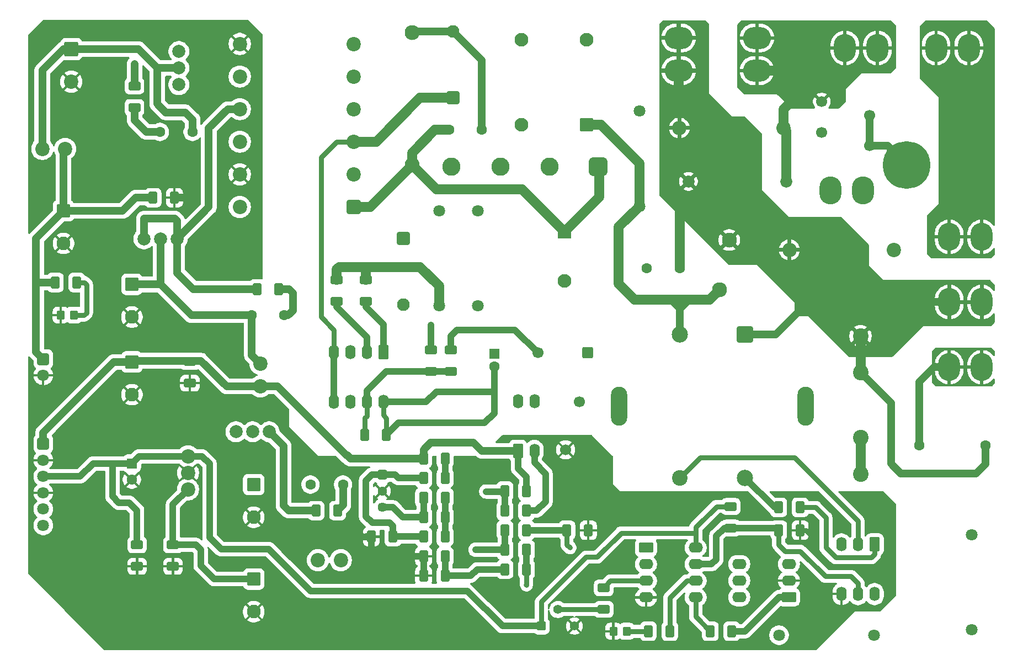
<source format=gbr>
%TF.GenerationSoftware,KiCad,Pcbnew,9.0.7*%
%TF.CreationDate,2026-02-24T00:50:47+09:00*%
%TF.ProjectId,POWER_BD_SV3,504f5745-525f-4424-945f-5356332e6b69,rev?*%
%TF.SameCoordinates,Original*%
%TF.FileFunction,Copper,L1,Top*%
%TF.FilePolarity,Positive*%
%FSLAX46Y46*%
G04 Gerber Fmt 4.6, Leading zero omitted, Abs format (unit mm)*
G04 Created by KiCad (PCBNEW 9.0.7) date 2026-02-24 00:50:47*
%MOMM*%
%LPD*%
G01*
G04 APERTURE LIST*
G04 Aperture macros list*
%AMRoundRect*
0 Rectangle with rounded corners*
0 $1 Rounding radius*
0 $2 $3 $4 $5 $6 $7 $8 $9 X,Y pos of 4 corners*
0 Add a 4 corners polygon primitive as box body*
4,1,4,$2,$3,$4,$5,$6,$7,$8,$9,$2,$3,0*
0 Add four circle primitives for the rounded corners*
1,1,$1+$1,$2,$3*
1,1,$1+$1,$4,$5*
1,1,$1+$1,$6,$7*
1,1,$1+$1,$8,$9*
0 Add four rect primitives between the rounded corners*
20,1,$1+$1,$2,$3,$4,$5,0*
20,1,$1+$1,$4,$5,$6,$7,0*
20,1,$1+$1,$6,$7,$8,$9,0*
20,1,$1+$1,$8,$9,$2,$3,0*%
G04 Aperture macros list end*
%TA.AperFunction,ComponentPad*%
%ADD10RoundRect,0.291667X0.758333X-0.758333X0.758333X0.758333X-0.758333X0.758333X-0.758333X-0.758333X0*%
%TD*%
%TA.AperFunction,ComponentPad*%
%ADD11C,2.100000*%
%TD*%
%TA.AperFunction,ComponentPad*%
%ADD12RoundRect,0.286416X-0.413584X-0.413584X0.413584X-0.413584X0.413584X0.413584X-0.413584X0.413584X0*%
%TD*%
%TA.AperFunction,ComponentPad*%
%ADD13C,1.400000*%
%TD*%
%TA.AperFunction,ComponentPad*%
%ADD14RoundRect,0.250000X0.550000X-0.850000X0.550000X0.850000X-0.550000X0.850000X-0.550000X-0.850000X0*%
%TD*%
%TA.AperFunction,ComponentPad*%
%ADD15O,1.600000X2.200000*%
%TD*%
%TA.AperFunction,ComponentPad*%
%ADD16C,1.850000*%
%TD*%
%TA.AperFunction,SMDPad,CuDef*%
%ADD17RoundRect,0.150000X-0.530000X-0.750000X0.530000X-0.750000X0.530000X0.750000X-0.530000X0.750000X0*%
%TD*%
%TA.AperFunction,ComponentPad*%
%ADD18C,2.200000*%
%TD*%
%TA.AperFunction,ComponentPad*%
%ADD19C,1.600000*%
%TD*%
%TA.AperFunction,ComponentPad*%
%ADD20RoundRect,0.262500X-0.787500X0.787500X-0.787500X-0.787500X0.787500X-0.787500X0.787500X0.787500X0*%
%TD*%
%TA.AperFunction,ComponentPad*%
%ADD21C,2.000000*%
%TD*%
%TA.AperFunction,SMDPad,CuDef*%
%ADD22RoundRect,0.150000X-0.750000X0.530000X-0.750000X-0.530000X0.750000X-0.530000X0.750000X0.530000X0*%
%TD*%
%TA.AperFunction,ComponentPad*%
%ADD23RoundRect,0.500000X0.900000X0.900000X-0.900000X0.900000X-0.900000X-0.900000X0.900000X-0.900000X0*%
%TD*%
%TA.AperFunction,ComponentPad*%
%ADD24C,2.800000*%
%TD*%
%TA.AperFunction,ComponentPad*%
%ADD25RoundRect,0.216000X-0.684000X0.684000X-0.684000X-0.684000X0.684000X-0.684000X0.684000X0.684000X0*%
%TD*%
%TA.AperFunction,ComponentPad*%
%ADD26C,1.800000*%
%TD*%
%TA.AperFunction,ComponentPad*%
%ADD27C,1.700000*%
%TD*%
%TA.AperFunction,ComponentPad*%
%ADD28RoundRect,0.250000X-0.550000X0.550000X-0.550000X-0.550000X0.550000X-0.550000X0.550000X0.550000X0*%
%TD*%
%TA.AperFunction,ComponentPad*%
%ADD29O,3.400000X4.300000*%
%TD*%
%TA.AperFunction,SMDPad,CuDef*%
%ADD30RoundRect,0.150000X0.530000X0.750000X-0.530000X0.750000X-0.530000X-0.750000X0.530000X-0.750000X0*%
%TD*%
%TA.AperFunction,ComponentPad*%
%ADD31RoundRect,0.250000X-0.600000X-0.600000X0.600000X-0.600000X0.600000X0.600000X-0.600000X0.600000X0*%
%TD*%
%TA.AperFunction,ComponentPad*%
%ADD32RoundRect,0.366667X0.733333X-0.733333X0.733333X0.733333X-0.733333X0.733333X-0.733333X-0.733333X0*%
%TD*%
%TA.AperFunction,SMDPad,CuDef*%
%ADD33RoundRect,0.150000X0.750000X-0.530000X0.750000X0.530000X-0.750000X0.530000X-0.750000X-0.530000X0*%
%TD*%
%TA.AperFunction,ComponentPad*%
%ADD34RoundRect,0.250000X-0.475000X0.475000X-0.475000X-0.475000X0.475000X-0.475000X0.475000X0.475000X0*%
%TD*%
%TA.AperFunction,ComponentPad*%
%ADD35C,1.450000*%
%TD*%
%TA.AperFunction,ComponentPad*%
%ADD36RoundRect,0.250000X-0.800000X0.800000X-0.800000X-0.800000X0.800000X-0.800000X0.800000X0.800000X0*%
%TD*%
%TA.AperFunction,ComponentPad*%
%ADD37C,7.300000*%
%TD*%
%TA.AperFunction,ComponentPad*%
%ADD38O,4.300000X3.400000*%
%TD*%
%TA.AperFunction,ComponentPad*%
%ADD39C,2.300000*%
%TD*%
%TA.AperFunction,ComponentPad*%
%ADD40C,1.950000*%
%TD*%
%TA.AperFunction,ComponentPad*%
%ADD41RoundRect,0.243750X-0.731250X0.731250X-0.731250X-0.731250X0.731250X-0.731250X0.731250X0.731250X0*%
%TD*%
%TA.AperFunction,ComponentPad*%
%ADD42RoundRect,0.260417X0.989583X0.989583X-0.989583X0.989583X-0.989583X-0.989583X0.989583X-0.989583X0*%
%TD*%
%TA.AperFunction,ComponentPad*%
%ADD43C,2.500000*%
%TD*%
%TA.AperFunction,ComponentPad*%
%ADD44C,2.400000*%
%TD*%
%TA.AperFunction,ComponentPad*%
%ADD45O,2.500000X6.000000*%
%TD*%
%TA.AperFunction,ComponentPad*%
%ADD46RoundRect,0.250000X-0.550000X0.850000X-0.550000X-0.850000X0.550000X-0.850000X0.550000X0.850000X0*%
%TD*%
%TA.AperFunction,SMDPad,CuDef*%
%ADD47RoundRect,0.150000X-0.480000X-0.550000X0.480000X-0.550000X0.480000X0.550000X-0.480000X0.550000X0*%
%TD*%
%TA.AperFunction,ComponentPad*%
%ADD48RoundRect,0.229167X-0.870833X0.870833X-0.870833X-0.870833X0.870833X-0.870833X0.870833X0.870833X0*%
%TD*%
%TA.AperFunction,ComponentPad*%
%ADD49RoundRect,0.243750X0.731250X-0.731250X0.731250X0.731250X-0.731250X0.731250X-0.731250X-0.731250X0*%
%TD*%
%TA.AperFunction,ComponentPad*%
%ADD50RoundRect,0.250000X-0.850000X-0.550000X0.850000X-0.550000X0.850000X0.550000X-0.850000X0.550000X0*%
%TD*%
%TA.AperFunction,ComponentPad*%
%ADD51O,2.200000X1.600000*%
%TD*%
%TA.AperFunction,ComponentPad*%
%ADD52RoundRect,0.250000X0.850000X0.550000X-0.850000X0.550000X-0.850000X-0.550000X0.850000X-0.550000X0*%
%TD*%
%TA.AperFunction,ViaPad*%
%ADD53C,0.800000*%
%TD*%
%TA.AperFunction,Conductor*%
%ADD54C,1.200000*%
%TD*%
%TA.AperFunction,Conductor*%
%ADD55C,0.800000*%
%TD*%
%TA.AperFunction,Conductor*%
%ADD56C,1.500000*%
%TD*%
%TA.AperFunction,Conductor*%
%ADD57C,1.000000*%
%TD*%
G04 APERTURE END LIST*
D10*
%TO.P,LF1,1,1*%
%TO.N,/L01*%
X86900000Y81200000D03*
D11*
%TO.P,LF1,2,2*%
%TO.N,Net-(C2-Pad2)*%
X86900000Y94200000D03*
%TO.P,LF1,3,3*%
%TO.N,Net-(D1-Pad2)*%
X76900000Y94200000D03*
%TO.P,LF1,4,4*%
%TO.N,Net-(D1-Pad3)*%
X76900000Y81200000D03*
%TD*%
D12*
%TO.P,RV2,1,1*%
%TO.N,+5V*%
X79930000Y4285000D03*
D13*
%TO.P,RV2,2,2*%
%TO.N,Net-(R27-Pad1)*%
X82470000Y6825000D03*
%TO.P,RV2,3,3*%
%TO.N,GND*%
X85010000Y4285000D03*
%TD*%
D14*
%TO.P,U3,1*%
%TO.N,+12V*%
X76330000Y31175000D03*
D15*
%TO.P,U3,2*%
%TO.N,Net-(R12-Pad1)*%
X78870000Y31175000D03*
%TO.P,U3,3*%
%TO.N,Earth*%
X78870000Y38795000D03*
%TO.P,U3,4*%
%TO.N,Net-(U1-FB)*%
X76330000Y38795000D03*
%TD*%
D16*
%TO.P,C3,1,1*%
%TO.N,/N01*%
X102500000Y72500000D03*
%TO.P,C3,2,2*%
%TO.N,/L01*%
X117500000Y72500000D03*
%TD*%
D17*
%TO.P,R2,1*%
%TO.N,Net-(T1-SB)*%
X116350000Y22500000D03*
%TO.P,R2,2*%
%TO.N,Net-(R2-Pad2)*%
X119650000Y22500000D03*
%TD*%
D18*
%TO.P,L3,1,1*%
%TO.N,Net-(D7-K)*%
X49150000Y14400000D03*
%TO.P,L3,2,2*%
%TO.N,+8V*%
X45650000Y14400000D03*
%TD*%
D17*
%TO.P,R23,1*%
%TO.N,Net-(U4-PB0_(MOSI{slash}DI{slash}SDA{slash}AIN0{slash}OC0A{slash}OC1A{slash}AREF{slash}PCINT0))*%
X105850000Y3500000D03*
%TO.P,R23,2*%
%TO.N,Net-(R23-Pad2)*%
X109150000Y3500000D03*
%TD*%
D19*
%TO.P,C18,1*%
%TO.N,Net-(C18-Pad1)*%
X49500000Y26000000D03*
%TO.P,C18,2*%
%TO.N,Net-(D7-K)*%
X44500000Y26000000D03*
%TD*%
D18*
%TO.P,C33,1,1*%
%TO.N,/L01*%
X117100000Y80700000D03*
%TO.P,C33,2,2*%
%TO.N,/N01*%
X101100000Y80700000D03*
%TD*%
%TO.P,U6,1,VI*%
%TO.N,+8V*%
X25700000Y25260000D03*
%TO.P,U6,2,GND*%
%TO.N,GND*%
X25700000Y27800000D03*
%TO.P,U6,3,VO*%
%TO.N,+5V*%
X25700000Y30340000D03*
%TD*%
D17*
%TO.P,C13,1*%
%TO.N,GND*%
X61850000Y12000000D03*
%TO.P,C13,2*%
%TO.N,Net-(U4-(PCINT3{slash}XTAL1{slash}CLKI{slash}OC1B\u002A{slash}ADC3)_PB3)*%
X65150000Y12000000D03*
%TD*%
D20*
%TO.P,C21,1*%
%TO.N,Net-(D6-K)*%
X17100000Y56700000D03*
D11*
%TO.P,C21,2*%
%TO.N,GND*%
X17100000Y51700000D03*
%TD*%
D21*
%TO.P,D6,1,A*%
%TO.N,Net-(T2-N2)*%
X18950000Y63700000D03*
%TO.P,D6,2,K*%
%TO.N,Net-(D6-K)*%
X21500000Y63700000D03*
%TO.P,D6,3,A*%
%TO.N,Net-(T2-N2)*%
X24050000Y63700000D03*
%TD*%
D22*
%TO.P,C6,1*%
%TO.N,Earth*%
X48500000Y57450000D03*
%TO.P,C6,2*%
%TO.N,Net-(U1-FB)*%
X48500000Y54150000D03*
%TD*%
D23*
%TO.P,D1,1,+*%
%TO.N,Net-(D1-+)*%
X88650000Y74800000D03*
D24*
%TO.P,D1,2*%
%TO.N,Net-(D1-Pad2)*%
X81150000Y74800000D03*
%TO.P,D1,3*%
%TO.N,Net-(D1-Pad3)*%
X73650000Y74800000D03*
%TO.P,D1,4,-*%
%TO.N,Earth*%
X66150000Y74800000D03*
%TD*%
D25*
%TO.P,J2,1,1*%
%TO.N,+12V*%
X3500000Y32250000D03*
D26*
%TO.P,J2,2,2*%
%TO.N,GND*%
X3500000Y29750000D03*
%TO.P,J2,3,3*%
%TO.N,+5V*%
X3500000Y27250000D03*
%TO.P,J2,4,4*%
%TO.N,GND*%
X3500000Y24750000D03*
%TO.P,J2,5,5*%
%TO.N,unconnected-(J2-Pad5)*%
X3500000Y22250000D03*
%TO.P,J2,6,6*%
%TO.N,/PWM_PW*%
X3500000Y19750000D03*
%TD*%
D17*
%TO.P,R20,1*%
%TO.N,GND*%
X53850000Y18000000D03*
%TO.P,R20,2*%
%TO.N,Net-(C19-Pad2)*%
X57150000Y18000000D03*
%TD*%
%TO.P,C15,1*%
%TO.N,Net-(C15-Pad1)*%
X61850000Y24000000D03*
%TO.P,C15,2*%
%TO.N,Net-(C15-Pad2)*%
X65150000Y24000000D03*
%TD*%
D27*
%TO.P,C2,1*%
%TO.N,GNDPWR*%
X130285000Y77950000D03*
%TO.P,C2,2*%
%TO.N,Net-(C2-Pad2)*%
X122965000Y80050000D03*
%TD*%
D26*
%TO.P,R4,1*%
%TO.N,Earth*%
X64237500Y53400000D03*
%TO.P,R4,2*%
%TO.N,Net-(U1-CS)*%
X64237500Y68000000D03*
%TD*%
D28*
%TO.P,C10,1*%
%TO.N,Net-(D3-K)*%
X72700000Y46100000D03*
D19*
%TO.P,C10,2*%
%TO.N,Earth*%
X72700000Y44100000D03*
%TD*%
D29*
%TO.P,ACL2,1,Pin_1*%
%TO.N,/L01*%
X126500000Y93000000D03*
%TO.P,ACL2,2,Pin_2*%
X131500000Y93000000D03*
%TD*%
D30*
%TO.P,R21,1*%
%TO.N,Net-(U4-PB1_(MISO{slash}DO{slash}AIN1{slash}OC0B{slash}OC1A\u002A{slash}PCINT1))*%
X99650000Y3500000D03*
%TO.P,R21,2*%
%TO.N,Net-(LED1-A)*%
X96350000Y3500000D03*
%TD*%
D27*
%TO.P,D4,1,K*%
%TO.N,Net-(D4-K)*%
X79390000Y46200000D03*
D31*
%TO.P,D4,2,A*%
%TO.N,Earth*%
X87010000Y46200000D03*
%TD*%
D19*
%TO.P,C7,1*%
%TO.N,Net-(D1-+)*%
X65800000Y80400000D03*
%TO.P,C7,2*%
%TO.N,Net-(D2-K)*%
X70800000Y80400000D03*
%TD*%
%TO.P,C16,1*%
%TO.N,Net-(C16-Pad1)*%
X21400000Y80100000D03*
%TO.P,C16,2*%
%TO.N,Net-(D5-K)*%
X26400000Y80100000D03*
%TD*%
D32*
%TO.P,T2,1,P0*%
%TO.N,Net-(D1-+)*%
X51150000Y68600000D03*
D18*
%TO.P,T2,2,P1*%
%TO.N,unconnected-(T2-P1-Pad2)*%
X51150000Y73600000D03*
%TO.P,T2,3,P2*%
%TO.N,Net-(D2-A)*%
X51150000Y78600000D03*
%TO.P,T2,4,NC1*%
%TO.N,unconnected-(T2-NC1-Pad4)*%
X51150000Y83600000D03*
%TO.P,T2,5,Vcc*%
%TO.N,Net-(D3-A)*%
X51150000Y88600000D03*
%TO.P,T2,6,Vcc_GND*%
%TO.N,Earth*%
X51150000Y93600000D03*
%TO.P,T2,7,N_GND1*%
%TO.N,GND*%
X33650000Y93600000D03*
%TO.P,T2,8,N1*%
%TO.N,Net-(T2-N1)*%
X33650000Y88600000D03*
%TO.P,T2,9,N2*%
%TO.N,Net-(T2-N2)*%
X33650000Y83600000D03*
%TO.P,T2,10,NC2*%
%TO.N,unconnected-(T2-NC2-Pad10)*%
X33650000Y78600000D03*
%TO.P,T2,11,N_GND2*%
%TO.N,GND*%
X33650000Y73600000D03*
%TO.P,T2,12,N3*%
%TO.N,Net-(T2-N3)*%
X33650000Y68600000D03*
%TD*%
D30*
%TO.P,R10,1*%
%TO.N,/PWM_PW*%
X77650000Y13000000D03*
%TO.P,R10,2*%
%TO.N,Net-(U4-(PCINT3{slash}XTAL1{slash}CLKI{slash}OC1B\u002A{slash}ADC3)_PB3)*%
X74350000Y13000000D03*
%TD*%
%TO.P,R22,1*%
%TO.N,Net-(LED2-A)*%
X8650000Y57000000D03*
%TO.P,R22,2*%
%TO.N,+24V*%
X5350000Y57000000D03*
%TD*%
%TO.P,R11,1*%
%TO.N,Net-(U4-(PCINT5{slash}RESET\u002A{slash}ADC0{slash}dW)_PB5)*%
X77650000Y19000000D03*
%TO.P,R11,2*%
%TO.N,+5V*%
X74350000Y19000000D03*
%TD*%
D26*
%TO.P,R25,1*%
%TO.N,Net-(A2-Pin_1)*%
X146000000Y18300000D03*
%TO.P,R25,2*%
%TO.N,Net-(C31-Pad1)*%
X146000000Y3700000D03*
%TD*%
D18*
%TO.P,C32,1,1*%
%TO.N,/N01*%
X118000000Y62000000D03*
%TO.P,C32,2,2*%
%TO.N,Net-(A2-Pin_1)*%
X134000000Y62000000D03*
%TD*%
%TO.P,L2,1,1*%
%TO.N,Net-(D6-K)*%
X36800000Y44550000D03*
%TO.P,L2,2,2*%
%TO.N,+12V*%
X36800000Y41050000D03*
%TD*%
%TO.P,L1,1,1*%
%TO.N,Net-(D5-K)*%
X3350000Y77500000D03*
%TO.P,L1,2,2*%
%TO.N,+24V*%
X6850000Y77500000D03*
%TD*%
D30*
%TO.P,C9,1*%
%TO.N,Earth*%
X56140000Y33590000D03*
%TO.P,C9,2*%
%TO.N,Net-(U1-VCC)*%
X52840000Y33590000D03*
%TD*%
D26*
%TO.P,R3,1*%
%TO.N,Earth*%
X70200000Y53400000D03*
%TO.P,R3,2*%
%TO.N,Net-(U1-CS)*%
X70200000Y68000000D03*
%TD*%
D17*
%TO.P,R15,1*%
%TO.N,Net-(T2-N2)*%
X36350000Y56000000D03*
%TO.P,R15,2*%
%TO.N,Net-(C17-Pad1)*%
X39650000Y56000000D03*
%TD*%
D33*
%TO.P,C28,1*%
%TO.N,GND*%
X23400000Y13450000D03*
%TO.P,C28,2*%
%TO.N,+8V*%
X23400000Y16750000D03*
%TD*%
D20*
%TO.P,C24,1*%
%TO.N,+12V*%
X17100000Y44800000D03*
D11*
%TO.P,C24,2*%
%TO.N,GND*%
X17100000Y39800000D03*
%TD*%
D17*
%TO.P,R19,1*%
%TO.N,Net-(C19-Pad2)*%
X61850000Y27000000D03*
%TO.P,R19,2*%
%TO.N,Net-(R18-Pad1)*%
X65150000Y27000000D03*
%TD*%
D34*
%TO.P,VR1,1*%
%TO.N,Net-(C19-Pad2)*%
X55500000Y27500000D03*
D35*
%TO.P,VR1,2*%
%TO.N,GND*%
X55500000Y25000000D03*
%TO.P,VR1,3*%
%TO.N,Net-(C15-Pad1)*%
X55500000Y22500000D03*
%TD*%
D33*
%TO.P,C30,1*%
%TO.N,GND*%
X17900000Y13450000D03*
%TO.P,C30,2*%
%TO.N,+5V*%
X17900000Y16750000D03*
%TD*%
D36*
%TO.P,C4,1*%
%TO.N,Net-(D1-+)*%
X83500000Y64750000D03*
D11*
%TO.P,C4,2*%
%TO.N,Earth*%
X83500000Y57250000D03*
%TD*%
D30*
%TO.P,R12,1*%
%TO.N,Net-(R12-Pad1)*%
X77650000Y22000000D03*
%TO.P,R12,2*%
%TO.N,Net-(C15-Pad1)*%
X74350000Y22000000D03*
%TD*%
%TO.P,C26,1*%
%TO.N,GND*%
X23650000Y70000000D03*
%TO.P,C26,2*%
%TO.N,+24V*%
X20350000Y70000000D03*
%TD*%
D22*
%TO.P,R7,1*%
%TO.N,Net-(D3-K)*%
X63000000Y46650000D03*
%TO.P,R7,2*%
%TO.N,Net-(U1-VCC)*%
X63000000Y43350000D03*
%TD*%
D17*
%TO.P,R17,1*%
%TO.N,Net-(C15-Pad1)*%
X61850000Y21000000D03*
%TO.P,R17,2*%
%TO.N,Net-(C15-Pad2)*%
X65150000Y21000000D03*
%TD*%
D21*
%TO.P,D5,1,A*%
%TO.N,Net-(T2-N3)*%
X24300000Y92450000D03*
%TO.P,D5,2,K*%
%TO.N,Net-(D5-K)*%
X24300000Y89900000D03*
%TO.P,D5,3,A*%
%TO.N,Net-(T2-N3)*%
X24300000Y87350000D03*
%TD*%
D29*
%TO.P,FG1,1,Pin_1*%
%TO.N,GNDPWR*%
X124300000Y71100000D03*
%TO.P,FG1,2,Pin_2*%
X129300000Y71100000D03*
%TD*%
D21*
%TO.P,D7,1,A*%
%TO.N,Net-(T2-N1)*%
X33075000Y34100000D03*
%TO.P,D7,2,K*%
%TO.N,Net-(D7-K)*%
X35625000Y34100000D03*
%TO.P,D7,3,A*%
%TO.N,Net-(T2-N1)*%
X38175000Y34100000D03*
%TD*%
D19*
%TO.P,C17,1*%
%TO.N,Net-(C17-Pad1)*%
X40500000Y52000000D03*
%TO.P,C17,2*%
%TO.N,Net-(D6-K)*%
X35500000Y52000000D03*
%TD*%
D37*
%TO.P,H2,1,1*%
%TO.N,GND*%
X16000000Y75000000D03*
%TD*%
D38*
%TO.P,ACN1,1,Pin_1*%
%TO.N,/N01*%
X101000000Y89500000D03*
%TO.P,ACN1,2,Pin_2*%
X101000000Y94500000D03*
%TD*%
D17*
%TO.P,R13,1*%
%TO.N,Net-(C15-Pad1)*%
X74350000Y25000000D03*
%TO.P,R13,2*%
%TO.N,+12V*%
X77650000Y25000000D03*
%TD*%
D28*
%TO.P,C29,1*%
%TO.N,+5V*%
X17100000Y29250000D03*
D19*
%TO.P,C29,2*%
%TO.N,GND*%
X17100000Y26750000D03*
%TD*%
D33*
%TO.P,R6,1*%
%TO.N,/ZVC*%
X109000000Y19350000D03*
%TO.P,R6,2*%
%TO.N,+5V*%
X109000000Y22650000D03*
%TD*%
D37*
%TO.P,H3,1,1*%
%TO.N,GND*%
X16000000Y5000000D03*
%TD*%
D17*
%TO.P,R16,1*%
%TO.N,Net-(T2-N1)*%
X45350000Y22000000D03*
%TO.P,R16,2*%
%TO.N,Net-(C18-Pad1)*%
X48650000Y22000000D03*
%TD*%
D37*
%TO.P,H1,1,1*%
%TO.N,GNDPWR*%
X136000000Y75000000D03*
%TD*%
D33*
%TO.P,R8,1*%
%TO.N,Net-(U1-VCC)*%
X66000000Y43350000D03*
%TO.P,R8,2*%
%TO.N,Net-(D4-K)*%
X66000000Y46650000D03*
%TD*%
%TO.P,C27,1*%
%TO.N,GND*%
X26000000Y41550000D03*
%TO.P,C27,2*%
%TO.N,+12V*%
X26000000Y44850000D03*
%TD*%
D39*
%TO.P,RV1,1,1*%
%TO.N,/N01*%
X108750000Y63510000D03*
%TO.P,RV1,2,2*%
%TO.N,/L01*%
X107250000Y55890000D03*
%TD*%
D40*
%TO.P,D2,1,K*%
%TO.N,Net-(D2-K)*%
X66400000Y95480000D03*
D41*
%TO.P,D2,2,A*%
%TO.N,Net-(D2-A)*%
X66400000Y85320000D03*
%TD*%
D27*
%TO.P,C1,1*%
%TO.N,/L01*%
X122955000Y84750000D03*
%TO.P,C1,2*%
%TO.N,GNDPWR*%
X130275000Y82650000D03*
%TD*%
D42*
%TO.P,T1,1,AA*%
%TO.N,/N01*%
X111200000Y49000000D03*
D43*
%TO.P,T1,2,AB*%
%TO.N,/L01*%
X101200000Y49000000D03*
D44*
%TO.P,T1,3,SA*%
%TO.N,Net-(T1-SA)*%
X101200000Y27000000D03*
D43*
%TO.P,T1,4,SB*%
%TO.N,Net-(T1-SB)*%
X111200000Y27000000D03*
D45*
%TO.P,T1,5*%
%TO.N,unconnected-(T1-Pad5)*%
X91900000Y38000000D03*
%TO.P,T1,6*%
%TO.N,unconnected-(T1-Pad6)*%
X120500000Y38000000D03*
%TD*%
D30*
%TO.P,C8,1*%
%TO.N,GND*%
X119650000Y19000000D03*
%TO.P,C8,2*%
%TO.N,/ZVC*%
X116350000Y19000000D03*
%TD*%
D39*
%TO.P,R5,1*%
%TO.N,Net-(D1-+)*%
X60100000Y75040000D03*
%TO.P,R5,2*%
%TO.N,Net-(D2-K)*%
X60100000Y95360000D03*
%TD*%
D38*
%TO.P,ACL1,1,Pin_1*%
%TO.N,/L01*%
X113000000Y89500000D03*
%TO.P,ACL1,2,Pin_2*%
X113000000Y94500000D03*
%TD*%
D29*
%TO.P,A1,1,Pin_1*%
%TO.N,/N01*%
X142500000Y54000000D03*
%TO.P,A1,2,Pin_2*%
X147500000Y54000000D03*
%TD*%
D46*
%TO.P,U2,1*%
%TO.N,Net-(R2-Pad2)*%
X131070000Y16820000D03*
D15*
%TO.P,U2,2*%
%TO.N,Net-(T1-SA)*%
X128530000Y16820000D03*
%TO.P,U2,3*%
%TO.N,unconnected-(U2-Pad3)*%
X125990000Y16820000D03*
%TO.P,U2,4*%
%TO.N,GND*%
X125990000Y9200000D03*
%TO.P,U2,5*%
%TO.N,/ZVC*%
X128530000Y9200000D03*
%TO.P,U2,6*%
%TO.N,unconnected-(U2-Pad6)*%
X131070000Y9200000D03*
%TD*%
D30*
%TO.P,R9,1*%
%TO.N,/PWM_PW*%
X77650000Y16000000D03*
%TO.P,R9,2*%
%TO.N,+5V*%
X74350000Y16000000D03*
%TD*%
D29*
%TO.P,G1,1,Pin_1*%
%TO.N,Net-(G1-Pin_1)*%
X142500000Y44000000D03*
%TO.P,G1,2,Pin_2*%
X147500000Y44000000D03*
%TD*%
D26*
%TO.P,R24,1*%
%TO.N,Net-(R24-Pad1)*%
X116400000Y2900000D03*
%TO.P,R24,2*%
%TO.N,Net-(C31-Pad1)*%
X131000000Y2900000D03*
%TD*%
D29*
%TO.P,A2,1,Pin_1*%
%TO.N,Net-(A2-Pin_1)*%
X142500000Y64000000D03*
%TO.P,A2,2,Pin_2*%
X147500000Y64000000D03*
%TD*%
D19*
%TO.P,F2,1,1*%
%TO.N,/N01*%
X101140000Y59200000D03*
%TO.P,F2,2,2*%
%TO.N,Net-(C2-Pad2)*%
X96060000Y59200000D03*
%TD*%
D47*
%TO.P,LED2,1,K*%
%TO.N,GND*%
X6170000Y52000000D03*
%TO.P,LED2,2,A*%
%TO.N,Net-(LED2-A)*%
X8230000Y52000000D03*
%TD*%
D22*
%TO.P,R14,1*%
%TO.N,Net-(T2-N3)*%
X17500000Y87150000D03*
%TO.P,R14,2*%
%TO.N,Net-(C16-Pad1)*%
X17500000Y83850000D03*
%TD*%
D20*
%TO.P,C23,1*%
%TO.N,+24V*%
X6600000Y68000000D03*
D11*
%TO.P,C23,2*%
%TO.N,GND*%
X6600000Y63000000D03*
%TD*%
D48*
%TO.P,C20,1*%
%TO.N,Net-(D5-K)*%
X7800000Y92800000D03*
D18*
%TO.P,C20,2*%
%TO.N,GND*%
X7800000Y87800000D03*
%TD*%
D26*
%TO.P,R1,1*%
%TO.N,/L01*%
X95000000Y68700000D03*
%TO.P,R1,2*%
%TO.N,Net-(C2-Pad2)*%
X95000000Y83300000D03*
%TD*%
D40*
%TO.P,D3,1,K*%
%TO.N,Net-(D3-K)*%
X58725000Y53570000D03*
D49*
%TO.P,D3,2,A*%
%TO.N,Net-(D3-A)*%
X58725000Y63730000D03*
%TD*%
D44*
%TO.P,C31,1*%
%TO.N,Net-(C31-Pad1)*%
X128900000Y27600000D03*
%TO.P,C31,2*%
%TO.N,/N01*%
X128900000Y48800000D03*
%TO.P,C31,3*%
%TO.N,Net-(C31-Pad1)*%
X128900000Y33200000D03*
%TO.P,C31,4*%
%TO.N,/N01*%
X128900000Y43200000D03*
%TD*%
D20*
%TO.P,C25,1*%
%TO.N,+8V*%
X35800000Y11500000D03*
D11*
%TO.P,C25,2*%
%TO.N,GND*%
X35800000Y6500000D03*
%TD*%
D50*
%TO.P,U4,1,(PCINT5/RESET\u002A/ADC0/dW)_PB5*%
%TO.N,Net-(U4-(PCINT5{slash}RESET\u002A{slash}ADC0{slash}dW)_PB5)*%
X95990000Y16310000D03*
D51*
%TO.P,U4,2,(PCINT3/XTAL1/CLKI/OC1B\u002A/ADC3)_PB3*%
%TO.N,Net-(U4-(PCINT3{slash}XTAL1{slash}CLKI{slash}OC1B\u002A{slash}ADC3)_PB3)*%
X95990000Y13770000D03*
%TO.P,U4,3,(PCINT4/XTAL2/CLKO/OC1B/ADC2)_PB4*%
%TO.N,Net-(U4-(PCINT4{slash}XTAL2{slash}CLKO{slash}OC1B{slash}ADC2)_PB4)*%
X95990000Y11230000D03*
%TO.P,U4,4,GND*%
%TO.N,GND*%
X95990000Y8690000D03*
%TO.P,U4,5,PB0_(MOSI/DI/SDA/AIN0/OC0A/OC1A/AREF/PCINT0)*%
%TO.N,Net-(U4-PB0_(MOSI{slash}DI{slash}SDA{slash}AIN0{slash}OC0A{slash}OC1A{slash}AREF{slash}PCINT0))*%
X103610000Y8690000D03*
%TO.P,U4,6,PB1_(MISO/DO/AIN1/OC0B/OC1A\u002A/PCINT1)*%
%TO.N,Net-(U4-PB1_(MISO{slash}DO{slash}AIN1{slash}OC0B{slash}OC1A\u002A{slash}PCINT1))*%
X103610000Y11230000D03*
%TO.P,U4,7,PB2_(SCK/USCK/SCL/ADC1/T0/INT0/PCINT2)*%
%TO.N,/ZVC*%
X103610000Y13770000D03*
%TO.P,U4,8,VCC*%
%TO.N,+5V*%
X103610000Y16310000D03*
%TD*%
D52*
%TO.P,U5,1*%
%TO.N,Net-(R23-Pad2)*%
X117910000Y8724000D03*
D51*
%TO.P,U5,2*%
%TO.N,GND*%
X117910000Y11264000D03*
%TO.P,U5,3*%
%TO.N,unconnected-(U5-Pad3)*%
X117910000Y13804000D03*
%TO.P,U5,4*%
%TO.N,Net-(G1-Pin_1)*%
X110290000Y13804000D03*
%TO.P,U5,5*%
%TO.N,unconnected-(U5-Pad5)*%
X110290000Y11264000D03*
%TO.P,U5,6*%
%TO.N,Net-(R24-Pad1)*%
X110290000Y8724000D03*
%TD*%
D17*
%TO.P,C11,1*%
%TO.N,GND*%
X61850000Y15000000D03*
%TO.P,C11,2*%
%TO.N,Net-(U4-(PCINT3{slash}XTAL1{slash}CLKI{slash}OC1B\u002A{slash}ADC3)_PB3)*%
X65150000Y15000000D03*
%TD*%
D22*
%TO.P,C5,1*%
%TO.N,Earth*%
X53000000Y57450000D03*
%TO.P,C5,2*%
%TO.N,Net-(U1-BA)*%
X53000000Y54150000D03*
%TD*%
D25*
%TO.P,J3,1,1*%
%TO.N,+24V*%
X3500000Y45250000D03*
D26*
%TO.P,J3,2,2*%
%TO.N,GND*%
X3500000Y42750000D03*
%TD*%
D30*
%TO.P,R18,1*%
%TO.N,Net-(R18-Pad1)*%
X65150000Y30000000D03*
%TO.P,R18,2*%
%TO.N,+12V*%
X61850000Y30000000D03*
%TD*%
D46*
%TO.P,U1,1,BA*%
%TO.N,Net-(U1-BA)*%
X55710000Y46310000D03*
D15*
%TO.P,U1,2,FB*%
%TO.N,Net-(U1-FB)*%
X53170000Y46310000D03*
%TO.P,U1,3,CS*%
%TO.N,Net-(U1-CS)*%
X50630000Y46310000D03*
%TO.P,U1,4,DRAIN_1*%
%TO.N,Net-(D2-A)*%
X48090000Y46310000D03*
%TO.P,U1,5,DRAIN_2*%
X48090000Y38690000D03*
%TO.P,U1,6,N.C*%
%TO.N,unconnected-(U1-N.C-Pad6)*%
X50630000Y38690000D03*
%TO.P,U1,7,VCC*%
%TO.N,Net-(U1-VCC)*%
X53170000Y38690000D03*
%TO.P,U1,8,GND*%
%TO.N,Earth*%
X55710000Y38690000D03*
%TD*%
D33*
%TO.P,R27,1*%
%TO.N,Net-(R27-Pad1)*%
X89500000Y6850000D03*
%TO.P,R27,2*%
%TO.N,Net-(U4-(PCINT4{slash}XTAL2{slash}CLKO{slash}OC1B{slash}ADC2)_PB4)*%
X89500000Y10150000D03*
%TD*%
D30*
%TO.P,C12,1*%
%TO.N,GND*%
X87150000Y19000000D03*
%TO.P,C12,2*%
%TO.N,Net-(U4-(PCINT5{slash}RESET\u002A{slash}ADC0{slash}dW)_PB5)*%
X83850000Y19000000D03*
%TD*%
D19*
%TO.P,R26,1*%
%TO.N,Net-(G1-Pin_1)*%
X137920000Y32000000D03*
%TO.P,R26,2*%
%TO.N,/N01*%
X148080000Y32000000D03*
%TD*%
D29*
%TO.P,ACN2,1,Pin_1*%
%TO.N,Net-(A2-Pin_1)*%
X140500000Y93000000D03*
%TO.P,ACN2,2,Pin_2*%
X145500000Y93000000D03*
%TD*%
D20*
%TO.P,C22,1*%
%TO.N,Net-(D7-K)*%
X35800000Y26000000D03*
D11*
%TO.P,C22,2*%
%TO.N,GND*%
X35800000Y21000000D03*
%TD*%
D30*
%TO.P,C19,1*%
%TO.N,Net-(C15-Pad2)*%
X65150000Y18000000D03*
%TO.P,C19,2*%
%TO.N,Net-(C19-Pad2)*%
X61850000Y18000000D03*
%TD*%
D27*
%TO.P,C14,1*%
%TO.N,Earth*%
X85750000Y38660000D03*
%TO.P,C14,2*%
%TO.N,GND*%
X83650000Y31340000D03*
%TD*%
D47*
%TO.P,LED1,1,K*%
%TO.N,GND*%
X90970000Y3500000D03*
%TO.P,LED1,2,A*%
%TO.N,Net-(LED1-A)*%
X93030000Y3500000D03*
%TD*%
D53*
%TO.N,GND*%
X121440000Y16820000D03*
%TO.N,Net-(U4-(PCINT5{slash}RESET\u002A{slash}ADC0{slash}dW)_PB5)*%
X84320000Y16310000D03*
%TO.N,Net-(U4-(PCINT3{slash}XTAL1{slash}CLKI{slash}OC1B\u002A{slash}ADC3)_PB3)*%
X72740000Y12980000D03*
%TO.N,/PWM_PW*%
X77640000Y10600000D03*
%TO.N,+5V*%
X68160000Y9710000D03*
X69820000Y15990000D03*
%TO.N,GND*%
X51990000Y18510000D03*
%TO.N,Net-(C15-Pad1)*%
X71470000Y24940000D03*
%TO.N,Net-(D3-K)*%
X63010000Y50480000D03*
%TO.N,Net-(T2-N3)*%
X17500000Y90500000D03*
%TD*%
D54*
%TO.N,/N01*%
X133570000Y38540000D02*
X128910000Y43200000D01*
X135070000Y27700000D02*
X133570000Y29200000D01*
X133570000Y29200000D02*
X133570000Y38540000D01*
X146650000Y27700000D02*
X135070000Y27700000D01*
X148080000Y29130000D02*
X146650000Y27700000D01*
X148080000Y32000000D02*
X148080000Y29130000D01*
X128910000Y43200000D02*
X128900000Y43200000D01*
D55*
%TO.N,GND*%
X120550000Y19000000D02*
X119650000Y19000000D01*
X121420000Y18150000D02*
X121400000Y18150000D01*
X121400000Y18150000D02*
X120550000Y19000000D01*
X121420000Y16840000D02*
X121420000Y18150000D01*
X121440000Y16820000D02*
X121420000Y16840000D01*
%TO.N,Net-(R2-Pad2)*%
X131070000Y15300000D02*
X131070000Y16820000D01*
X130580000Y14810000D02*
X131070000Y15300000D01*
X125100000Y14810000D02*
X130580000Y14810000D01*
X123590000Y16320000D02*
X125100000Y14810000D01*
X123590000Y20920000D02*
X123590000Y16320000D01*
X122010000Y22500000D02*
X123590000Y20920000D01*
X119650000Y22500000D02*
X122010000Y22500000D01*
%TO.N,/ZVC*%
X128530000Y10810000D02*
X128530000Y9200000D01*
X127430000Y11910000D02*
X128530000Y10810000D01*
X123520000Y11910000D02*
X127430000Y11910000D01*
X119650000Y15780000D02*
X123520000Y11910000D01*
X117310000Y15780000D02*
X119650000Y15780000D01*
X116350000Y16740000D02*
X117310000Y15780000D01*
X116350000Y19000000D02*
X116350000Y16740000D01*
D56*
%TO.N,Net-(C31-Pad1)*%
X128900000Y27600000D02*
X128900000Y33200000D01*
%TO.N,/N01*%
X128900000Y48800000D02*
X128900000Y43200000D01*
D55*
%TO.N,Net-(T1-SA)*%
X128530000Y20380000D02*
X128530000Y16820000D01*
X118780000Y30130000D02*
X128530000Y20380000D01*
X104330000Y30130000D02*
X118780000Y30130000D01*
X101200000Y27000000D02*
X104330000Y30130000D01*
D57*
%TO.N,Net-(T1-SB)*%
X115700000Y22500000D02*
X111200000Y27000000D01*
X116350000Y22500000D02*
X115700000Y22500000D01*
%TO.N,/ZVC*%
X106780000Y14520000D02*
X106780000Y18140000D01*
X106780000Y18140000D02*
X107990000Y19350000D01*
X107990000Y19350000D02*
X109000000Y19350000D01*
X106030000Y13770000D02*
X106780000Y14520000D01*
X103610000Y13770000D02*
X106030000Y13770000D01*
X109000000Y19350000D02*
X116000000Y19350000D01*
X116000000Y19350000D02*
X116350000Y19000000D01*
%TO.N,Net-(R23-Pad2)*%
X116414000Y8724000D02*
X117910000Y8724000D01*
X111190000Y3500000D02*
X116414000Y8724000D01*
X109150000Y3500000D02*
X111190000Y3500000D01*
D55*
%TO.N,Net-(U4-PB0_(MOSI{slash}DI{slash}SDA{slash}AIN0{slash}OC0A{slash}OC1A{slash}AREF{slash}PCINT0))*%
X103610000Y5740000D02*
X105850000Y3500000D01*
X103610000Y8690000D02*
X103610000Y5740000D01*
%TO.N,Net-(U4-PB1_(MISO{slash}DO{slash}AIN1{slash}OC0B{slash}OC1A\u002A{slash}PCINT1))*%
X102230000Y11230000D02*
X103610000Y11230000D01*
X99650000Y8650000D02*
X102230000Y11230000D01*
X99650000Y3500000D02*
X99650000Y8650000D01*
%TO.N,Net-(LED1-A)*%
X93030000Y3500000D02*
X96350000Y3500000D01*
%TO.N,+5V*%
X92180000Y18580000D02*
X103610000Y18580000D01*
X86800000Y14880000D02*
X88480000Y14880000D01*
X88480000Y14880000D02*
X92180000Y18580000D01*
X79930000Y8010000D02*
X86800000Y14880000D01*
X103610000Y18580000D02*
X103610000Y16310000D01*
X79930000Y4285000D02*
X79930000Y8010000D01*
X103610000Y19440000D02*
X103610000Y16310000D01*
X106820000Y22650000D02*
X103610000Y19440000D01*
X109000000Y22650000D02*
X106820000Y22650000D01*
%TO.N,Net-(U4-(PCINT5{slash}RESET\u002A{slash}ADC0{slash}dW)_PB5)*%
X83850000Y16780000D02*
X83850000Y19000000D01*
X84320000Y16310000D02*
X83850000Y16780000D01*
%TO.N,Net-(U4-(PCINT4{slash}XTAL2{slash}CLKO{slash}OC1B{slash}ADC2)_PB4)*%
X89500000Y10150000D02*
X89500000Y10200000D01*
X89500000Y10200000D02*
X90530000Y11230000D01*
X90530000Y11230000D02*
X95990000Y11230000D01*
%TO.N,Net-(R27-Pad1)*%
X89475000Y6825000D02*
X89500000Y6850000D01*
X82470000Y6825000D02*
X89475000Y6825000D01*
D57*
%TO.N,+5V*%
X77845000Y4285000D02*
X79930000Y4285000D01*
D55*
%TO.N,/PWM_PW*%
X77640000Y12990000D02*
X77650000Y13000000D01*
X77640000Y10600000D02*
X77640000Y12990000D01*
D57*
%TO.N,+5V*%
X73955000Y4285000D02*
X77845000Y4285000D01*
X68540000Y9700000D02*
X73955000Y4285000D01*
X44500000Y9700000D02*
X68540000Y9700000D01*
X38100000Y16100000D02*
X44500000Y9700000D01*
X30800000Y16100000D02*
X38100000Y16100000D01*
X27860000Y30340000D02*
X29000000Y29200000D01*
X29000000Y29200000D02*
X29000000Y17900000D01*
X29000000Y17900000D02*
X30800000Y16100000D01*
X25700000Y30340000D02*
X27860000Y30340000D01*
X69830000Y16000000D02*
X69820000Y15990000D01*
X74350000Y16000000D02*
X69830000Y16000000D01*
%TO.N,/PWM_PW*%
X77650000Y16000000D02*
X77650000Y13000000D01*
%TO.N,Net-(U4-(PCINT5{slash}RESET\u002A{slash}ADC0{slash}dW)_PB5)*%
X77650000Y19000000D02*
X83850000Y19000000D01*
%TO.N,+5V*%
X74350000Y19000000D02*
X74350000Y16000000D01*
%TO.N,Net-(U4-(PCINT3{slash}XTAL1{slash}CLKI{slash}OC1B\u002A{slash}ADC3)_PB3)*%
X69080000Y12000000D02*
X65150000Y12000000D01*
X70080000Y13000000D02*
X69080000Y12000000D01*
X74350000Y13000000D02*
X70080000Y13000000D01*
X65150000Y15000000D02*
X65150000Y12000000D01*
%TO.N,GND*%
X53850000Y15720000D02*
X53850000Y18000000D01*
X54570000Y15000000D02*
X53850000Y15720000D01*
X61850000Y15000000D02*
X54570000Y15000000D01*
X61850000Y12000000D02*
X61850000Y15000000D01*
%TO.N,Net-(C15-Pad2)*%
X65150000Y21000000D02*
X65150000Y18000000D01*
X65150000Y24000000D02*
X65150000Y21000000D01*
%TO.N,+12V*%
X77650000Y27170000D02*
X77650000Y25000000D01*
X76330000Y31175000D02*
X76330000Y28490000D01*
X76330000Y28490000D02*
X77650000Y27170000D01*
%TO.N,Net-(R12-Pad1)*%
X78870000Y29350000D02*
X78870000Y31175000D01*
X80580000Y27640000D02*
X78870000Y29350000D01*
X79180000Y22000000D02*
X80580000Y23400000D01*
X77650000Y22000000D02*
X79180000Y22000000D01*
X80580000Y23400000D02*
X80580000Y27640000D01*
%TO.N,GND*%
X53120000Y18000000D02*
X53850000Y18000000D01*
X52520000Y17980000D02*
X53100000Y17980000D01*
X51990000Y18510000D02*
X52520000Y17980000D01*
X53100000Y17980000D02*
X53120000Y18000000D01*
%TO.N,Net-(C15-Pad1)*%
X74350000Y25000000D02*
X74350000Y22000000D01*
X74290000Y24940000D02*
X74350000Y25000000D01*
X71470000Y24940000D02*
X74290000Y24940000D01*
%TO.N,Net-(R18-Pad1)*%
X65150000Y27000000D02*
X65150000Y30000000D01*
%TO.N,Net-(C19-Pad2)*%
X53990000Y20150000D02*
X53020000Y21120000D01*
X53890000Y27500000D02*
X55500000Y27500000D01*
X56630000Y20150000D02*
X53990000Y20150000D01*
X53020000Y21120000D02*
X53020000Y26630000D01*
X57150000Y19630000D02*
X56630000Y20150000D01*
X57150000Y18000000D02*
X57150000Y19630000D01*
X53020000Y26630000D02*
X53890000Y27500000D01*
%TO.N,Net-(C15-Pad1)*%
X61850000Y21000000D02*
X61850000Y24000000D01*
X58670000Y21000000D02*
X61850000Y21000000D01*
X57170000Y22500000D02*
X58670000Y21000000D01*
X55500000Y22500000D02*
X57170000Y22500000D01*
%TO.N,Net-(C19-Pad2)*%
X57150000Y18000000D02*
X61850000Y18000000D01*
X57470000Y27500000D02*
X55500000Y27500000D01*
X57970000Y27000000D02*
X57470000Y27500000D01*
X61850000Y27000000D02*
X57970000Y27000000D01*
D54*
%TO.N,+12V*%
X70775000Y31175000D02*
X76330000Y31175000D01*
X69540000Y32410000D02*
X70775000Y31175000D01*
X62930000Y32410000D02*
X69540000Y32410000D01*
X61850000Y31330000D02*
X62930000Y32410000D01*
X61850000Y30000000D02*
X61850000Y31330000D01*
X50640000Y30000000D02*
X61850000Y30000000D01*
X50050000Y30450000D02*
X50190000Y30450000D01*
X50190000Y30450000D02*
X50640000Y30000000D01*
X39450000Y41050000D02*
X50050000Y30450000D01*
X36800000Y41050000D02*
X39450000Y41050000D01*
D57*
%TO.N,Earth*%
X71230000Y35470000D02*
X72700000Y36940000D01*
X58020000Y35470000D02*
X71230000Y35470000D01*
X72700000Y36940000D02*
X72700000Y44100000D01*
X56140000Y33590000D02*
X58020000Y35470000D01*
D54*
%TO.N,Net-(C18-Pad1)*%
X49500000Y22850000D02*
X48650000Y22000000D01*
X49500000Y26000000D02*
X49500000Y22850000D01*
%TO.N,Net-(T2-N1)*%
X41140000Y22000000D02*
X45350000Y22000000D01*
X40390000Y22750000D02*
X41140000Y22000000D01*
X40390000Y31885000D02*
X40390000Y22750000D01*
X38175000Y34100000D02*
X40390000Y31885000D01*
D57*
%TO.N,+8V*%
X26890000Y16750000D02*
X23400000Y16750000D01*
X27640000Y16000000D02*
X26890000Y16750000D01*
X27640000Y13590000D02*
X27640000Y16000000D01*
X29730000Y11500000D02*
X27640000Y13590000D01*
X35800000Y11500000D02*
X29730000Y11500000D01*
X23400000Y22960000D02*
X23400000Y16750000D01*
%TO.N,+5V*%
X17900000Y16750000D02*
X17900000Y22000000D01*
D56*
%TO.N,/N01*%
X101700000Y69500000D02*
X105400000Y69500000D01*
D54*
X138000000Y54000000D02*
X142500000Y54000000D01*
D56*
X107500000Y79500000D02*
X101000000Y86000000D01*
X101000000Y86000000D02*
X101000000Y89500000D01*
D54*
X137900000Y53900000D02*
X138000000Y54000000D01*
D56*
X107500000Y71600000D02*
X107500000Y79500000D01*
D54*
X137700000Y54100000D02*
X137900000Y53900000D01*
X111200000Y49000000D02*
X115900000Y49000000D01*
D56*
X105400000Y69500000D02*
X107500000Y71600000D01*
D54*
X115900000Y49000000D02*
X121000000Y54100000D01*
X121000000Y54100000D02*
X137700000Y54100000D01*
D56*
X101140000Y68940000D02*
X101700000Y69500000D01*
X101140000Y59200000D02*
X101140000Y68940000D01*
%TO.N,/L01*%
X95000000Y75300000D02*
X95000000Y68700000D01*
X91800000Y65500000D02*
X95000000Y68700000D01*
D54*
X101200000Y54300000D02*
X101300000Y54400000D01*
D56*
X91800000Y56800000D02*
X91800000Y65500000D01*
X107250000Y55890000D02*
X105760000Y54400000D01*
X101300000Y54400000D02*
X94200000Y54400000D01*
X89100000Y81200000D02*
X95000000Y75300000D01*
X118300000Y84800000D02*
X118300000Y88500000D01*
X105760000Y54400000D02*
X101300000Y54400000D01*
X117500000Y80300000D02*
X117500000Y72500000D01*
X86900000Y81200000D02*
X89100000Y81200000D01*
X117100000Y83600000D02*
X118300000Y84800000D01*
X117100000Y80700000D02*
X117100000Y83600000D01*
X117300000Y89500000D02*
X113000000Y89500000D01*
D54*
X101200000Y49000000D02*
X101200000Y54300000D01*
D56*
X94200000Y54400000D02*
X91800000Y56800000D01*
X117100000Y80700000D02*
X117500000Y80300000D01*
X118300000Y88500000D02*
X117300000Y89500000D01*
D54*
%TO.N,GNDPWR*%
X130285000Y77950000D02*
X130285000Y82640000D01*
X130285000Y82640000D02*
X130275000Y82650000D01*
X130285000Y77950000D02*
X133050000Y77950000D01*
X133050000Y77950000D02*
X136000000Y75000000D01*
D56*
%TO.N,Earth*%
X53300000Y59400000D02*
X48900000Y59400000D01*
D55*
X55710000Y38690000D02*
X55710000Y36630000D01*
D56*
X61300000Y59400000D02*
X53300000Y59400000D01*
D55*
X56140000Y36200000D02*
X56140000Y33590000D01*
D56*
X53300000Y59400000D02*
X53000000Y59100000D01*
D57*
X62240000Y38690000D02*
X63810000Y40260000D01*
X72700000Y40260000D02*
X72700000Y44100000D01*
D56*
X64237500Y53400000D02*
X64237500Y56462500D01*
D57*
X63810000Y40260000D02*
X72700000Y40260000D01*
X55710000Y38690000D02*
X62240000Y38690000D01*
D56*
X53000000Y59100000D02*
X53000000Y57450000D01*
X83250000Y57250000D02*
X83500000Y57250000D01*
X48500000Y59000000D02*
X48500000Y57450000D01*
D55*
X55710000Y36630000D02*
X56140000Y36200000D01*
D56*
X48900000Y59400000D02*
X48500000Y59000000D01*
X64237500Y56462500D02*
X61300000Y59400000D01*
%TO.N,Net-(D1-+)*%
X63600000Y80400000D02*
X65800000Y80400000D01*
X88830000Y74800000D02*
X88830000Y70080000D01*
X76950000Y71300000D02*
X83500000Y64750000D01*
X60100000Y75040000D02*
X63840000Y71300000D01*
X88830000Y70080000D02*
X83500000Y64750000D01*
X51150000Y68600000D02*
X53660000Y68600000D01*
X63840000Y71300000D02*
X76950000Y71300000D01*
X53660000Y68600000D02*
X60100000Y75040000D01*
X60100000Y75040000D02*
X60100000Y76900000D01*
X60100000Y76900000D02*
X63600000Y80400000D01*
D57*
%TO.N,Net-(U1-BA)*%
X55710000Y46310000D02*
X55710000Y50590000D01*
X55710000Y50590000D02*
X53000000Y53300000D01*
%TO.N,Net-(U1-FB)*%
X53170000Y48630000D02*
X48500000Y53300000D01*
X53170000Y46310000D02*
X53170000Y48630000D01*
D54*
%TO.N,Net-(D2-K)*%
X70800000Y80400000D02*
X70800000Y91080000D01*
X60220000Y95480000D02*
X60100000Y95360000D01*
X66400000Y95480000D02*
X60220000Y95480000D01*
X70800000Y91080000D02*
X66400000Y95480000D01*
%TO.N,GND*%
X25300000Y70000000D02*
X25725000Y70425000D01*
X25725000Y73875000D02*
X24600000Y75000000D01*
X25725000Y70425000D02*
X25725000Y73875000D01*
X24600000Y75000000D02*
X16000000Y75000000D01*
X23650000Y70000000D02*
X25300000Y70000000D01*
D57*
%TO.N,Net-(U1-VCC)*%
X53170000Y40430000D02*
X56090000Y43350000D01*
X56090000Y43350000D02*
X63000000Y43350000D01*
D55*
X53170000Y38690000D02*
X53170000Y36540000D01*
X53170000Y36540000D02*
X52840000Y36210000D01*
D57*
X66000000Y43350000D02*
X63000000Y43350000D01*
D55*
X52840000Y36210000D02*
X52840000Y33590000D01*
D57*
X53170000Y38690000D02*
X53170000Y40430000D01*
%TO.N,Net-(D3-K)*%
X63000000Y46650000D02*
X63000000Y50470000D01*
X63000000Y50470000D02*
X63010000Y50480000D01*
D54*
%TO.N,Net-(C16-Pad1)*%
X19300000Y80100000D02*
X17500000Y81900000D01*
X21400000Y80100000D02*
X19300000Y80100000D01*
X17500000Y81900000D02*
X17500000Y83850000D01*
%TO.N,Net-(D5-K)*%
X21000000Y89925000D02*
X21000000Y89900000D01*
X22300000Y83100000D02*
X21000000Y84400000D01*
X7800000Y92800000D02*
X18125000Y92800000D01*
X21000000Y84400000D02*
X21000000Y89900000D01*
X26400000Y80100000D02*
X26400000Y82000000D01*
X21000000Y89900000D02*
X24300000Y89900000D01*
X25300000Y83100000D02*
X22300000Y83100000D01*
X26400000Y82000000D02*
X25300000Y83100000D01*
X3350000Y77500000D02*
X3350000Y89550000D01*
X3350000Y89550000D02*
X6600000Y92800000D01*
X6600000Y92800000D02*
X7800000Y92800000D01*
X18125000Y92800000D02*
X21000000Y89925000D01*
%TO.N,Net-(D6-K)*%
X21500000Y56700000D02*
X21500000Y63700000D01*
X21500000Y56700000D02*
X17100000Y56700000D01*
X35500000Y52000000D02*
X35500000Y45850000D01*
X21500000Y56700000D02*
X26200000Y52000000D01*
X26200000Y52000000D02*
X35500000Y52000000D01*
X35500000Y45850000D02*
X36800000Y44550000D01*
%TO.N,Net-(C17-Pad1)*%
X41200000Y56000000D02*
X39650000Y56000000D01*
X40500000Y52000000D02*
X41100000Y52000000D01*
X41800000Y52700000D02*
X41800000Y55400000D01*
X41800000Y55400000D02*
X41200000Y56000000D01*
X41100000Y52000000D02*
X41800000Y52700000D01*
D57*
%TO.N,Net-(D7-K)*%
X35625000Y26175000D02*
X35800000Y26000000D01*
D54*
%TO.N,+24V*%
X6600000Y68000000D02*
X6600000Y77250000D01*
X17700000Y70000000D02*
X20350000Y70000000D01*
X3490000Y45250000D02*
X2400000Y46340000D01*
X6600000Y68000000D02*
X15700000Y68000000D01*
X2400000Y46340000D02*
X2400000Y56990000D01*
X2410000Y57000000D02*
X2400000Y56990000D01*
X6600000Y77250000D02*
X6850000Y77500000D01*
X5350000Y57000000D02*
X2410000Y57000000D01*
X2400000Y56990000D02*
X2400000Y63800000D01*
X2400000Y63800000D02*
X6600000Y68000000D01*
X3500000Y45250000D02*
X3490000Y45250000D01*
X15700000Y68000000D02*
X17700000Y70000000D01*
%TO.N,+12V*%
X14300000Y44800000D02*
X17100000Y44800000D01*
X31650000Y41050000D02*
X27700000Y45000000D01*
X36800000Y41050000D02*
X31650000Y41050000D01*
X3500000Y32250000D02*
X3500000Y34000000D01*
X3500000Y34000000D02*
X14300000Y44800000D01*
X17300000Y45000000D02*
X17100000Y44800000D01*
X27700000Y45000000D02*
X17300000Y45000000D01*
D57*
%TO.N,+8V*%
X23400000Y22960000D02*
X25700000Y25260000D01*
%TO.N,+5V*%
X9150000Y27250000D02*
X11150000Y29250000D01*
X14100000Y29250000D02*
X17100000Y29250000D01*
X15100000Y23200000D02*
X14100000Y24200000D01*
X3500000Y27250000D02*
X9150000Y27250000D01*
X11150000Y29250000D02*
X14100000Y29250000D01*
X25700000Y30340000D02*
X18190000Y30340000D01*
X16700000Y23200000D02*
X15100000Y23200000D01*
X18190000Y30340000D02*
X17100000Y29250000D01*
X14100000Y24200000D02*
X14100000Y29250000D01*
X17900000Y22000000D02*
X16700000Y23200000D01*
D55*
%TO.N,Net-(D2-A)*%
X46100000Y76200000D02*
X48500000Y78600000D01*
D56*
X54600000Y78600000D02*
X61320000Y85320000D01*
D55*
X48500000Y78600000D02*
X51150000Y78600000D01*
X48090000Y46310000D02*
X48090000Y49710000D01*
X48090000Y49710000D02*
X46100000Y51700000D01*
D56*
X51150000Y78600000D02*
X54600000Y78600000D01*
X61320000Y85320000D02*
X66400000Y85320000D01*
D55*
X46100000Y51700000D02*
X46100000Y76200000D01*
D57*
X48090000Y38690000D02*
X48090000Y46310000D01*
%TO.N,Net-(D4-K)*%
X79390000Y46200000D02*
X75850000Y49740000D01*
X66930000Y49740000D02*
X66000000Y48810000D01*
X75850000Y49740000D02*
X66930000Y49740000D01*
X66000000Y48810000D02*
X66000000Y46650000D01*
D54*
%TO.N,Net-(G1-Pin_1)*%
X137920000Y32000000D02*
X137920000Y41720000D01*
X137920000Y41720000D02*
X140300000Y44100000D01*
X140400000Y44000000D02*
X142500000Y44000000D01*
X140300000Y44100000D02*
X140400000Y44000000D01*
D55*
%TO.N,Net-(LED2-A)*%
X8650000Y57000000D02*
X9790000Y57000000D01*
X10130000Y56660000D02*
X10130000Y52370000D01*
X9760000Y52000000D02*
X8230000Y52000000D01*
X10130000Y52370000D02*
X9760000Y52000000D01*
X9790000Y57000000D02*
X10130000Y56660000D01*
D54*
%TO.N,Net-(T2-N3)*%
X17500000Y90500000D02*
X17500000Y87150000D01*
%TO.N,Net-(T2-N2)*%
X26500000Y56000000D02*
X36350000Y56000000D01*
X31800000Y83600000D02*
X28900000Y80700000D01*
X19000000Y66800000D02*
X18950000Y66750000D01*
X28900000Y80700000D02*
X28900000Y68550000D01*
X24050000Y66450000D02*
X23700000Y66800000D01*
X28900000Y68550000D02*
X24050000Y63700000D01*
X24050000Y63700000D02*
X24050000Y58450000D01*
X24050000Y58450000D02*
X26500000Y56000000D01*
X23700000Y66800000D02*
X19000000Y66800000D01*
X18950000Y66750000D02*
X18950000Y63700000D01*
X33650000Y83600000D02*
X31800000Y83600000D01*
X24050000Y63700000D02*
X24050000Y66450000D01*
%TD*%
%TA.AperFunction,Conductor*%
%TO.N,Net-(G1-Pin_1)*%
G36*
X149015677Y46980315D02*
G01*
X149036319Y46963681D01*
X149463181Y46536819D01*
X149496666Y46475496D01*
X149499500Y46449138D01*
X149499500Y45823388D01*
X149479815Y45756349D01*
X149427011Y45710594D01*
X149357853Y45700650D01*
X149294297Y45729675D01*
X149277124Y45747902D01*
X149157597Y45903671D01*
X149157591Y45903678D01*
X148953678Y46107591D01*
X148953671Y46107597D01*
X148724876Y46283158D01*
X148475126Y46427351D01*
X148475116Y46427355D01*
X148208682Y46537716D01*
X147930118Y46612357D01*
X147750000Y46636069D01*
X147750000Y44883197D01*
X147590120Y44915000D01*
X147409880Y44915000D01*
X147250000Y44883197D01*
X147250000Y46636070D01*
X147069881Y46612357D01*
X146791317Y46537716D01*
X146524883Y46427355D01*
X146524873Y46427351D01*
X146275123Y46283158D01*
X146046328Y46107597D01*
X146046321Y46107591D01*
X145842408Y45903678D01*
X145842402Y45903671D01*
X145666841Y45674876D01*
X145522648Y45425126D01*
X145522644Y45425116D01*
X145412283Y45158682D01*
X145337643Y44880118D01*
X145300000Y44594203D01*
X145300000Y44250000D01*
X146616802Y44250000D01*
X146585000Y44090120D01*
X146585000Y43909880D01*
X146616802Y43750000D01*
X145300000Y43750000D01*
X145300000Y43405796D01*
X145337643Y43119881D01*
X145412283Y42841317D01*
X145522644Y42574883D01*
X145522648Y42574873D01*
X145666841Y42325123D01*
X145842402Y42096328D01*
X145842408Y42096321D01*
X146046321Y41892408D01*
X146046328Y41892402D01*
X146275123Y41716841D01*
X146524873Y41572648D01*
X146524883Y41572644D01*
X146791317Y41462283D01*
X147069881Y41387643D01*
X147249999Y41363928D01*
X147250000Y41363928D01*
X147250000Y43116802D01*
X147409880Y43085000D01*
X147590120Y43085000D01*
X147750000Y43116802D01*
X147750000Y41363928D01*
X147930118Y41387643D01*
X148208682Y41462283D01*
X148475116Y41572644D01*
X148475126Y41572648D01*
X148724876Y41716841D01*
X148953671Y41892402D01*
X148953678Y41892408D01*
X149157591Y42096321D01*
X149277124Y42252098D01*
X149333552Y42293300D01*
X149403299Y42297455D01*
X149464219Y42263242D01*
X149496971Y42201525D01*
X149499500Y42176611D01*
X149499500Y41550862D01*
X149479815Y41483823D01*
X149463181Y41463181D01*
X149136319Y41136319D01*
X149074996Y41102834D01*
X149048638Y41100000D01*
X140451362Y41100000D01*
X140384323Y41119685D01*
X140363681Y41136319D01*
X139936319Y41563681D01*
X139902834Y41625004D01*
X139900000Y41651362D01*
X139900000Y44594203D01*
X140300000Y44594203D01*
X140300000Y44250000D01*
X141616802Y44250000D01*
X141585000Y44090120D01*
X141585000Y43909880D01*
X141616802Y43750000D01*
X140300000Y43750000D01*
X140300000Y43405796D01*
X140337643Y43119881D01*
X140412283Y42841317D01*
X140522644Y42574883D01*
X140522648Y42574873D01*
X140666841Y42325123D01*
X140842402Y42096328D01*
X140842408Y42096321D01*
X141046321Y41892408D01*
X141046328Y41892402D01*
X141275123Y41716841D01*
X141524873Y41572648D01*
X141524883Y41572644D01*
X141791317Y41462283D01*
X142069881Y41387643D01*
X142249999Y41363928D01*
X142250000Y41363928D01*
X142250000Y43116802D01*
X142409880Y43085000D01*
X142590120Y43085000D01*
X142750000Y43116802D01*
X142750000Y41363928D01*
X142930118Y41387643D01*
X143208682Y41462283D01*
X143475116Y41572644D01*
X143475126Y41572648D01*
X143724876Y41716841D01*
X143953671Y41892402D01*
X143953678Y41892408D01*
X144157591Y42096321D01*
X144157597Y42096328D01*
X144333158Y42325123D01*
X144477351Y42574873D01*
X144477355Y42574883D01*
X144587716Y42841317D01*
X144662356Y43119881D01*
X144699999Y43405796D01*
X144700000Y43405810D01*
X144700000Y43750000D01*
X143383198Y43750000D01*
X143415000Y43909880D01*
X143415000Y44090120D01*
X143383198Y44250000D01*
X144700000Y44250000D01*
X144700000Y44594189D01*
X144699999Y44594203D01*
X144662356Y44880118D01*
X144587716Y45158682D01*
X144477355Y45425116D01*
X144477351Y45425126D01*
X144333158Y45674876D01*
X144157597Y45903671D01*
X144157591Y45903678D01*
X143953678Y46107591D01*
X143953671Y46107597D01*
X143724876Y46283158D01*
X143475126Y46427351D01*
X143475116Y46427355D01*
X143208682Y46537716D01*
X142930118Y46612357D01*
X142750000Y46636069D01*
X142750000Y44883197D01*
X142590120Y44915000D01*
X142409880Y44915000D01*
X142250000Y44883197D01*
X142250000Y46636070D01*
X142069881Y46612357D01*
X141791317Y46537716D01*
X141524883Y46427355D01*
X141524873Y46427351D01*
X141275123Y46283158D01*
X141046328Y46107597D01*
X141046321Y46107591D01*
X140842408Y45903678D01*
X140842402Y45903671D01*
X140666841Y45674876D01*
X140522648Y45425126D01*
X140522644Y45425116D01*
X140412283Y45158682D01*
X140337643Y44880118D01*
X140300000Y44594203D01*
X139900000Y44594203D01*
X139900000Y46448638D01*
X139919685Y46515677D01*
X139936319Y46536319D01*
X140363681Y46963681D01*
X140425004Y46997166D01*
X140451362Y47000000D01*
X148948638Y47000000D01*
X149015677Y46980315D01*
G37*
%TD.AperFunction*%
%TD*%
%TA.AperFunction,Conductor*%
%TO.N,/L01*%
G36*
X133615677Y97180315D02*
G01*
X133636319Y97163681D01*
X134363681Y96436319D01*
X134397166Y96374996D01*
X134400000Y96348638D01*
X134400000Y89951362D01*
X134380315Y89884323D01*
X134363681Y89863681D01*
X133636319Y89136319D01*
X133574996Y89102834D01*
X133548638Y89100000D01*
X129000000Y89100000D01*
X128999999Y89099999D01*
X126615000Y86715000D01*
X126615000Y84751362D01*
X126595315Y84684323D01*
X126578681Y84663681D01*
X125651319Y83736319D01*
X125589996Y83702834D01*
X125563638Y83700000D01*
X124104186Y83700000D01*
X124037147Y83719685D01*
X123991392Y83772489D01*
X123981448Y83841647D01*
X124003868Y83896885D01*
X124109620Y84042442D01*
X124206095Y84231782D01*
X124271757Y84433869D01*
X124271757Y84433872D01*
X124305000Y84643753D01*
X124305000Y84856246D01*
X124271757Y85066127D01*
X124271757Y85066130D01*
X124206095Y85268217D01*
X124109622Y85457554D01*
X124070270Y85511716D01*
X124070270Y85511717D01*
X123388973Y84830420D01*
X123365015Y84919834D01*
X123307088Y85020166D01*
X123225166Y85102088D01*
X123124834Y85160015D01*
X123035419Y85183973D01*
X123716717Y85865270D01*
X123662554Y85904622D01*
X123473217Y86001095D01*
X123271129Y86066757D01*
X123061246Y86100000D01*
X122848754Y86100000D01*
X122638872Y86066757D01*
X122638869Y86066757D01*
X122436782Y86001095D01*
X122247449Y85904624D01*
X122193282Y85865270D01*
X122193282Y85865269D01*
X122874580Y85183973D01*
X122785166Y85160015D01*
X122684834Y85102088D01*
X122602912Y85020166D01*
X122544985Y84919834D01*
X122521026Y84830417D01*
X121839728Y85511716D01*
X121800375Y85457550D01*
X121703904Y85268217D01*
X121638242Y85066130D01*
X121638242Y85066127D01*
X121605000Y84856246D01*
X121605000Y84643753D01*
X121638242Y84433872D01*
X121638242Y84433869D01*
X121703904Y84231782D01*
X121800379Y84042442D01*
X121906132Y83896885D01*
X121929612Y83831079D01*
X121913786Y83763025D01*
X121863680Y83714330D01*
X121805814Y83700000D01*
X118351362Y83700000D01*
X118284323Y83719685D01*
X118263681Y83736319D01*
X116269670Y85730330D01*
X116100000Y85900000D01*
X116099999Y85900000D01*
X111051362Y85900000D01*
X110984323Y85919685D01*
X110963681Y85936319D01*
X110036319Y86863681D01*
X110002834Y86925004D01*
X110000000Y86951362D01*
X110000000Y89750000D01*
X110363930Y89750000D01*
X112116802Y89750000D01*
X112085000Y89590120D01*
X112085000Y89409880D01*
X112116802Y89250000D01*
X110363930Y89250000D01*
X110387642Y89069881D01*
X110462283Y88791317D01*
X110572644Y88524883D01*
X110572648Y88524873D01*
X110716841Y88275123D01*
X110892402Y88046328D01*
X110892408Y88046321D01*
X111096321Y87842408D01*
X111096328Y87842402D01*
X111325123Y87666841D01*
X111574873Y87522648D01*
X111574883Y87522644D01*
X111841317Y87412283D01*
X112119881Y87337643D01*
X112405796Y87300000D01*
X112750000Y87300000D01*
X112750000Y88616802D01*
X112909880Y88585000D01*
X113090120Y88585000D01*
X113250000Y88616802D01*
X113250000Y87300000D01*
X113594203Y87300000D01*
X113880118Y87337643D01*
X114158682Y87412283D01*
X114425116Y87522644D01*
X114425126Y87522648D01*
X114674876Y87666841D01*
X114903671Y87842402D01*
X114903678Y87842408D01*
X115107591Y88046321D01*
X115107597Y88046328D01*
X115283158Y88275123D01*
X115427351Y88524873D01*
X115427355Y88524883D01*
X115537716Y88791317D01*
X115612357Y89069881D01*
X115636070Y89250000D01*
X113883198Y89250000D01*
X113915000Y89409880D01*
X113915000Y89590120D01*
X113883198Y89750000D01*
X115636070Y89750000D01*
X115612357Y89930118D01*
X115537716Y90208682D01*
X115427355Y90475116D01*
X115427351Y90475126D01*
X115283158Y90724876D01*
X115107597Y90953671D01*
X115107591Y90953678D01*
X114903678Y91157591D01*
X114903671Y91157597D01*
X114674876Y91333158D01*
X114425126Y91477351D01*
X114425116Y91477355D01*
X114158682Y91587716D01*
X113880118Y91662356D01*
X113594203Y91699999D01*
X113594189Y91700000D01*
X113250000Y91700000D01*
X113250000Y90383197D01*
X113090120Y90415000D01*
X112909880Y90415000D01*
X112750000Y90383197D01*
X112750000Y91700000D01*
X112405811Y91700000D01*
X112405796Y91699999D01*
X112119881Y91662356D01*
X111841317Y91587716D01*
X111574883Y91477355D01*
X111574873Y91477351D01*
X111325123Y91333158D01*
X111096328Y91157597D01*
X111096321Y91157591D01*
X110892408Y90953678D01*
X110892402Y90953671D01*
X110716841Y90724876D01*
X110572648Y90475126D01*
X110572644Y90475116D01*
X110462283Y90208682D01*
X110387642Y89930118D01*
X110363930Y89750000D01*
X110000000Y89750000D01*
X110000000Y94750000D01*
X110363930Y94750000D01*
X112116802Y94750000D01*
X112085000Y94590120D01*
X112085000Y94409880D01*
X112116802Y94250000D01*
X110363930Y94250000D01*
X110387642Y94069881D01*
X110462283Y93791317D01*
X110572644Y93524883D01*
X110572648Y93524873D01*
X110716841Y93275123D01*
X110892402Y93046328D01*
X110892408Y93046321D01*
X111096321Y92842408D01*
X111096328Y92842402D01*
X111325123Y92666841D01*
X111574873Y92522648D01*
X111574883Y92522644D01*
X111841317Y92412283D01*
X112119881Y92337643D01*
X112405796Y92300000D01*
X112750000Y92300000D01*
X112750000Y93616802D01*
X112909880Y93585000D01*
X113090120Y93585000D01*
X113250000Y93616802D01*
X113250000Y92300000D01*
X113594203Y92300000D01*
X113880118Y92337643D01*
X114158682Y92412283D01*
X114425116Y92522644D01*
X114425126Y92522648D01*
X114674876Y92666841D01*
X114903671Y92842402D01*
X114903678Y92842408D01*
X115107591Y93046321D01*
X115107597Y93046328D01*
X115283158Y93275123D01*
X115427351Y93524873D01*
X115427355Y93524883D01*
X115456069Y93594203D01*
X124300000Y93594203D01*
X124300000Y93250000D01*
X125616802Y93250000D01*
X125585000Y93090120D01*
X125585000Y92909880D01*
X125616802Y92750000D01*
X124300000Y92750000D01*
X124300000Y92405796D01*
X124337643Y92119881D01*
X124412283Y91841317D01*
X124522644Y91574883D01*
X124522648Y91574873D01*
X124666841Y91325123D01*
X124842402Y91096328D01*
X124842408Y91096321D01*
X125046321Y90892408D01*
X125046328Y90892402D01*
X125275123Y90716841D01*
X125524873Y90572648D01*
X125524883Y90572644D01*
X125791317Y90462283D01*
X126069881Y90387643D01*
X126249999Y90363928D01*
X126250000Y90363928D01*
X126250000Y92116802D01*
X126409880Y92085000D01*
X126590120Y92085000D01*
X126750000Y92116802D01*
X126750000Y90363928D01*
X126930118Y90387643D01*
X127208682Y90462283D01*
X127475116Y90572644D01*
X127475126Y90572648D01*
X127724876Y90716841D01*
X127953671Y90892402D01*
X127953678Y90892408D01*
X128157591Y91096321D01*
X128157597Y91096328D01*
X128333158Y91325123D01*
X128477351Y91574873D01*
X128477355Y91574883D01*
X128587716Y91841317D01*
X128662356Y92119881D01*
X128699999Y92405796D01*
X128700000Y92405810D01*
X128700000Y92750000D01*
X127383198Y92750000D01*
X127415000Y92909880D01*
X127415000Y93090120D01*
X127383198Y93250000D01*
X128700000Y93250000D01*
X128700000Y93594189D01*
X128699999Y93594203D01*
X129300000Y93594203D01*
X129300000Y93250000D01*
X130616802Y93250000D01*
X130585000Y93090120D01*
X130585000Y92909880D01*
X130616802Y92750000D01*
X129300000Y92750000D01*
X129300000Y92405796D01*
X129337643Y92119881D01*
X129412283Y91841317D01*
X129522644Y91574883D01*
X129522648Y91574873D01*
X129666841Y91325123D01*
X129842402Y91096328D01*
X129842408Y91096321D01*
X130046321Y90892408D01*
X130046328Y90892402D01*
X130275123Y90716841D01*
X130524873Y90572648D01*
X130524883Y90572644D01*
X130791317Y90462283D01*
X131069881Y90387643D01*
X131249999Y90363928D01*
X131250000Y90363928D01*
X131250000Y92116802D01*
X131409880Y92085000D01*
X131590120Y92085000D01*
X131750000Y92116802D01*
X131750000Y90363928D01*
X131930118Y90387643D01*
X132208682Y90462283D01*
X132475116Y90572644D01*
X132475126Y90572648D01*
X132724876Y90716841D01*
X132953671Y90892402D01*
X132953678Y90892408D01*
X133157591Y91096321D01*
X133157597Y91096328D01*
X133333158Y91325123D01*
X133477351Y91574873D01*
X133477355Y91574883D01*
X133587716Y91841317D01*
X133662356Y92119881D01*
X133699999Y92405796D01*
X133700000Y92405810D01*
X133700000Y92750000D01*
X132383198Y92750000D01*
X132415000Y92909880D01*
X132415000Y93090120D01*
X132383198Y93250000D01*
X133700000Y93250000D01*
X133700000Y93594189D01*
X133699999Y93594203D01*
X133662356Y93880118D01*
X133587716Y94158682D01*
X133477355Y94425116D01*
X133477351Y94425126D01*
X133333158Y94674876D01*
X133157597Y94903671D01*
X133157591Y94903678D01*
X132953678Y95107591D01*
X132953671Y95107597D01*
X132724876Y95283158D01*
X132475126Y95427351D01*
X132475116Y95427355D01*
X132208682Y95537716D01*
X131930118Y95612357D01*
X131750000Y95636069D01*
X131750000Y93883197D01*
X131590120Y93915000D01*
X131409880Y93915000D01*
X131250000Y93883197D01*
X131250000Y95636070D01*
X131069881Y95612357D01*
X130791317Y95537716D01*
X130524883Y95427355D01*
X130524873Y95427351D01*
X130275123Y95283158D01*
X130046328Y95107597D01*
X130046321Y95107591D01*
X129842408Y94903678D01*
X129842402Y94903671D01*
X129666841Y94674876D01*
X129522648Y94425126D01*
X129522644Y94425116D01*
X129412283Y94158682D01*
X129337643Y93880118D01*
X129300000Y93594203D01*
X128699999Y93594203D01*
X128662356Y93880118D01*
X128587716Y94158682D01*
X128477355Y94425116D01*
X128477351Y94425126D01*
X128333158Y94674876D01*
X128157597Y94903671D01*
X128157591Y94903678D01*
X127953678Y95107591D01*
X127953671Y95107597D01*
X127724876Y95283158D01*
X127475126Y95427351D01*
X127475116Y95427355D01*
X127208682Y95537716D01*
X126930118Y95612357D01*
X126750000Y95636069D01*
X126750000Y93883197D01*
X126590120Y93915000D01*
X126409880Y93915000D01*
X126250000Y93883197D01*
X126250000Y95636070D01*
X126069881Y95612357D01*
X125791317Y95537716D01*
X125524883Y95427355D01*
X125524873Y95427351D01*
X125275123Y95283158D01*
X125046328Y95107597D01*
X125046321Y95107591D01*
X124842408Y94903678D01*
X124842402Y94903671D01*
X124666841Y94674876D01*
X124522648Y94425126D01*
X124522644Y94425116D01*
X124412283Y94158682D01*
X124337643Y93880118D01*
X124300000Y93594203D01*
X115456069Y93594203D01*
X115477403Y93645708D01*
X115537716Y93791317D01*
X115612357Y94069881D01*
X115636070Y94250000D01*
X113883198Y94250000D01*
X113915000Y94409880D01*
X113915000Y94590120D01*
X113883198Y94750000D01*
X115636070Y94750000D01*
X115612357Y94930118D01*
X115537716Y95208682D01*
X115427355Y95475116D01*
X115427351Y95475126D01*
X115283158Y95724876D01*
X115107597Y95953671D01*
X115107591Y95953678D01*
X114903678Y96157591D01*
X114903671Y96157597D01*
X114674876Y96333158D01*
X114425126Y96477351D01*
X114425116Y96477355D01*
X114158682Y96587716D01*
X113880118Y96662356D01*
X113594203Y96699999D01*
X113594189Y96700000D01*
X113250000Y96700000D01*
X113250000Y95383197D01*
X113090120Y95415000D01*
X112909880Y95415000D01*
X112750000Y95383197D01*
X112750000Y96700000D01*
X112405811Y96700000D01*
X112405796Y96699999D01*
X112119881Y96662356D01*
X111841317Y96587716D01*
X111574883Y96477355D01*
X111574873Y96477351D01*
X111325123Y96333158D01*
X111096328Y96157597D01*
X111096321Y96157591D01*
X110892408Y95953678D01*
X110892402Y95953671D01*
X110716841Y95724876D01*
X110572648Y95475126D01*
X110572644Y95475116D01*
X110462283Y95208682D01*
X110387642Y94930118D01*
X110363930Y94750000D01*
X110000000Y94750000D01*
X110000000Y96548638D01*
X110019685Y96615677D01*
X110036319Y96636319D01*
X110563681Y97163681D01*
X110625004Y97197166D01*
X110651362Y97200000D01*
X133548638Y97200000D01*
X133615677Y97180315D01*
G37*
%TD.AperFunction*%
%TD*%
%TA.AperFunction,Conductor*%
%TO.N,/N01*%
G36*
X105115677Y97180315D02*
G01*
X105136319Y97163681D01*
X105663681Y96636319D01*
X105697166Y96574996D01*
X105700000Y96548638D01*
X105700000Y85999999D01*
X109199999Y82500000D01*
X109200000Y82500000D01*
X111048638Y82500000D01*
X111115677Y82480315D01*
X111136319Y82463681D01*
X113763681Y79836319D01*
X113797166Y79774996D01*
X113800000Y79748638D01*
X113800000Y71199999D01*
X117899999Y67100000D01*
X117900000Y67100000D01*
X125848638Y67100000D01*
X125915677Y67080315D01*
X125936319Y67063681D01*
X130163681Y62836319D01*
X130197166Y62774996D01*
X130200000Y62748638D01*
X130200000Y59599999D01*
X132399999Y57400000D01*
X132400000Y57400000D01*
X148748638Y57400000D01*
X148815677Y57380315D01*
X148836319Y57363681D01*
X149463181Y56736819D01*
X149496666Y56675496D01*
X149499500Y56649138D01*
X149499500Y55823388D01*
X149479815Y55756349D01*
X149427011Y55710594D01*
X149357853Y55700650D01*
X149294297Y55729675D01*
X149277124Y55747902D01*
X149157597Y55903671D01*
X149157591Y55903678D01*
X148953678Y56107591D01*
X148953671Y56107597D01*
X148724876Y56283158D01*
X148475126Y56427351D01*
X148475116Y56427355D01*
X148208682Y56537716D01*
X147930117Y56612357D01*
X147800000Y56629486D01*
X147800000Y54866124D01*
X147766896Y54879837D01*
X147590120Y54915000D01*
X147409880Y54915000D01*
X147233104Y54879837D01*
X147200000Y54866124D01*
X147200000Y56629486D01*
X147199999Y56629486D01*
X147069882Y56612357D01*
X146791317Y56537716D01*
X146524883Y56427355D01*
X146524873Y56427351D01*
X146275123Y56283158D01*
X146046328Y56107597D01*
X146046321Y56107591D01*
X145842408Y55903678D01*
X145842402Y55903671D01*
X145666841Y55674876D01*
X145522648Y55425126D01*
X145522644Y55425116D01*
X145412283Y55158682D01*
X145337643Y54880118D01*
X145300000Y54594203D01*
X145300000Y54300000D01*
X146633875Y54300000D01*
X146620163Y54266896D01*
X146585000Y54090120D01*
X146585000Y53909880D01*
X146620163Y53733104D01*
X146633875Y53700000D01*
X145300000Y53700000D01*
X145300000Y53405796D01*
X145337643Y53119881D01*
X145412283Y52841317D01*
X145522644Y52574883D01*
X145522648Y52574873D01*
X145666841Y52325123D01*
X145842402Y52096328D01*
X145842408Y52096321D01*
X146046321Y51892408D01*
X146046328Y51892402D01*
X146275123Y51716841D01*
X146524873Y51572648D01*
X146524883Y51572644D01*
X146791317Y51462283D01*
X147069881Y51387643D01*
X147199999Y51370511D01*
X147200000Y51370511D01*
X147200000Y53133875D01*
X147233104Y53120163D01*
X147409880Y53085000D01*
X147590120Y53085000D01*
X147766896Y53120163D01*
X147800000Y53133875D01*
X147800000Y51370511D01*
X147930118Y51387643D01*
X148208682Y51462283D01*
X148475116Y51572644D01*
X148475126Y51572648D01*
X148724876Y51716841D01*
X148953671Y51892402D01*
X148953678Y51892408D01*
X149157591Y52096321D01*
X149277124Y52252098D01*
X149333552Y52293300D01*
X149403299Y52297455D01*
X149464219Y52263242D01*
X149496971Y52201525D01*
X149499500Y52176611D01*
X149499500Y50948483D01*
X149479815Y50881444D01*
X149461516Y50859169D01*
X149398113Y50798113D01*
X149398081Y50798081D01*
X148936319Y50336319D01*
X148874996Y50302834D01*
X148848638Y50300000D01*
X138500000Y50300000D01*
X138499999Y50299999D01*
X133836319Y45636319D01*
X133774996Y45602834D01*
X133748638Y45600000D01*
X127151362Y45600000D01*
X127084323Y45619685D01*
X127063681Y45636319D01*
X123788576Y48911424D01*
X127200000Y48911424D01*
X127200000Y48688575D01*
X127229085Y48467645D01*
X127229088Y48467632D01*
X127286763Y48252381D01*
X127372045Y48046497D01*
X127372054Y48046479D01*
X127483462Y47853511D01*
X127503341Y47827605D01*
X128361269Y48685533D01*
X128387482Y48587708D01*
X128459890Y48462292D01*
X128562292Y48359890D01*
X128687708Y48287482D01*
X128785533Y48261269D01*
X127927605Y47403341D01*
X127953511Y47383462D01*
X128146479Y47272054D01*
X128146497Y47272045D01*
X128352381Y47186763D01*
X128567632Y47129088D01*
X128567645Y47129085D01*
X128788575Y47100000D01*
X129011425Y47100000D01*
X129232354Y47129085D01*
X129232367Y47129088D01*
X129447618Y47186763D01*
X129653502Y47272045D01*
X129653514Y47272050D01*
X129846497Y47383468D01*
X129872393Y47403340D01*
X129872394Y47403341D01*
X129014467Y48261269D01*
X129112292Y48287482D01*
X129237708Y48359890D01*
X129340110Y48462292D01*
X129412518Y48587708D01*
X129438730Y48685532D01*
X130296657Y47827605D01*
X130296658Y47827605D01*
X130316530Y47853502D01*
X130427949Y48046485D01*
X130427954Y48046497D01*
X130513236Y48252381D01*
X130570911Y48467632D01*
X130570914Y48467645D01*
X130600000Y48688575D01*
X130600000Y48911424D01*
X130570914Y49132354D01*
X130570911Y49132367D01*
X130513236Y49347618D01*
X130427954Y49553502D01*
X130427949Y49553514D01*
X130316531Y49746496D01*
X130316529Y49746500D01*
X130296658Y49772393D01*
X130296656Y49772393D01*
X129438730Y48914467D01*
X129412518Y49012292D01*
X129340110Y49137708D01*
X129237708Y49240110D01*
X129112292Y49312518D01*
X129014466Y49338730D01*
X129872393Y50196656D01*
X129872393Y50196658D01*
X129846500Y50216529D01*
X129846496Y50216531D01*
X129653514Y50327949D01*
X129653502Y50327954D01*
X129447618Y50413236D01*
X129232367Y50470911D01*
X129232354Y50470914D01*
X129011425Y50500000D01*
X128788575Y50500000D01*
X128567645Y50470914D01*
X128567632Y50470911D01*
X128352381Y50413236D01*
X128146497Y50327954D01*
X128146485Y50327949D01*
X127953502Y50216530D01*
X127927605Y50196658D01*
X127927605Y50196657D01*
X128785533Y49338730D01*
X128687708Y49312518D01*
X128562292Y49240110D01*
X128459890Y49137708D01*
X128387482Y49012292D01*
X128361269Y48914466D01*
X127503341Y49772394D01*
X127503340Y49772393D01*
X127483468Y49746497D01*
X127372050Y49553514D01*
X127372045Y49553502D01*
X127286763Y49347618D01*
X127229088Y49132367D01*
X127229085Y49132354D01*
X127200000Y48911424D01*
X123788576Y48911424D01*
X122638977Y50061023D01*
X121803773Y50896227D01*
X120900000Y51800000D01*
X121700000Y51800000D01*
X121800000Y51900000D01*
X121800000Y52600000D01*
X119805797Y54594203D01*
X140300000Y54594203D01*
X140300000Y54300000D01*
X141633875Y54300000D01*
X141620163Y54266896D01*
X141585000Y54090120D01*
X141585000Y53909880D01*
X141620163Y53733104D01*
X141633875Y53700000D01*
X140300000Y53700000D01*
X140300000Y53405796D01*
X140337643Y53119881D01*
X140412283Y52841317D01*
X140522644Y52574883D01*
X140522648Y52574873D01*
X140666841Y52325123D01*
X140842402Y52096328D01*
X140842408Y52096321D01*
X141046321Y51892408D01*
X141046328Y51892402D01*
X141275123Y51716841D01*
X141524873Y51572648D01*
X141524883Y51572644D01*
X141791317Y51462283D01*
X142069881Y51387643D01*
X142199999Y51370511D01*
X142200000Y51370511D01*
X142200000Y53133875D01*
X142233104Y53120163D01*
X142409880Y53085000D01*
X142590120Y53085000D01*
X142766896Y53120163D01*
X142800000Y53133875D01*
X142800000Y51370511D01*
X142930118Y51387643D01*
X143208682Y51462283D01*
X143475116Y51572644D01*
X143475126Y51572648D01*
X143724876Y51716841D01*
X143953671Y51892402D01*
X143953678Y51892408D01*
X144157591Y52096321D01*
X144157597Y52096328D01*
X144333158Y52325123D01*
X144477351Y52574873D01*
X144477355Y52574883D01*
X144587716Y52841317D01*
X144662356Y53119881D01*
X144699999Y53405796D01*
X144700000Y53405810D01*
X144700000Y53700000D01*
X143366125Y53700000D01*
X143379837Y53733104D01*
X143415000Y53909880D01*
X143415000Y54090120D01*
X143379837Y54266896D01*
X143366125Y54300000D01*
X144700000Y54300000D01*
X144700000Y54594189D01*
X144699999Y54594203D01*
X144662356Y54880118D01*
X144587716Y55158682D01*
X144477355Y55425116D01*
X144477351Y55425126D01*
X144333158Y55674876D01*
X144157597Y55903671D01*
X144157591Y55903678D01*
X143953678Y56107591D01*
X143953671Y56107597D01*
X143724876Y56283158D01*
X143475126Y56427351D01*
X143475116Y56427355D01*
X143208682Y56537716D01*
X142930117Y56612357D01*
X142800000Y56629486D01*
X142800000Y54866124D01*
X142766896Y54879837D01*
X142590120Y54915000D01*
X142409880Y54915000D01*
X142233104Y54879837D01*
X142200000Y54866124D01*
X142200000Y56629486D01*
X142199999Y56629486D01*
X142069882Y56612357D01*
X141791317Y56537716D01*
X141524883Y56427355D01*
X141524873Y56427351D01*
X141275123Y56283158D01*
X141046328Y56107597D01*
X141046321Y56107591D01*
X140842408Y55903678D01*
X140842402Y55903671D01*
X140666841Y55674876D01*
X140522648Y55425126D01*
X140522644Y55425116D01*
X140412283Y55158682D01*
X140337643Y54880118D01*
X140300000Y54594203D01*
X119805797Y54594203D01*
X119700000Y54700000D01*
X118800000Y54700000D01*
X118800000Y53900000D01*
X113000000Y59700000D01*
X112999999Y59700000D01*
X108751362Y59700000D01*
X108684323Y59719685D01*
X108663681Y59736319D01*
X104760143Y63639857D01*
X107100000Y63639857D01*
X107100000Y63380142D01*
X107140629Y63123622D01*
X107220883Y62876622D01*
X107338792Y62645215D01*
X107390197Y62574461D01*
X108190856Y63375120D01*
X108214185Y63288058D01*
X108289885Y63156942D01*
X108396942Y63049885D01*
X108528058Y62974185D01*
X108615120Y62950856D01*
X107814461Y62150197D01*
X107885215Y62098792D01*
X108116622Y61980883D01*
X108363622Y61900629D01*
X108620143Y61860000D01*
X108879857Y61860000D01*
X109136377Y61900629D01*
X109383377Y61980883D01*
X109614788Y62098794D01*
X109685537Y62150197D01*
X109685538Y62150197D01*
X109660480Y62175256D01*
X109535736Y62300000D01*
X116427571Y62300000D01*
X117595856Y62300000D01*
X117534075Y62192993D01*
X117500000Y62065826D01*
X117500000Y61934174D01*
X117534075Y61807007D01*
X117595856Y61700000D01*
X116427571Y61700000D01*
X116439397Y61625330D01*
X116517219Y61385815D01*
X116631557Y61161416D01*
X116779590Y60957668D01*
X116779590Y60957667D01*
X116957667Y60779590D01*
X117161416Y60631557D01*
X117385817Y60517218D01*
X117625333Y60439396D01*
X117699999Y60427570D01*
X117700000Y60427570D01*
X117700000Y61595855D01*
X117807007Y61534075D01*
X117934174Y61500000D01*
X118065826Y61500000D01*
X118192993Y61534075D01*
X118300000Y61595855D01*
X118300000Y60427570D01*
X118374666Y60439396D01*
X118614182Y60517218D01*
X118838583Y60631557D01*
X119042331Y60779590D01*
X119042332Y60779590D01*
X119220409Y60957667D01*
X119220409Y60957668D01*
X119368442Y61161416D01*
X119482780Y61385815D01*
X119560602Y61625330D01*
X119572429Y61700000D01*
X118404144Y61700000D01*
X118465925Y61807007D01*
X118500000Y61934174D01*
X118500000Y62065826D01*
X118465925Y62192993D01*
X118404144Y62300000D01*
X119572429Y62300000D01*
X119560602Y62374669D01*
X119482780Y62614184D01*
X119368442Y62838583D01*
X119220409Y63042331D01*
X119220409Y63042332D01*
X119042332Y63220409D01*
X118838583Y63368442D01*
X118614184Y63482780D01*
X118374669Y63560602D01*
X118300000Y63572428D01*
X118300000Y62404144D01*
X118192993Y62465925D01*
X118065826Y62500000D01*
X117934174Y62500000D01*
X117807007Y62465925D01*
X117700000Y62404144D01*
X117700000Y63572429D01*
X117625330Y63560602D01*
X117385815Y63482780D01*
X117161416Y63368442D01*
X116957668Y63220409D01*
X116957667Y63220409D01*
X116779590Y63042332D01*
X116779590Y63042331D01*
X116631557Y62838583D01*
X116517219Y62614184D01*
X116439397Y62374669D01*
X116427571Y62300000D01*
X109535736Y62300000D01*
X108884879Y62950857D01*
X108971942Y62974185D01*
X109103058Y63049885D01*
X109210115Y63156942D01*
X109285815Y63288058D01*
X109309142Y63375119D01*
X110109801Y62574460D01*
X110109801Y62574461D01*
X110161205Y62645211D01*
X110279116Y62876622D01*
X110359370Y63123622D01*
X110400000Y63380142D01*
X110400000Y63639857D01*
X110359370Y63896377D01*
X110279116Y64143377D01*
X110161205Y64374788D01*
X110109801Y64445537D01*
X110109801Y64445538D01*
X109309142Y63644879D01*
X109285815Y63731942D01*
X109210115Y63863058D01*
X109103058Y63970115D01*
X108971942Y64045815D01*
X108884879Y64069143D01*
X109685537Y64869801D01*
X109614788Y64921205D01*
X109383377Y65039116D01*
X109136377Y65119370D01*
X108879857Y65160000D01*
X108620143Y65160000D01*
X108363622Y65119370D01*
X108116622Y65039116D01*
X107885211Y64921205D01*
X107814461Y64869801D01*
X107814460Y64869801D01*
X108615120Y64069143D01*
X108528058Y64045815D01*
X108396942Y63970115D01*
X108289885Y63863058D01*
X108214185Y63731942D01*
X108190856Y63644879D01*
X107390198Y64445538D01*
X107390197Y64445537D01*
X107338794Y64374788D01*
X107220883Y64143377D01*
X107140629Y63896377D01*
X107100000Y63639857D01*
X104760143Y63639857D01*
X98036319Y70363681D01*
X98002834Y70425004D01*
X98000000Y70451362D01*
X98000000Y72612149D01*
X101075000Y72612149D01*
X101075000Y72387850D01*
X101110089Y72166310D01*
X101179399Y71952992D01*
X101179400Y71952989D01*
X101281229Y71753140D01*
X101301279Y71725543D01*
X102035000Y72459264D01*
X102035000Y72438782D01*
X102066689Y72320517D01*
X102127908Y72214484D01*
X102214484Y72127908D01*
X102320517Y72066689D01*
X102438782Y72035000D01*
X102459264Y72035000D01*
X101725543Y71301279D01*
X101753140Y71281229D01*
X101952989Y71179400D01*
X101952992Y71179399D01*
X102166310Y71110089D01*
X102387851Y71075000D01*
X102612149Y71075000D01*
X102833689Y71110089D01*
X103047007Y71179399D01*
X103047010Y71179400D01*
X103246863Y71281231D01*
X103274455Y71301279D01*
X103274456Y71301280D01*
X102540737Y72035000D01*
X102561218Y72035000D01*
X102679483Y72066689D01*
X102785516Y72127908D01*
X102872092Y72214484D01*
X102933311Y72320517D01*
X102965000Y72438782D01*
X102965000Y72459262D01*
X103698719Y71725543D01*
X103698720Y71725543D01*
X103718768Y71753136D01*
X103820599Y71952989D01*
X103820600Y71952992D01*
X103889910Y72166310D01*
X103925000Y72387850D01*
X103925000Y72612149D01*
X103889910Y72833689D01*
X103820600Y73047007D01*
X103820598Y73047010D01*
X103718770Y73246860D01*
X103718765Y73246869D01*
X103698720Y73274455D01*
X103698719Y73274456D01*
X102965000Y72540737D01*
X102965000Y72561218D01*
X102933311Y72679483D01*
X102872092Y72785516D01*
X102785516Y72872092D01*
X102679483Y72933311D01*
X102561218Y72965000D01*
X102540736Y72965000D01*
X103274456Y73698719D01*
X103274455Y73698720D01*
X103246869Y73718765D01*
X103246860Y73718770D01*
X103047010Y73820598D01*
X103047007Y73820600D01*
X102833689Y73889910D01*
X102612149Y73925000D01*
X102387851Y73925000D01*
X102166310Y73889910D01*
X101952992Y73820600D01*
X101952989Y73820599D01*
X101753136Y73718768D01*
X101725543Y73698720D01*
X101725543Y73698719D01*
X102459264Y72965000D01*
X102438782Y72965000D01*
X102320517Y72933311D01*
X102214484Y72872092D01*
X102127908Y72785516D01*
X102066689Y72679483D01*
X102035000Y72561218D01*
X102035000Y72540736D01*
X101301280Y73274456D01*
X101301279Y73274455D01*
X101281231Y73246863D01*
X101179400Y73047010D01*
X101179399Y73047007D01*
X101110089Y72833689D01*
X101075000Y72612149D01*
X98000000Y72612149D01*
X98000000Y81000000D01*
X99527571Y81000000D01*
X100695856Y81000000D01*
X100634075Y80892993D01*
X100600000Y80765826D01*
X100600000Y80634174D01*
X100634075Y80507007D01*
X100695856Y80400000D01*
X99527571Y80400000D01*
X99539397Y80325330D01*
X99617219Y80085815D01*
X99731557Y79861416D01*
X99879590Y79657668D01*
X99879590Y79657667D01*
X100057667Y79479590D01*
X100261416Y79331557D01*
X100485817Y79217218D01*
X100725333Y79139396D01*
X100799999Y79127570D01*
X100800000Y79127570D01*
X100800000Y80295855D01*
X100907007Y80234075D01*
X101034174Y80200000D01*
X101165826Y80200000D01*
X101292993Y80234075D01*
X101400000Y80295855D01*
X101400000Y79127570D01*
X101474666Y79139396D01*
X101714182Y79217218D01*
X101938583Y79331557D01*
X102142331Y79479590D01*
X102142332Y79479590D01*
X102320409Y79657667D01*
X102320409Y79657668D01*
X102468442Y79861416D01*
X102582780Y80085815D01*
X102660602Y80325330D01*
X102672429Y80400000D01*
X101504144Y80400000D01*
X101565925Y80507007D01*
X101600000Y80634174D01*
X101600000Y80765826D01*
X101565925Y80892993D01*
X101504144Y81000000D01*
X102672429Y81000000D01*
X102660602Y81074669D01*
X102582780Y81314184D01*
X102468442Y81538583D01*
X102320409Y81742331D01*
X102320409Y81742332D01*
X102142332Y81920409D01*
X101938583Y82068442D01*
X101714184Y82182780D01*
X101474669Y82260602D01*
X101400000Y82272428D01*
X101400000Y81104144D01*
X101292993Y81165925D01*
X101165826Y81200000D01*
X101034174Y81200000D01*
X100907007Y81165925D01*
X100800000Y81104144D01*
X100800000Y82272429D01*
X100725330Y82260602D01*
X100485815Y82182780D01*
X100261416Y82068442D01*
X100057668Y81920409D01*
X100057667Y81920409D01*
X99879590Y81742332D01*
X99879590Y81742331D01*
X99731557Y81538583D01*
X99617219Y81314184D01*
X99539397Y81074669D01*
X99527571Y81000000D01*
X98000000Y81000000D01*
X98000000Y89800000D01*
X98370511Y89800000D01*
X100133875Y89800000D01*
X100120163Y89766896D01*
X100085000Y89590120D01*
X100085000Y89409880D01*
X100120163Y89233104D01*
X100133875Y89200000D01*
X98370512Y89200000D01*
X98387643Y89069881D01*
X98462283Y88791317D01*
X98572644Y88524883D01*
X98572648Y88524873D01*
X98716841Y88275123D01*
X98892402Y88046328D01*
X98892408Y88046321D01*
X99096321Y87842408D01*
X99096328Y87842402D01*
X99325123Y87666841D01*
X99574873Y87522648D01*
X99574883Y87522644D01*
X99841317Y87412283D01*
X100119881Y87337643D01*
X100405796Y87300000D01*
X100700000Y87300000D01*
X100700000Y88633875D01*
X100733104Y88620163D01*
X100909880Y88585000D01*
X101090120Y88585000D01*
X101266896Y88620163D01*
X101300000Y88633875D01*
X101300000Y87300000D01*
X101594203Y87300000D01*
X101880118Y87337643D01*
X102158682Y87412283D01*
X102425116Y87522644D01*
X102425126Y87522648D01*
X102674876Y87666841D01*
X102903671Y87842402D01*
X102903678Y87842408D01*
X103107591Y88046321D01*
X103107597Y88046328D01*
X103283158Y88275123D01*
X103427351Y88524873D01*
X103427355Y88524883D01*
X103537716Y88791317D01*
X103612356Y89069881D01*
X103629488Y89200000D01*
X101866125Y89200000D01*
X101879837Y89233104D01*
X101915000Y89409880D01*
X101915000Y89590120D01*
X101879837Y89766896D01*
X101866125Y89800000D01*
X103629488Y89800000D01*
X103612356Y89930118D01*
X103537716Y90208682D01*
X103427355Y90475116D01*
X103427351Y90475126D01*
X103283158Y90724876D01*
X103107597Y90953671D01*
X103107591Y90953678D01*
X102903678Y91157591D01*
X102903671Y91157597D01*
X102674876Y91333158D01*
X102425126Y91477351D01*
X102425116Y91477355D01*
X102158682Y91587716D01*
X101880118Y91662356D01*
X101594203Y91699999D01*
X101594189Y91700000D01*
X101300000Y91700000D01*
X101300000Y90366124D01*
X101266896Y90379837D01*
X101090120Y90415000D01*
X100909880Y90415000D01*
X100733104Y90379837D01*
X100700000Y90366124D01*
X100700000Y91700000D01*
X100405811Y91700000D01*
X100405796Y91699999D01*
X100119881Y91662356D01*
X99841317Y91587716D01*
X99574883Y91477355D01*
X99574873Y91477351D01*
X99325123Y91333158D01*
X99096328Y91157597D01*
X99096321Y91157591D01*
X98892408Y90953678D01*
X98892402Y90953671D01*
X98716841Y90724876D01*
X98572648Y90475126D01*
X98572644Y90475116D01*
X98462283Y90208682D01*
X98387643Y89930118D01*
X98370511Y89800000D01*
X98000000Y89800000D01*
X98000000Y94800000D01*
X98370511Y94800000D01*
X100133875Y94800000D01*
X100120163Y94766896D01*
X100085000Y94590120D01*
X100085000Y94409880D01*
X100120163Y94233104D01*
X100133875Y94200000D01*
X98370512Y94200000D01*
X98387643Y94069881D01*
X98462283Y93791317D01*
X98572644Y93524883D01*
X98572648Y93524873D01*
X98716841Y93275123D01*
X98892402Y93046328D01*
X98892408Y93046321D01*
X99096321Y92842408D01*
X99096328Y92842402D01*
X99325123Y92666841D01*
X99574873Y92522648D01*
X99574883Y92522644D01*
X99841317Y92412283D01*
X100119881Y92337643D01*
X100405796Y92300000D01*
X100700000Y92300000D01*
X100700000Y93633875D01*
X100733104Y93620163D01*
X100909880Y93585000D01*
X101090120Y93585000D01*
X101266896Y93620163D01*
X101300000Y93633875D01*
X101300000Y92300000D01*
X101594203Y92300000D01*
X101880118Y92337643D01*
X102158682Y92412283D01*
X102425116Y92522644D01*
X102425126Y92522648D01*
X102674876Y92666841D01*
X102903671Y92842402D01*
X102903678Y92842408D01*
X103107591Y93046321D01*
X103107597Y93046328D01*
X103283158Y93275123D01*
X103427351Y93524873D01*
X103427355Y93524883D01*
X103537716Y93791317D01*
X103612356Y94069881D01*
X103629488Y94200000D01*
X101866125Y94200000D01*
X101879837Y94233104D01*
X101915000Y94409880D01*
X101915000Y94590120D01*
X101879837Y94766896D01*
X101866125Y94800000D01*
X103629488Y94800000D01*
X103612356Y94930118D01*
X103537716Y95208682D01*
X103427355Y95475116D01*
X103427351Y95475126D01*
X103283158Y95724876D01*
X103107597Y95953671D01*
X103107591Y95953678D01*
X102903678Y96157591D01*
X102903671Y96157597D01*
X102674876Y96333158D01*
X102425126Y96477351D01*
X102425116Y96477355D01*
X102158682Y96587716D01*
X101880118Y96662356D01*
X101594203Y96699999D01*
X101594189Y96700000D01*
X101300000Y96700000D01*
X101300000Y95366124D01*
X101266896Y95379837D01*
X101090120Y95415000D01*
X100909880Y95415000D01*
X100733104Y95379837D01*
X100700000Y95366124D01*
X100700000Y96700000D01*
X100405811Y96700000D01*
X100405796Y96699999D01*
X100119881Y96662356D01*
X99841317Y96587716D01*
X99574883Y96477355D01*
X99574873Y96477351D01*
X99325123Y96333158D01*
X99096328Y96157597D01*
X99096321Y96157591D01*
X98892408Y95953678D01*
X98892402Y95953671D01*
X98716841Y95724876D01*
X98572648Y95475126D01*
X98572644Y95475116D01*
X98462283Y95208682D01*
X98387643Y94930118D01*
X98370511Y94800000D01*
X98000000Y94800000D01*
X98000000Y96548638D01*
X98019685Y96615677D01*
X98036319Y96636319D01*
X98563681Y97163681D01*
X98625004Y97197166D01*
X98651362Y97200000D01*
X105048638Y97200000D01*
X105115677Y97180315D01*
G37*
%TD.AperFunction*%
%TD*%
%TA.AperFunction,Conductor*%
%TO.N,/N01*%
G36*
X121800000Y52600000D02*
G01*
X121800000Y51900000D01*
X121700000Y51800000D01*
X118924000Y51800000D01*
X118856961Y51819685D01*
X118811206Y51872489D01*
X118800000Y51924000D01*
X118800000Y53899999D01*
X118800000Y54700000D01*
X119700000Y54700000D01*
X121800000Y52600000D01*
G37*
%TD.AperFunction*%
%TD*%
%TA.AperFunction,Conductor*%
%TO.N,Net-(A2-Pin_1)*%
G36*
X148315677Y97180315D02*
G01*
X148336319Y97163681D01*
X149463181Y96036819D01*
X149496666Y95975496D01*
X149499500Y95949138D01*
X149499500Y65823388D01*
X149479815Y65756349D01*
X149427011Y65710594D01*
X149357853Y65700650D01*
X149294297Y65729675D01*
X149277124Y65747902D01*
X149157597Y65903671D01*
X149157591Y65903678D01*
X148953678Y66107591D01*
X148953671Y66107597D01*
X148724876Y66283158D01*
X148475126Y66427351D01*
X148475116Y66427355D01*
X148208682Y66537716D01*
X147930118Y66612357D01*
X147750000Y66636069D01*
X147750000Y64883197D01*
X147590120Y64915000D01*
X147409880Y64915000D01*
X147250000Y64883197D01*
X147250000Y66636070D01*
X147069881Y66612357D01*
X146791317Y66537716D01*
X146524883Y66427355D01*
X146524873Y66427351D01*
X146275123Y66283158D01*
X146046328Y66107597D01*
X146046321Y66107591D01*
X145842408Y65903678D01*
X145842402Y65903671D01*
X145666841Y65674876D01*
X145522648Y65425126D01*
X145522644Y65425116D01*
X145412283Y65158682D01*
X145337643Y64880118D01*
X145300000Y64594203D01*
X145300000Y64250000D01*
X146616802Y64250000D01*
X146585000Y64090120D01*
X146585000Y63909880D01*
X146616802Y63750000D01*
X145300000Y63750000D01*
X145300000Y63405796D01*
X145337643Y63119881D01*
X145412283Y62841317D01*
X145522644Y62574883D01*
X145522648Y62574873D01*
X145666841Y62325123D01*
X145842402Y62096328D01*
X145842408Y62096321D01*
X146046321Y61892408D01*
X146046328Y61892402D01*
X146275123Y61716841D01*
X146524873Y61572648D01*
X146524883Y61572644D01*
X146791317Y61462283D01*
X147069881Y61387643D01*
X147249999Y61363928D01*
X147250000Y61363928D01*
X147250000Y63116802D01*
X147409880Y63085000D01*
X147590120Y63085000D01*
X147750000Y63116802D01*
X147750000Y61363928D01*
X147930118Y61387643D01*
X148208682Y61462283D01*
X148475116Y61572644D01*
X148475126Y61572648D01*
X148724876Y61716841D01*
X148953671Y61892402D01*
X148953678Y61892408D01*
X149157591Y62096321D01*
X149277124Y62252098D01*
X149333552Y62293300D01*
X149403299Y62297455D01*
X149464219Y62263242D01*
X149496971Y62201525D01*
X149499500Y62176611D01*
X149499500Y61350862D01*
X149479815Y61283823D01*
X149463181Y61263181D01*
X148936319Y60736319D01*
X148874996Y60702834D01*
X148848638Y60700000D01*
X139851362Y60700000D01*
X139784323Y60719685D01*
X139763681Y60736319D01*
X139136319Y61363681D01*
X139102834Y61425004D01*
X139100000Y61451362D01*
X139100000Y64594203D01*
X140300000Y64594203D01*
X140300000Y64250000D01*
X141616802Y64250000D01*
X141585000Y64090120D01*
X141585000Y63909880D01*
X141616802Y63750000D01*
X140300000Y63750000D01*
X140300000Y63405796D01*
X140337643Y63119881D01*
X140412283Y62841317D01*
X140522644Y62574883D01*
X140522648Y62574873D01*
X140666841Y62325123D01*
X140842402Y62096328D01*
X140842408Y62096321D01*
X141046321Y61892408D01*
X141046328Y61892402D01*
X141275123Y61716841D01*
X141524873Y61572648D01*
X141524883Y61572644D01*
X141791317Y61462283D01*
X142069881Y61387643D01*
X142249999Y61363928D01*
X142250000Y61363928D01*
X142250000Y63116802D01*
X142409880Y63085000D01*
X142590120Y63085000D01*
X142750000Y63116802D01*
X142750000Y61363928D01*
X142930118Y61387643D01*
X143208682Y61462283D01*
X143475116Y61572644D01*
X143475126Y61572648D01*
X143724876Y61716841D01*
X143953671Y61892402D01*
X143953678Y61892408D01*
X144157591Y62096321D01*
X144157597Y62096328D01*
X144333158Y62325123D01*
X144477351Y62574873D01*
X144477355Y62574883D01*
X144587716Y62841317D01*
X144662356Y63119881D01*
X144699999Y63405796D01*
X144700000Y63405810D01*
X144700000Y63750000D01*
X143383198Y63750000D01*
X143415000Y63909880D01*
X143415000Y64090120D01*
X143383198Y64250000D01*
X144700000Y64250000D01*
X144700000Y64594189D01*
X144699999Y64594203D01*
X144662356Y64880118D01*
X144587716Y65158682D01*
X144477355Y65425116D01*
X144477351Y65425126D01*
X144333158Y65674876D01*
X144157597Y65903671D01*
X144157591Y65903678D01*
X143953678Y66107591D01*
X143953671Y66107597D01*
X143724876Y66283158D01*
X143475126Y66427351D01*
X143475116Y66427355D01*
X143208682Y66537716D01*
X142930118Y66612357D01*
X142750000Y66636069D01*
X142750000Y64883197D01*
X142590120Y64915000D01*
X142409880Y64915000D01*
X142250000Y64883197D01*
X142250000Y66636070D01*
X142069881Y66612357D01*
X141791317Y66537716D01*
X141524883Y66427355D01*
X141524873Y66427351D01*
X141275123Y66283158D01*
X141046328Y66107597D01*
X141046321Y66107591D01*
X140842408Y65903678D01*
X140842402Y65903671D01*
X140666841Y65674876D01*
X140522648Y65425126D01*
X140522644Y65425116D01*
X140412283Y65158682D01*
X140337643Y64880118D01*
X140300000Y64594203D01*
X139100000Y64594203D01*
X139100000Y67248638D01*
X139119685Y67315677D01*
X139136319Y67336319D01*
X140900000Y69100000D01*
X140900000Y85399999D01*
X140900000Y85400000D01*
X138036319Y88263681D01*
X138002834Y88325004D01*
X138000000Y88351362D01*
X138000000Y93594203D01*
X138300000Y93594203D01*
X138300000Y93250000D01*
X139616802Y93250000D01*
X139585000Y93090120D01*
X139585000Y92909880D01*
X139616802Y92750000D01*
X138300000Y92750000D01*
X138300000Y92405796D01*
X138337643Y92119881D01*
X138412283Y91841317D01*
X138522644Y91574883D01*
X138522648Y91574873D01*
X138666841Y91325123D01*
X138842402Y91096328D01*
X138842408Y91096321D01*
X139046321Y90892408D01*
X139046328Y90892402D01*
X139275123Y90716841D01*
X139524873Y90572648D01*
X139524883Y90572644D01*
X139791317Y90462283D01*
X140069881Y90387643D01*
X140249999Y90363928D01*
X140250000Y90363928D01*
X140250000Y92116802D01*
X140409880Y92085000D01*
X140590120Y92085000D01*
X140750000Y92116802D01*
X140750000Y90363928D01*
X140930118Y90387643D01*
X141208682Y90462283D01*
X141475116Y90572644D01*
X141475126Y90572648D01*
X141724876Y90716841D01*
X141953671Y90892402D01*
X141953678Y90892408D01*
X142157591Y91096321D01*
X142157597Y91096328D01*
X142333158Y91325123D01*
X142477351Y91574873D01*
X142477355Y91574883D01*
X142587716Y91841317D01*
X142662356Y92119881D01*
X142699999Y92405796D01*
X142700000Y92405810D01*
X142700000Y92750000D01*
X141383198Y92750000D01*
X141415000Y92909880D01*
X141415000Y93090120D01*
X141383198Y93250000D01*
X142700000Y93250000D01*
X142700000Y93594189D01*
X142699999Y93594203D01*
X143300000Y93594203D01*
X143300000Y93250000D01*
X144616802Y93250000D01*
X144585000Y93090120D01*
X144585000Y92909880D01*
X144616802Y92750000D01*
X143300000Y92750000D01*
X143300000Y92405796D01*
X143337643Y92119881D01*
X143412283Y91841317D01*
X143522644Y91574883D01*
X143522648Y91574873D01*
X143666841Y91325123D01*
X143842402Y91096328D01*
X143842408Y91096321D01*
X144046321Y90892408D01*
X144046328Y90892402D01*
X144275123Y90716841D01*
X144524873Y90572648D01*
X144524883Y90572644D01*
X144791317Y90462283D01*
X145069881Y90387643D01*
X145249999Y90363928D01*
X145250000Y90363928D01*
X145250000Y92116802D01*
X145409880Y92085000D01*
X145590120Y92085000D01*
X145750000Y92116802D01*
X145750000Y90363928D01*
X145930118Y90387643D01*
X146208682Y90462283D01*
X146475116Y90572644D01*
X146475126Y90572648D01*
X146724876Y90716841D01*
X146953671Y90892402D01*
X146953678Y90892408D01*
X147157591Y91096321D01*
X147157597Y91096328D01*
X147333158Y91325123D01*
X147477351Y91574873D01*
X147477355Y91574883D01*
X147587716Y91841317D01*
X147662356Y92119881D01*
X147699999Y92405796D01*
X147700000Y92405810D01*
X147700000Y92750000D01*
X146383198Y92750000D01*
X146415000Y92909880D01*
X146415000Y93090120D01*
X146383198Y93250000D01*
X147700000Y93250000D01*
X147700000Y93594189D01*
X147699999Y93594203D01*
X147662356Y93880118D01*
X147587716Y94158682D01*
X147477355Y94425116D01*
X147477351Y94425126D01*
X147333158Y94674876D01*
X147157597Y94903671D01*
X147157591Y94903678D01*
X146953678Y95107591D01*
X146953671Y95107597D01*
X146724876Y95283158D01*
X146475126Y95427351D01*
X146475116Y95427355D01*
X146208682Y95537716D01*
X145930118Y95612357D01*
X145750000Y95636069D01*
X145750000Y93883197D01*
X145590120Y93915000D01*
X145409880Y93915000D01*
X145250000Y93883197D01*
X145250000Y95636070D01*
X145069881Y95612357D01*
X144791317Y95537716D01*
X144524883Y95427355D01*
X144524873Y95427351D01*
X144275123Y95283158D01*
X144046328Y95107597D01*
X144046321Y95107591D01*
X143842408Y94903678D01*
X143842402Y94903671D01*
X143666841Y94674876D01*
X143522648Y94425126D01*
X143522644Y94425116D01*
X143412283Y94158682D01*
X143337643Y93880118D01*
X143300000Y93594203D01*
X142699999Y93594203D01*
X142662356Y93880118D01*
X142587716Y94158682D01*
X142477355Y94425116D01*
X142477351Y94425126D01*
X142333158Y94674876D01*
X142157597Y94903671D01*
X142157591Y94903678D01*
X141953678Y95107591D01*
X141953671Y95107597D01*
X141724876Y95283158D01*
X141475126Y95427351D01*
X141475116Y95427355D01*
X141208682Y95537716D01*
X140930118Y95612357D01*
X140750000Y95636069D01*
X140750000Y93883197D01*
X140590120Y93915000D01*
X140409880Y93915000D01*
X140250000Y93883197D01*
X140250000Y95636070D01*
X140069881Y95612357D01*
X139791317Y95537716D01*
X139524883Y95427355D01*
X139524873Y95427351D01*
X139275123Y95283158D01*
X139046328Y95107597D01*
X139046321Y95107591D01*
X138842408Y94903678D01*
X138842402Y94903671D01*
X138666841Y94674876D01*
X138522648Y94425126D01*
X138522644Y94425116D01*
X138412283Y94158682D01*
X138337643Y93880118D01*
X138300000Y93594203D01*
X138000000Y93594203D01*
X138000000Y96248638D01*
X138019685Y96315677D01*
X138036319Y96336319D01*
X138863681Y97163681D01*
X138925004Y97197166D01*
X138951362Y97200000D01*
X148248638Y97200000D01*
X148315677Y97180315D01*
G37*
%TD.AperFunction*%
%TD*%
%TA.AperFunction,Conductor*%
%TO.N,/L01*%
G36*
X102643039Y54880315D02*
G01*
X102688794Y54827511D01*
X102700000Y54776000D01*
X102700000Y53751362D01*
X102680315Y53684323D01*
X102663681Y53663681D01*
X101736319Y52736319D01*
X101674996Y52702834D01*
X101648638Y52700000D01*
X100751362Y52700000D01*
X100684323Y52719685D01*
X100663681Y52736319D01*
X99400000Y54000000D01*
X99399999Y54000000D01*
X99124000Y54000000D01*
X99056961Y54019685D01*
X99011206Y54072489D01*
X99000000Y54124000D01*
X99000000Y54776000D01*
X99019685Y54843039D01*
X99072489Y54888794D01*
X99124000Y54900000D01*
X102576000Y54900000D01*
X102643039Y54880315D01*
G37*
%TD.AperFunction*%
%TD*%
%TA.AperFunction,Conductor*%
%TO.N,GND*%
G36*
X16669414Y91579815D02*
G01*
X16715169Y91527011D01*
X16725113Y91457853D01*
X16696088Y91394297D01*
X16690056Y91387819D01*
X16584310Y91282073D01*
X16487366Y91148642D01*
X16473240Y91129199D01*
X16387454Y90960836D01*
X16329059Y90781118D01*
X16299500Y90594486D01*
X16299500Y88342230D01*
X16279815Y88275191D01*
X16263181Y88254549D01*
X16157288Y88148656D01*
X16065186Y87999334D01*
X16010001Y87832797D01*
X16010001Y87832795D01*
X16010000Y87832795D01*
X15999500Y87730016D01*
X15999500Y86569998D01*
X15999501Y86569981D01*
X16010000Y86467203D01*
X16010001Y86467200D01*
X16065185Y86300668D01*
X16065187Y86300663D01*
X16157289Y86151342D01*
X16281342Y86027289D01*
X16430663Y85935187D01*
X16430668Y85935185D01*
X16514670Y85907349D01*
X16597203Y85880001D01*
X16597204Y85880000D01*
X16699989Y85869500D01*
X16699991Y85869500D01*
X18300001Y85869500D01*
X18300018Y85869501D01*
X18402796Y85880000D01*
X18402799Y85880001D01*
X18569331Y85935185D01*
X18569334Y85935186D01*
X18718656Y86027288D01*
X18842712Y86151344D01*
X18934814Y86300666D01*
X18989999Y86467203D01*
X19000500Y86569991D01*
X19000499Y87730008D01*
X18989999Y87832797D01*
X18934814Y87999334D01*
X18842712Y88148656D01*
X18736819Y88254549D01*
X18703334Y88315872D01*
X18700500Y88342230D01*
X18700500Y90227374D01*
X18720185Y90294413D01*
X18772989Y90340168D01*
X18842147Y90350112D01*
X18905703Y90321087D01*
X18912181Y90315055D01*
X19763181Y89464055D01*
X19796666Y89402732D01*
X19799500Y89376374D01*
X19799500Y84305513D01*
X19829059Y84118881D01*
X19887454Y83939163D01*
X19973240Y83770800D01*
X20084312Y83617923D01*
X21384310Y82317927D01*
X21517924Y82184312D01*
X21670800Y82073240D01*
X21839163Y81987454D01*
X22018881Y81929059D01*
X22205514Y81899500D01*
X22205519Y81899500D01*
X24751374Y81899500D01*
X24818413Y81879815D01*
X24839055Y81863181D01*
X25163181Y81539055D01*
X25196666Y81477732D01*
X25199500Y81451374D01*
X25199500Y80858522D01*
X25185984Y80802226D01*
X25102106Y80637611D01*
X25102103Y80637603D01*
X25033985Y80427952D01*
X25033985Y80427951D01*
X25000053Y80213710D01*
X24999500Y80210221D01*
X24999500Y79989778D01*
X25033985Y79772047D01*
X25102103Y79562396D01*
X25102104Y79562393D01*
X25202187Y79365974D01*
X25331752Y79187641D01*
X25331756Y79187636D01*
X25487636Y79031756D01*
X25487641Y79031752D01*
X25665974Y78902187D01*
X25862393Y78802104D01*
X25862396Y78802103D01*
X26072047Y78733985D01*
X26214228Y78711466D01*
X26289778Y78699500D01*
X26289779Y78699500D01*
X26510221Y78699500D01*
X26510222Y78699500D01*
X26619086Y78716742D01*
X26727952Y78733985D01*
X26937603Y78802103D01*
X26937606Y78802104D01*
X27128752Y78899500D01*
X27134022Y78902185D01*
X27154332Y78916941D01*
X27312358Y79031752D01*
X27312363Y79031756D01*
X27468247Y79187640D01*
X27475184Y79197188D01*
X27530515Y79239852D01*
X27600128Y79245830D01*
X27661922Y79213222D01*
X27696278Y79152383D01*
X27699500Y79124300D01*
X27699500Y69098625D01*
X27679815Y69031586D01*
X27663181Y69010944D01*
X25403852Y66751616D01*
X25342529Y66718131D01*
X25272837Y66723115D01*
X25216904Y66764987D01*
X25198241Y66800975D01*
X25162547Y66910832D01*
X25076760Y67079199D01*
X24965690Y67232073D01*
X24832073Y67365690D01*
X24482074Y67715690D01*
X24329199Y67826760D01*
X24160832Y67912547D01*
X23981118Y67970940D01*
X23794486Y68000500D01*
X23794481Y68000500D01*
X19094482Y68000500D01*
X18905519Y68000500D01*
X18905514Y68000500D01*
X18718881Y67970940D01*
X18635497Y67943846D01*
X18539168Y67912547D01*
X18539165Y67912545D01*
X18539163Y67912545D01*
X18479035Y67881908D01*
X18370801Y67826760D01*
X18217927Y67715690D01*
X18217923Y67715686D01*
X18034308Y67532072D01*
X18034306Y67532070D01*
X17974318Y67449501D01*
X17974316Y67449500D01*
X17974317Y67449500D01*
X17923240Y67379199D01*
X17837454Y67210836D01*
X17779059Y67031118D01*
X17749500Y66844486D01*
X17749500Y64810877D01*
X17729815Y64743838D01*
X17725818Y64737992D01*
X17585094Y64544301D01*
X17581130Y64538845D01*
X17545999Y64469896D01*
X17466760Y64314383D01*
X17457347Y64285413D01*
X17388910Y64074785D01*
X17360353Y63894481D01*
X17349500Y63825961D01*
X17349500Y63574038D01*
X17388910Y63325214D01*
X17466760Y63085616D01*
X17581132Y62861151D01*
X17729201Y62657350D01*
X17729205Y62657345D01*
X17907345Y62479205D01*
X17907350Y62479201D01*
X18111151Y62331132D01*
X18335616Y62216760D01*
X18575214Y62138910D01*
X18598588Y62135208D01*
X18824038Y62099500D01*
X18824039Y62099500D01*
X19075961Y62099500D01*
X19075962Y62099500D01*
X19324785Y62138910D01*
X19381371Y62157296D01*
X19564383Y62216760D01*
X19718747Y62295413D01*
X19788845Y62331130D01*
X19790680Y62332463D01*
X19992649Y62479201D01*
X19992654Y62479205D01*
X20087819Y62574370D01*
X20149142Y62607855D01*
X20218834Y62602871D01*
X20274767Y62560999D01*
X20299184Y62495535D01*
X20299500Y62486689D01*
X20299500Y58024500D01*
X20279815Y57957461D01*
X20227011Y57911706D01*
X20175500Y57900500D01*
X18721696Y57900500D01*
X18654657Y57920185D01*
X18624246Y57950667D01*
X18623149Y57949785D01*
X18532012Y58063164D01*
X18501332Y58101332D01*
X18355025Y58218936D01*
X18186857Y58302340D01*
X18004696Y58347641D01*
X18004695Y58347641D01*
X18004692Y58347642D01*
X17962546Y58350500D01*
X16237454Y58350500D01*
X16195308Y58347642D01*
X16013143Y58302340D01*
X15844975Y58218936D01*
X15698668Y58101332D01*
X15581064Y57955025D01*
X15581062Y57955021D01*
X15497660Y57786858D01*
X15452358Y57604695D01*
X15449500Y57562543D01*
X15449500Y55837456D01*
X15452358Y55795304D01*
X15497660Y55613141D01*
X15581062Y55444978D01*
X15581063Y55444976D01*
X15581064Y55444975D01*
X15698668Y55298668D01*
X15844975Y55181064D01*
X15844976Y55181063D01*
X15844978Y55181062D01*
X16013141Y55097660D01*
X16195306Y55052358D01*
X16195302Y55052358D01*
X16226917Y55050214D01*
X16237454Y55049500D01*
X16237456Y55049500D01*
X17962544Y55049500D01*
X17962546Y55049500D01*
X17979404Y55050643D01*
X18004695Y55052358D01*
X18186858Y55097660D01*
X18355021Y55181062D01*
X18355025Y55181064D01*
X18501332Y55298668D01*
X18523393Y55326113D01*
X18623149Y55450215D01*
X18624798Y55448888D01*
X18669916Y55488171D01*
X18721696Y55499500D01*
X20951374Y55499500D01*
X21018413Y55479815D01*
X21039055Y55463181D01*
X25284310Y51217927D01*
X25417924Y51084312D01*
X25570800Y50973240D01*
X25739163Y50887454D01*
X25918881Y50829059D01*
X26105514Y50799500D01*
X26105519Y50799500D01*
X34175500Y50799500D01*
X34242539Y50779815D01*
X34288294Y50727011D01*
X34299500Y50675500D01*
X34299500Y45755513D01*
X34329059Y45568881D01*
X34387454Y45389163D01*
X34473240Y45220800D01*
X34584312Y45067923D01*
X35063181Y44589055D01*
X35096666Y44527732D01*
X35099500Y44501374D01*
X35099500Y44438549D01*
X35099501Y44438533D01*
X35128594Y44217547D01*
X35128595Y44217540D01*
X35128596Y44217537D01*
X35136131Y44189415D01*
X35186290Y44002219D01*
X35186293Y44002209D01*
X35271593Y43796277D01*
X35271595Y43796273D01*
X35383052Y43603226D01*
X35383058Y43603217D01*
X35518751Y43426377D01*
X35518757Y43426370D01*
X35676370Y43268757D01*
X35676377Y43268751D01*
X35853217Y43133058D01*
X35853226Y43133052D01*
X36046273Y43021595D01*
X36046277Y43021593D01*
X36252209Y42936293D01*
X36252216Y42936291D01*
X36252217Y42936290D01*
X36252219Y42936290D01*
X36313857Y42919774D01*
X36373516Y42883410D01*
X36404045Y42820563D01*
X36395750Y42751187D01*
X36351265Y42697309D01*
X36313858Y42680226D01*
X36252219Y42663710D01*
X36046274Y42578405D01*
X35853226Y42466948D01*
X35853217Y42466941D01*
X35676377Y42331248D01*
X35676371Y42331243D01*
X35631949Y42286820D01*
X35570626Y42253334D01*
X35544267Y42250500D01*
X32198625Y42250500D01*
X32131586Y42270185D01*
X32110944Y42286819D01*
X30344063Y44053700D01*
X28482074Y45915690D01*
X28329199Y46026760D01*
X28160832Y46112547D01*
X27981118Y46170940D01*
X27794486Y46200500D01*
X27794481Y46200500D01*
X18546026Y46200500D01*
X18478987Y46220185D01*
X18468339Y46227852D01*
X18355025Y46318936D01*
X18186857Y46402340D01*
X18004696Y46447641D01*
X18004695Y46447641D01*
X18004692Y46447642D01*
X17962546Y46450500D01*
X16237454Y46450500D01*
X16195308Y46447642D01*
X16013143Y46402340D01*
X15844975Y46318936D01*
X15698668Y46201332D01*
X15698666Y46201330D01*
X15698665Y46201329D01*
X15576851Y46049785D01*
X15575201Y46051111D01*
X15530084Y46011829D01*
X15478304Y46000500D01*
X14205514Y46000500D01*
X14030070Y45972712D01*
X14018882Y45970940D01*
X13839168Y45912547D01*
X13670800Y45826760D01*
X13517926Y45715690D01*
X13517923Y45715687D01*
X2584312Y34782076D01*
X2584307Y34782070D01*
X2500262Y34666392D01*
X2473241Y34629201D01*
X2473239Y34629197D01*
X2387454Y34460836D01*
X2329059Y34281118D01*
X2299500Y34094486D01*
X2299500Y33623566D01*
X2279815Y33556527D01*
X2263181Y33535885D01*
X2173596Y33446300D01*
X2075704Y33290507D01*
X2022999Y33139885D01*
X2014938Y33116845D01*
X2014933Y33116832D01*
X1999500Y32979855D01*
X1999500Y31520149D01*
X1999501Y31520145D01*
X2014933Y31383166D01*
X2014936Y31383154D01*
X2075703Y31209494D01*
X2173596Y31053699D01*
X2303700Y30923595D01*
X2325270Y30910042D01*
X2371560Y30857707D01*
X2382207Y30788653D01*
X2357149Y30732271D01*
X2358728Y30731125D01*
X2217085Y30536171D01*
X2109897Y30325802D01*
X2036934Y30101247D01*
X2009020Y29925000D01*
X3029254Y29925000D01*
X3000000Y29815826D01*
X3000000Y29684174D01*
X3029254Y29575000D01*
X2009020Y29575000D01*
X2036934Y29398752D01*
X2109897Y29174197D01*
X2217085Y28963828D01*
X2355866Y28772813D01*
X2522813Y28605866D01*
X2530025Y28600627D01*
X2572690Y28545297D01*
X2578669Y28475683D01*
X2546063Y28413888D01*
X2530027Y28399993D01*
X2522490Y28394517D01*
X2355483Y28227510D01*
X2235560Y28062450D01*
X2216657Y28036433D01*
X2109433Y27825996D01*
X2036446Y27601368D01*
X1999500Y27368097D01*
X1999500Y27131902D01*
X2036446Y26898631D01*
X2109433Y26674003D01*
X2216657Y26463566D01*
X2281005Y26375000D01*
X2355483Y26272490D01*
X2355485Y26272488D01*
X2355485Y26272487D01*
X2522487Y26105485D01*
X2522493Y26105480D01*
X2530029Y26100005D01*
X2572692Y26044673D01*
X2578667Y25975059D01*
X2546058Y25913266D01*
X2530022Y25899372D01*
X2522819Y25894139D01*
X2355866Y25727186D01*
X2217085Y25536171D01*
X2109897Y25325802D01*
X2036934Y25101247D01*
X2009020Y24925000D01*
X3029254Y24925000D01*
X3000000Y24815826D01*
X3000000Y24684174D01*
X3029254Y24575000D01*
X2009020Y24575000D01*
X2036934Y24398752D01*
X2109897Y24174197D01*
X2217085Y23963828D01*
X2355866Y23772813D01*
X2522813Y23605866D01*
X2530025Y23600627D01*
X2572690Y23545297D01*
X2578669Y23475683D01*
X2546063Y23413888D01*
X2530027Y23399993D01*
X2522490Y23394517D01*
X2355483Y23227510D01*
X2260807Y23097200D01*
X2216657Y23036433D01*
X2109433Y22825996D01*
X2036446Y22601368D01*
X1999500Y22368097D01*
X1999500Y22131902D01*
X2036446Y21898631D01*
X2109433Y21674003D01*
X2216657Y21463566D01*
X2267259Y21393919D01*
X2355483Y21272490D01*
X2355485Y21272488D01*
X2355485Y21272487D01*
X2522490Y21105482D01*
X2529603Y21100315D01*
X2572266Y21044983D01*
X2578242Y20975370D01*
X2545634Y20913576D01*
X2529603Y20899685D01*
X2522490Y20894517D01*
X2355483Y20727510D01*
X2237547Y20565185D01*
X2216657Y20536433D01*
X2109433Y20325996D01*
X2036446Y20101368D01*
X1999500Y19868097D01*
X1999500Y19631902D01*
X2036446Y19398631D01*
X2109433Y19174003D01*
X2216657Y18963566D01*
X2260887Y18902690D01*
X2355483Y18772490D01*
X2355485Y18772488D01*
X2355485Y18772487D01*
X2522487Y18605485D01*
X2713566Y18466657D01*
X2924003Y18359433D01*
X3148631Y18286446D01*
X3381903Y18249500D01*
X3381908Y18249500D01*
X3618097Y18249500D01*
X3851368Y18286446D01*
X4075996Y18359433D01*
X4286433Y18466657D01*
X4477510Y18605483D01*
X4644517Y18772490D01*
X4783343Y18963567D01*
X4854578Y19103374D01*
X4890566Y19174003D01*
X4907051Y19224736D01*
X4934945Y19310586D01*
X4963553Y19398631D01*
X5000500Y19631902D01*
X5000500Y19868097D01*
X4963553Y20101368D01*
X4934945Y20189414D01*
X4890568Y20325992D01*
X4783343Y20536433D01*
X4644517Y20727510D01*
X4477510Y20894517D01*
X4470401Y20899682D01*
X4427735Y20955012D01*
X4421756Y21024625D01*
X4454362Y21086420D01*
X4470401Y21100318D01*
X4477506Y21105480D01*
X4477510Y21105483D01*
X4644517Y21272490D01*
X4783343Y21463567D01*
X4846709Y21587930D01*
X4890566Y21674003D01*
X4898084Y21697139D01*
X4943949Y21838296D01*
X4963553Y21898631D01*
X5000500Y22131902D01*
X5000500Y22368097D01*
X4963553Y22601368D01*
X4945958Y22655519D01*
X4890568Y22825992D01*
X4783343Y23036433D01*
X4644517Y23227510D01*
X4477510Y23394517D01*
X4469973Y23399992D01*
X4427309Y23455322D01*
X4421331Y23524936D01*
X4453938Y23586730D01*
X4469975Y23600627D01*
X4477185Y23605866D01*
X4477186Y23605866D01*
X4644133Y23772813D01*
X4782914Y23963828D01*
X4890102Y24174197D01*
X4963065Y24398752D01*
X4990980Y24575000D01*
X3970746Y24575000D01*
X4000000Y24684174D01*
X4000000Y24815826D01*
X3970746Y24925000D01*
X4990980Y24925000D01*
X4963065Y25101247D01*
X4890102Y25325802D01*
X4782914Y25536171D01*
X4644133Y25727186D01*
X4477182Y25894137D01*
X4469981Y25899369D01*
X4455784Y25917777D01*
X4438277Y25933071D01*
X4434848Y25944923D01*
X4427312Y25954696D01*
X4425321Y25977859D01*
X4418862Y26000189D01*
X4422385Y26012013D01*
X4421329Y26024309D01*
X4432177Y26044871D01*
X4438816Y26067149D01*
X4450345Y26079307D01*
X4453932Y26086106D01*
X4462035Y26093729D01*
X4465876Y26097030D01*
X4477510Y26105483D01*
X4488518Y26116491D01*
X4492063Y26119538D01*
X4519812Y26132076D01*
X4546531Y26146666D01*
X4553840Y26147451D01*
X4555735Y26148308D01*
X4558289Y26147930D01*
X4572889Y26149500D01*
X9236610Y26149500D01*
X9236611Y26149500D01*
X9288239Y26157677D01*
X9407697Y26176597D01*
X9407699Y26176597D01*
X9407701Y26176598D01*
X9572445Y26230127D01*
X9620681Y26254704D01*
X9726788Y26308768D01*
X9753192Y26327952D01*
X9866928Y26410586D01*
X11569523Y28113181D01*
X11630846Y28146666D01*
X11657204Y28149500D01*
X12875500Y28149500D01*
X12942539Y28129815D01*
X12988294Y28077011D01*
X12999500Y28025500D01*
X12999500Y24113389D01*
X13026597Y23942302D01*
X13026598Y23942299D01*
X13070334Y23807693D01*
X13080128Y23777552D01*
X13158768Y23623211D01*
X13206540Y23557460D01*
X13260586Y23483072D01*
X13260588Y23483070D01*
X13260588Y23483069D01*
X14383069Y22360588D01*
X14523211Y22258768D01*
X14677550Y22180128D01*
X14741335Y22159403D01*
X14842299Y22126597D01*
X14842302Y22126596D01*
X14842304Y22126596D01*
X14989993Y22103204D01*
X15013385Y22099500D01*
X15013389Y22099500D01*
X15013390Y22099500D01*
X15186611Y22099500D01*
X16192796Y22099500D01*
X16259835Y22079815D01*
X16280477Y22063181D01*
X16763181Y21580477D01*
X16796666Y21519154D01*
X16799500Y21492796D01*
X16799500Y18014797D01*
X16779815Y17947758D01*
X16740596Y17909258D01*
X16681344Y17872712D01*
X16557288Y17748656D01*
X16465186Y17599334D01*
X16410001Y17432797D01*
X16410001Y17432795D01*
X16410000Y17432795D01*
X16399500Y17330016D01*
X16399500Y16169998D01*
X16399501Y16169981D01*
X16410000Y16067203D01*
X16410001Y16067200D01*
X16465185Y15900668D01*
X16465187Y15900663D01*
X16557289Y15751342D01*
X16681342Y15627289D01*
X16830663Y15535187D01*
X16830668Y15535185D01*
X16908945Y15509247D01*
X16997203Y15480001D01*
X16997204Y15480000D01*
X17099989Y15469500D01*
X17099991Y15469500D01*
X18700001Y15469500D01*
X18700018Y15469501D01*
X18802796Y15480000D01*
X18802799Y15480001D01*
X18969331Y15535185D01*
X18969334Y15535186D01*
X18981778Y15542861D01*
X19042763Y15580477D01*
X19118656Y15627288D01*
X19242712Y15751344D01*
X19334814Y15900666D01*
X19389999Y16067203D01*
X19400500Y16169991D01*
X19400499Y17330008D01*
X19389999Y17432797D01*
X19334814Y17599334D01*
X19242712Y17748656D01*
X19118656Y17872712D01*
X19059403Y17909258D01*
X19012679Y17961204D01*
X19000500Y18014797D01*
X19000500Y22086610D01*
X18998458Y22099500D01*
X18973402Y22257701D01*
X18951016Y22326598D01*
X18919873Y22422446D01*
X18841232Y22576788D01*
X18739414Y22716928D01*
X17416928Y24039414D01*
X17276788Y24141232D01*
X17122445Y24219873D01*
X16957701Y24273402D01*
X16786611Y24300500D01*
X16786610Y24300500D01*
X15607204Y24300500D01*
X15540165Y24320185D01*
X15519523Y24336819D01*
X15236819Y24619523D01*
X15203334Y24680846D01*
X15200500Y24707204D01*
X15200500Y28025500D01*
X15220185Y28092539D01*
X15272989Y28138294D01*
X15324500Y28149500D01*
X15841880Y28149500D01*
X15908919Y28129815D01*
X15938529Y28103185D01*
X15945056Y28095063D01*
X15945058Y28095061D01*
X16089247Y27979157D01*
X16169546Y27939333D01*
X16220859Y27891912D01*
X16226206Y27871278D01*
X16989000Y27108486D01*
X16955255Y27099444D01*
X16869745Y27050075D01*
X16799925Y26980255D01*
X16750556Y26894745D01*
X16741513Y26860998D01*
X15993566Y27608946D01*
X15993566Y27608945D01*
X15902613Y27483760D01*
X15802567Y27287410D01*
X15734473Y27077835D01*
X15700000Y26860181D01*
X15700000Y26639818D01*
X15734473Y26422164D01*
X15802567Y26212589D01*
X15902615Y26016236D01*
X15993565Y25891053D01*
X15993566Y25891052D01*
X16741513Y26639000D01*
X16750556Y26605255D01*
X16799925Y26519745D01*
X16869745Y26449925D01*
X16955255Y26400556D01*
X16989001Y26391513D01*
X16241052Y25643566D01*
X16241053Y25643565D01*
X16366236Y25552615D01*
X16562589Y25452567D01*
X16772164Y25384473D01*
X16989819Y25350000D01*
X17210181Y25350000D01*
X17427835Y25384473D01*
X17637410Y25452567D01*
X17833760Y25552613D01*
X17958945Y25643566D01*
X17958946Y25643566D01*
X17210998Y26391513D01*
X17244745Y26400556D01*
X17330255Y26449925D01*
X17400075Y26519745D01*
X17449444Y26605255D01*
X17458485Y26638999D01*
X18206432Y25891052D01*
X18206432Y25891053D01*
X18297386Y26016239D01*
X18397432Y26212589D01*
X18465526Y26422164D01*
X18500000Y26639818D01*
X18500000Y26860181D01*
X18465526Y27077835D01*
X18397432Y27287410D01*
X18297390Y27483752D01*
X18297386Y27483758D01*
X18206432Y27608945D01*
X18206432Y27608946D01*
X17458486Y26861000D01*
X17449444Y26894745D01*
X17400075Y26980255D01*
X17330255Y27050075D01*
X17244745Y27099444D01*
X17210999Y27108486D01*
X17972804Y27870290D01*
X17976290Y27886888D01*
X17987614Y27898821D01*
X17993997Y27911879D01*
X18015057Y27927739D01*
X18021268Y27934284D01*
X18025747Y27936999D01*
X18110753Y27979158D01*
X18168405Y28025500D01*
X18254939Y28095059D01*
X18261471Y28103185D01*
X18370842Y28239247D01*
X18453037Y28404979D01*
X18497683Y28584505D01*
X18500500Y28626046D01*
X18500500Y29042796D01*
X18509144Y29072236D01*
X18515668Y29102223D01*
X18519422Y29107238D01*
X18520185Y29109835D01*
X18536819Y29130477D01*
X18609523Y29203181D01*
X18670846Y29236666D01*
X18697204Y29239500D01*
X24344267Y29239500D01*
X24411306Y29219815D01*
X24431943Y29203185D01*
X24504163Y29130965D01*
X24576378Y29058750D01*
X24753217Y28923058D01*
X24753236Y28923046D01*
X24907574Y28833936D01*
X24933254Y28814231D01*
X25454272Y28293214D01*
X25362292Y28240110D01*
X25259890Y28137708D01*
X25206785Y28045726D01*
X24380094Y28872418D01*
X24380092Y28872418D01*
X24283466Y28746495D01*
X24283464Y28746491D01*
X24172054Y28553520D01*
X24172045Y28553502D01*
X24086763Y28347618D01*
X24029088Y28132367D01*
X24029085Y28132354D01*
X24000000Y27911424D01*
X24000000Y27688575D01*
X24029085Y27467645D01*
X24029088Y27467632D01*
X24086763Y27252381D01*
X24172045Y27046497D01*
X24172054Y27046479D01*
X24283462Y26853511D01*
X24380093Y26727580D01*
X25206785Y27554272D01*
X25259890Y27462292D01*
X25362292Y27359890D01*
X25454273Y27306785D01*
X24933253Y26785766D01*
X24907572Y26766060D01*
X24753232Y26676952D01*
X24753228Y26676949D01*
X24753226Y26676948D01*
X24749388Y26674003D01*
X24576377Y26541248D01*
X24576370Y26541242D01*
X24418757Y26383629D01*
X24418751Y26383622D01*
X24283058Y26206782D01*
X24283052Y26206774D01*
X24197600Y26058768D01*
X24171595Y26013726D01*
X24171593Y26013722D01*
X24086293Y25807790D01*
X24086291Y25807783D01*
X24086290Y25807781D01*
X24028596Y25592463D01*
X24028595Y25592457D01*
X24028594Y25592452D01*
X23999501Y25371466D01*
X23999500Y25371450D01*
X23999500Y25167204D01*
X23979815Y25100165D01*
X23963181Y25079523D01*
X22683072Y23799414D01*
X22560586Y23676928D01*
X22478736Y23564271D01*
X22458768Y23536788D01*
X22402899Y23427137D01*
X22380127Y23382445D01*
X22326598Y23217701D01*
X22326597Y23217697D01*
X22312323Y23127573D01*
X22303099Y23069331D01*
X22299500Y23046610D01*
X22299500Y18014797D01*
X22279815Y17947758D01*
X22240596Y17909258D01*
X22181344Y17872712D01*
X22057288Y17748656D01*
X21965186Y17599334D01*
X21910001Y17432797D01*
X21910001Y17432795D01*
X21910000Y17432795D01*
X21899500Y17330016D01*
X21899500Y16169998D01*
X21899501Y16169981D01*
X21910000Y16067203D01*
X21910001Y16067200D01*
X21965185Y15900668D01*
X21965187Y15900663D01*
X22057289Y15751342D01*
X22181342Y15627289D01*
X22330663Y15535187D01*
X22330668Y15535185D01*
X22408945Y15509247D01*
X22497203Y15480001D01*
X22497204Y15480000D01*
X22599989Y15469500D01*
X22599991Y15469500D01*
X24200001Y15469500D01*
X24200018Y15469501D01*
X24302796Y15480000D01*
X24302799Y15480001D01*
X24469331Y15535185D01*
X24469334Y15535186D01*
X24469335Y15535187D01*
X24469340Y15535189D01*
X24624738Y15631039D01*
X24689834Y15649500D01*
X26382796Y15649500D01*
X26412236Y15640855D01*
X26442223Y15634332D01*
X26447238Y15630577D01*
X26449835Y15629815D01*
X26470477Y15613181D01*
X26503181Y15580477D01*
X26536666Y15519154D01*
X26539500Y15492796D01*
X26539500Y13503389D01*
X26566597Y13332302D01*
X26620128Y13167552D01*
X26698768Y13013211D01*
X26747005Y12946819D01*
X26800586Y12873072D01*
X26800588Y12873070D01*
X26800588Y12873069D01*
X29013069Y10660588D01*
X29153211Y10558768D01*
X29307549Y10480128D01*
X29362753Y10462191D01*
X29391470Y10452861D01*
X29407389Y10447688D01*
X29472298Y10426597D01*
X29622810Y10402759D01*
X29643389Y10399500D01*
X34127512Y10399500D01*
X34194551Y10379815D01*
X34238600Y10330595D01*
X34281061Y10244978D01*
X34377904Y10124500D01*
X34398668Y10098668D01*
X34544975Y9981064D01*
X34544976Y9981063D01*
X34544978Y9981062D01*
X34713141Y9897660D01*
X34895306Y9852358D01*
X34895302Y9852358D01*
X34926917Y9850214D01*
X34937454Y9849500D01*
X34937456Y9849500D01*
X36662544Y9849500D01*
X36662546Y9849500D01*
X36679404Y9850643D01*
X36704695Y9852358D01*
X36886858Y9897660D01*
X37055021Y9981062D01*
X37055025Y9981064D01*
X37201332Y10098668D01*
X37318936Y10244975D01*
X37402340Y10413143D01*
X37447642Y10595308D01*
X37450500Y10637454D01*
X37450500Y12362546D01*
X37447642Y12404692D01*
X37402340Y12586857D01*
X37318936Y12755025D01*
X37201332Y12901332D01*
X37055025Y13018936D01*
X36886857Y13102340D01*
X36704696Y13147641D01*
X36704695Y13147641D01*
X36704692Y13147642D01*
X36662546Y13150500D01*
X34937454Y13150500D01*
X34895308Y13147642D01*
X34713143Y13102340D01*
X34544975Y13018936D01*
X34398668Y12901332D01*
X34281064Y12755025D01*
X34281061Y12755021D01*
X34238600Y12669405D01*
X34191179Y12618092D01*
X34127512Y12600500D01*
X30237204Y12600500D01*
X30170165Y12620185D01*
X30149523Y12636819D01*
X28776819Y14009523D01*
X28743334Y14070846D01*
X28740500Y14097204D01*
X28740500Y16086610D01*
X28740500Y16086611D01*
X28713402Y16257701D01*
X28693695Y16318349D01*
X28691699Y16388190D01*
X28727779Y16448023D01*
X28790479Y16478853D01*
X28859893Y16470889D01*
X28899307Y16444350D01*
X30083069Y15260588D01*
X30223211Y15158768D01*
X30377549Y15080128D01*
X30542298Y15026598D01*
X30605234Y15016630D01*
X30713389Y14999500D01*
X30886610Y14999500D01*
X37592796Y14999500D01*
X37659835Y14979815D01*
X37680477Y14963181D01*
X43783069Y8860588D01*
X43923211Y8758768D01*
X44077552Y8680128D01*
X44242302Y8626597D01*
X44242301Y8626597D01*
X44381192Y8604599D01*
X44413389Y8599500D01*
X44586611Y8599500D01*
X68032796Y8599500D01*
X68099835Y8579815D01*
X68120477Y8563181D01*
X73238069Y3445588D01*
X73378211Y3343768D01*
X73532549Y3265128D01*
X73697298Y3211598D01*
X73758170Y3201957D01*
X73868389Y3184500D01*
X74041610Y3184500D01*
X77758389Y3184500D01*
X78911453Y3184500D01*
X78978492Y3164815D01*
X78989483Y3156869D01*
X79018206Y3133611D01*
X79030707Y3123488D01*
X79196820Y3038849D01*
X79196825Y3038847D01*
X79376909Y2990594D01*
X79454349Y2984500D01*
X80405640Y2984500D01*
X80405657Y2984501D01*
X80483090Y2990594D01*
X80663174Y3038847D01*
X80663175Y3038847D01*
X80663177Y3038848D01*
X80663179Y3038849D01*
X80829292Y3123487D01*
X80974183Y3240816D01*
X81033619Y3314215D01*
X81091511Y3385706D01*
X81176152Y3551823D01*
X81224405Y3731908D01*
X81230500Y3809349D01*
X81230499Y4760650D01*
X81224405Y4838092D01*
X81176152Y5018177D01*
X81091511Y5184294D01*
X80974183Y5329183D01*
X80974177Y5329187D01*
X80969587Y5333779D01*
X80971023Y5335215D01*
X80936757Y5384810D01*
X80930500Y5423701D01*
X80930500Y6656068D01*
X80950185Y6723107D01*
X81002989Y6768862D01*
X81072147Y6778806D01*
X81135703Y6749781D01*
X81173477Y6691003D01*
X81176973Y6675466D01*
X81201522Y6520465D01*
X81264781Y6325776D01*
X81357715Y6143386D01*
X81478028Y5977786D01*
X81622786Y5833028D01*
X81788386Y5712715D01*
X81970776Y5619781D01*
X82165465Y5556522D01*
X82343329Y5528351D01*
X82367648Y5524500D01*
X82367649Y5524500D01*
X82572351Y5524500D01*
X82572352Y5524500D01*
X82599995Y5528878D01*
X82774534Y5556522D01*
X82969223Y5619781D01*
X83094653Y5683691D01*
X83151610Y5712713D01*
X83185218Y5737130D01*
X83272877Y5800818D01*
X83338683Y5824298D01*
X83345762Y5824500D01*
X84844259Y5824500D01*
X84911298Y5804815D01*
X84957053Y5752011D01*
X84966997Y5682853D01*
X84937972Y5619297D01*
X84879194Y5581523D01*
X84863657Y5578027D01*
X84705582Y5552990D01*
X84510968Y5489755D01*
X84328650Y5396859D01*
X84222645Y5319841D01*
X84222644Y5319841D01*
X84886753Y4655733D01*
X84859466Y4648422D01*
X84770535Y4597077D01*
X84697923Y4524465D01*
X84646578Y4435534D01*
X84639266Y4408245D01*
X83975157Y5072354D01*
X83975155Y5072353D01*
X83898142Y4966353D01*
X83805244Y4784031D01*
X83742009Y4589417D01*
X83710000Y4387317D01*
X83710000Y4182682D01*
X83742009Y3980582D01*
X83805244Y3785968D01*
X83898139Y3603652D01*
X83975157Y3497645D01*
X84639266Y4161754D01*
X84646578Y4134466D01*
X84697923Y4045535D01*
X84770535Y3972923D01*
X84859466Y3921578D01*
X84886754Y3914266D01*
X84222645Y3250157D01*
X84328652Y3173139D01*
X84510968Y3080244D01*
X84705582Y3017009D01*
X84907683Y2985000D01*
X85112317Y2985000D01*
X85314417Y3017009D01*
X85509031Y3080244D01*
X85691353Y3173142D01*
X85797353Y3250155D01*
X85797354Y3250157D01*
X85133246Y3914266D01*
X85160534Y3921578D01*
X85249465Y3972923D01*
X85322077Y4045535D01*
X85373422Y4134466D01*
X85380733Y4161752D01*
X86044841Y3497644D01*
X86044841Y3497645D01*
X86121859Y3603650D01*
X86214755Y3785968D01*
X86277990Y3980582D01*
X86296902Y4099986D01*
X89740000Y4099986D01*
X89740000Y3675000D01*
X90795000Y3675000D01*
X90795000Y4799999D01*
X91145000Y4799999D01*
X91145000Y2200000D01*
X91499971Y2200000D01*
X91499987Y2200001D01*
X91602697Y2210494D01*
X91769119Y2265641D01*
X91769124Y2265643D01*
X91918346Y2357684D01*
X91922683Y2361114D01*
X91987479Y2387254D01*
X92056121Y2374213D01*
X92076487Y2361126D01*
X92081330Y2357297D01*
X92081343Y2357288D01*
X92081344Y2357288D01*
X92081346Y2357287D01*
X92230663Y2265187D01*
X92230668Y2265185D01*
X92314670Y2237349D01*
X92397203Y2210001D01*
X92397204Y2210000D01*
X92499989Y2199500D01*
X92499991Y2199500D01*
X93560001Y2199500D01*
X93560019Y2199501D01*
X93662796Y2210000D01*
X93662799Y2210001D01*
X93829331Y2265185D01*
X93829334Y2265186D01*
X93855531Y2281344D01*
X93978654Y2357287D01*
X93978656Y2357288D01*
X94084550Y2463182D01*
X94145873Y2496666D01*
X94172231Y2499500D01*
X95024092Y2499500D01*
X95091131Y2479815D01*
X95129636Y2435728D01*
X95131395Y2436813D01*
X95135185Y2430668D01*
X95135186Y2430666D01*
X95180440Y2357297D01*
X95227289Y2281342D01*
X95351342Y2157289D01*
X95500663Y2065187D01*
X95500668Y2065185D01*
X95584670Y2037349D01*
X95667203Y2010001D01*
X95667204Y2010000D01*
X95769989Y1999500D01*
X95769991Y1999500D01*
X96930001Y1999500D01*
X96930018Y1999501D01*
X97032796Y2010000D01*
X97032799Y2010001D01*
X97199331Y2065185D01*
X97199334Y2065186D01*
X97348656Y2157288D01*
X97472712Y2281344D01*
X97564814Y2430666D01*
X97619999Y2597203D01*
X97630500Y2699991D01*
X97630499Y4300008D01*
X97619999Y4402797D01*
X97564814Y4569334D01*
X97472712Y4718656D01*
X97348656Y4842712D01*
X97199334Y4934814D01*
X97032797Y4989999D01*
X96930009Y5000500D01*
X95769992Y5000499D01*
X95769983Y5000498D01*
X95769981Y5000498D01*
X95667203Y4989999D01*
X95500666Y4934814D01*
X95351344Y4842712D01*
X95227288Y4718656D01*
X95135188Y4569336D01*
X95131395Y4563187D01*
X95129600Y4564293D01*
X95090313Y4519663D01*
X95024092Y4500500D01*
X94172231Y4500500D01*
X94105192Y4520185D01*
X94084550Y4536818D01*
X94058181Y4563187D01*
X93978656Y4642712D01*
X93829334Y4734814D01*
X93662797Y4789999D01*
X93560009Y4800500D01*
X92499992Y4800499D01*
X92499984Y4800498D01*
X92499980Y4800498D01*
X92397203Y4789999D01*
X92230666Y4734814D01*
X92081344Y4642712D01*
X92081342Y4642710D01*
X92076503Y4638884D01*
X92011707Y4612745D01*
X91943065Y4625787D01*
X91922683Y4638886D01*
X91918346Y4642314D01*
X91769124Y4734356D01*
X91769119Y4734358D01*
X91602697Y4789505D01*
X91602690Y4789506D01*
X91499980Y4799999D01*
X91145000Y4799999D01*
X90795000Y4799999D01*
X90440028Y4799999D01*
X90440013Y4799998D01*
X90337302Y4789505D01*
X90170880Y4734358D01*
X90170875Y4734356D01*
X90021654Y4642315D01*
X89897684Y4518345D01*
X89805643Y4369124D01*
X89805641Y4369119D01*
X89750494Y4202697D01*
X89750493Y4202690D01*
X89740000Y4099986D01*
X86296902Y4099986D01*
X86300473Y4122534D01*
X86300473Y4122535D01*
X86310000Y4182683D01*
X86310000Y4387317D01*
X86277990Y4589417D01*
X86214755Y4784031D01*
X86121859Y4966349D01*
X86044841Y5072353D01*
X86044840Y5072354D01*
X85380733Y4408246D01*
X85373422Y4435534D01*
X85322077Y4524465D01*
X85249465Y4597077D01*
X85160534Y4648422D01*
X85133247Y4655733D01*
X85797354Y5319840D01*
X85797353Y5319841D01*
X85691349Y5396859D01*
X85509031Y5489755D01*
X85314417Y5552990D01*
X85156343Y5578027D01*
X85093208Y5607956D01*
X85056277Y5667268D01*
X85057275Y5737130D01*
X85095885Y5795363D01*
X85159849Y5823477D01*
X85175741Y5824500D01*
X88132770Y5824500D01*
X88199809Y5804815D01*
X88220451Y5788181D01*
X88281342Y5727289D01*
X88430663Y5635187D01*
X88430668Y5635185D01*
X88512841Y5607956D01*
X88597203Y5580001D01*
X88597204Y5580000D01*
X88699989Y5569500D01*
X88699991Y5569500D01*
X90300001Y5569500D01*
X90300018Y5569501D01*
X90402796Y5580000D01*
X90402799Y5580001D01*
X90569331Y5635185D01*
X90569334Y5635186D01*
X90579500Y5641456D01*
X90695029Y5712715D01*
X90718656Y5727288D01*
X90842712Y5851344D01*
X90934814Y6000666D01*
X90989999Y6167203D01*
X91000500Y6269991D01*
X91000499Y7430008D01*
X90989999Y7532797D01*
X90934814Y7699334D01*
X90842712Y7848656D01*
X90718656Y7972712D01*
X90569334Y8064814D01*
X90402797Y8119999D01*
X90300009Y8130500D01*
X88699992Y8130499D01*
X88699983Y8130498D01*
X88699981Y8130498D01*
X88597203Y8119999D01*
X88430666Y8064814D01*
X88281344Y7972712D01*
X88219835Y7911203D01*
X88170450Y7861818D01*
X88109127Y7828334D01*
X88082769Y7825500D01*
X83345762Y7825500D01*
X83278723Y7845185D01*
X83272877Y7849182D01*
X83255485Y7861818D01*
X83151610Y7937287D01*
X82969219Y8030220D01*
X82774534Y8093477D01*
X82572352Y8125500D01*
X82367648Y8125500D01*
X82266557Y8109488D01*
X82165465Y8093477D01*
X82077250Y8064814D01*
X81970781Y8030220D01*
X81970778Y8030218D01*
X81970776Y8030218D01*
X81904607Y7996503D01*
X81788390Y7937287D01*
X81788386Y7937284D01*
X81622786Y7816971D01*
X81478028Y7672213D01*
X81376738Y7532796D01*
X81357713Y7506610D01*
X81350363Y7492185D01*
X81264781Y7324223D01*
X81201522Y7129534D01*
X81176973Y6974533D01*
X81147044Y6911398D01*
X81087732Y6874467D01*
X81017870Y6875465D01*
X80959637Y6914075D01*
X80931523Y6978038D01*
X80930500Y6993931D01*
X80930500Y7544218D01*
X80950185Y7611257D01*
X80966819Y7631899D01*
X87178101Y13843181D01*
X87239424Y13876666D01*
X87265782Y13879500D01*
X88578543Y13879500D01*
X88689328Y13901537D01*
X88695662Y13902797D01*
X88771836Y13917949D01*
X88854165Y13952051D01*
X88859449Y13954239D01*
X88859453Y13954241D01*
X88953914Y13993368D01*
X88953917Y13993369D01*
X89117781Y14102860D01*
X89117785Y14102863D01*
X89261459Y14246537D01*
X89261479Y14246559D01*
X92558101Y17543181D01*
X92619424Y17576666D01*
X92645782Y17579500D01*
X94368377Y17579500D01*
X94435416Y17559815D01*
X94481171Y17507011D01*
X94491115Y17437853D01*
X94465024Y17377812D01*
X94426598Y17330008D01*
X94419156Y17320750D01*
X94336964Y17155023D01*
X94336963Y17155021D01*
X94292317Y16975499D01*
X94292317Y16975495D01*
X94289500Y16933954D01*
X94289500Y15686046D01*
X94289826Y15681242D01*
X94292317Y15644500D01*
X94336963Y15464978D01*
X94336964Y15464976D01*
X94419156Y15299249D01*
X94535059Y15155059D01*
X94679248Y15039157D01*
X94724670Y15016629D01*
X94775981Y14969207D01*
X94793509Y14901572D01*
X94771688Y14835197D01*
X94757254Y14817861D01*
X94621756Y14682363D01*
X94621752Y14682358D01*
X94516889Y14538025D01*
X94492185Y14504022D01*
X94485040Y14489999D01*
X94392104Y14307606D01*
X94392103Y14307603D01*
X94323985Y14097952D01*
X94313220Y14029986D01*
X94297489Y13930659D01*
X94289500Y13880221D01*
X94289500Y13659778D01*
X94323985Y13442047D01*
X94392103Y13232396D01*
X94392104Y13232393D01*
X94492187Y13035974D01*
X94621752Y12857641D01*
X94621756Y12857636D01*
X94777636Y12701756D01*
X94777641Y12701752D01*
X94917254Y12600318D01*
X94933120Y12579741D01*
X94951889Y12561769D01*
X94954111Y12552520D01*
X94959920Y12544988D01*
X94962143Y12519101D01*
X94968216Y12493834D01*
X94965085Y12484850D01*
X94965899Y12475375D01*
X94953774Y12452397D01*
X94945222Y12427856D01*
X94935837Y12418402D01*
X94933293Y12413580D01*
X94920811Y12402365D01*
X94919035Y12400974D01*
X94777635Y12298242D01*
X94740893Y12261500D01*
X94734973Y12256865D01*
X94709214Y12246616D01*
X94684889Y12233334D01*
X94672473Y12231999D01*
X94670053Y12231036D01*
X94667729Y12231489D01*
X94658531Y12230500D01*
X90431459Y12230500D01*
X90409093Y12226051D01*
X90238164Y12192051D01*
X90213868Y12181987D01*
X90204515Y12178113D01*
X90056092Y12116635D01*
X90056079Y12116628D01*
X89892218Y12007139D01*
X89892214Y12007136D01*
X89749764Y11864686D01*
X89749735Y11864655D01*
X89351898Y11466818D01*
X89290575Y11433333D01*
X89264217Y11430499D01*
X88699992Y11430499D01*
X88699983Y11430498D01*
X88699981Y11430498D01*
X88597203Y11419999D01*
X88430666Y11364814D01*
X88281344Y11272712D01*
X88157288Y11148656D01*
X88065186Y10999334D01*
X88010001Y10832797D01*
X88010001Y10832795D01*
X88010000Y10832795D01*
X87999500Y10730016D01*
X87999500Y9569998D01*
X87999501Y9569981D01*
X88010000Y9467203D01*
X88010001Y9467200D01*
X88065185Y9300668D01*
X88065187Y9300663D01*
X88157289Y9151342D01*
X88281342Y9027289D01*
X88430663Y8935187D01*
X88430668Y8935185D01*
X88514670Y8907349D01*
X88597203Y8880001D01*
X88597204Y8880000D01*
X88699989Y8869500D01*
X88699991Y8869500D01*
X90300001Y8869500D01*
X90300018Y8869501D01*
X90402796Y8880000D01*
X90402799Y8880001D01*
X90569331Y8935185D01*
X90569334Y8935186D01*
X90580116Y8941836D01*
X90703518Y9017951D01*
X90718656Y9027288D01*
X90842712Y9151344D01*
X90934814Y9300666D01*
X90989999Y9467203D01*
X91000500Y9569991D01*
X91000499Y10105500D01*
X91020183Y10172539D01*
X91072987Y10218294D01*
X91124499Y10229500D01*
X94658531Y10229500D01*
X94681019Y10222896D01*
X94704361Y10220720D01*
X94717196Y10212273D01*
X94725570Y10209815D01*
X94734966Y10203141D01*
X94740887Y10198505D01*
X94777635Y10161758D01*
X94919457Y10058718D01*
X94921230Y10057331D01*
X94940320Y10030648D01*
X94960346Y10004678D01*
X94960543Y10002382D01*
X94961885Y10000507D01*
X94963518Y9967739D01*
X94966325Y9935065D01*
X94965249Y9933026D01*
X94965364Y9930724D01*
X94949026Y9902280D01*
X94933719Y9873270D01*
X94931019Y9870930D01*
X94930564Y9870138D01*
X94929420Y9869545D01*
X94917680Y9859372D01*
X94777964Y9757862D01*
X94777958Y9757857D01*
X94622142Y9602041D01*
X94492613Y9423760D01*
X94392567Y9227410D01*
X94324473Y9017838D01*
X94324473Y9017835D01*
X94300266Y8865000D01*
X95629156Y8865000D01*
X95617259Y8844394D01*
X95590000Y8742661D01*
X95590000Y8637339D01*
X95617259Y8535606D01*
X95629156Y8515000D01*
X94300266Y8515000D01*
X94324473Y8362164D01*
X94324473Y8362161D01*
X94392567Y8152589D01*
X94492613Y7956239D01*
X94622142Y7777958D01*
X94777958Y7622142D01*
X94956239Y7492613D01*
X95152589Y7392567D01*
X95362164Y7324473D01*
X95579819Y7290000D01*
X95815000Y7290000D01*
X95815000Y8329155D01*
X95835606Y8317259D01*
X95937339Y8290000D01*
X96042661Y8290000D01*
X96144394Y8317259D01*
X96165000Y8329155D01*
X96165000Y7290000D01*
X96400181Y7290000D01*
X96617835Y7324473D01*
X96827410Y7392567D01*
X97023760Y7492613D01*
X97202041Y7622142D01*
X97357857Y7777958D01*
X97487386Y7956239D01*
X97587432Y8152589D01*
X97655526Y8362161D01*
X97655526Y8362164D01*
X97679734Y8515000D01*
X96350844Y8515000D01*
X96362741Y8535606D01*
X96390000Y8637339D01*
X96390000Y8742661D01*
X96362741Y8844394D01*
X96350844Y8865000D01*
X97679734Y8865000D01*
X97655526Y9017835D01*
X97655526Y9017838D01*
X97587432Y9227410D01*
X97487386Y9423760D01*
X97357857Y9602041D01*
X97202041Y9757857D01*
X97202035Y9757862D01*
X97062319Y9859372D01*
X97019653Y9914702D01*
X97013674Y9984315D01*
X97046279Y10046110D01*
X97062319Y10060008D01*
X97202358Y10161752D01*
X97202363Y10161756D01*
X97358243Y10317636D01*
X97358247Y10317641D01*
X97487812Y10495974D01*
X97487815Y10495978D01*
X97561826Y10641231D01*
X97587895Y10692393D01*
X97587896Y10692396D01*
X97643652Y10864000D01*
X97656015Y10902049D01*
X97690500Y11119778D01*
X97690500Y11340222D01*
X97656015Y11557951D01*
X97587895Y11767606D01*
X97487815Y11964022D01*
X97358242Y12142365D01*
X97202365Y12298242D01*
X97165530Y12325004D01*
X97062745Y12399682D01*
X97020079Y12455011D01*
X97014100Y12524625D01*
X97046705Y12586420D01*
X97062745Y12600318D01*
X97202358Y12701752D01*
X97202363Y12701756D01*
X97358243Y12857636D01*
X97358247Y12857641D01*
X97487812Y13035974D01*
X97487815Y13035978D01*
X97583993Y13224736D01*
X97587895Y13232393D01*
X97587896Y13232396D01*
X97656014Y13442047D01*
X97656015Y13442049D01*
X97690500Y13659778D01*
X97690500Y13880222D01*
X97656015Y14097951D01*
X97587895Y14307606D01*
X97487815Y14504022D01*
X97358242Y14682365D01*
X97222742Y14817864D01*
X97189260Y14879183D01*
X97194244Y14948875D01*
X97236115Y15004809D01*
X97255330Y15016630D01*
X97300753Y15039158D01*
X97444940Y15155059D01*
X97529765Y15260586D01*
X97560842Y15299247D01*
X97643037Y15464979D01*
X97685153Y15634332D01*
X97687682Y15644500D01*
X97687682Y15644501D01*
X97687683Y15644505D01*
X97690500Y15686046D01*
X97690500Y16933954D01*
X97687683Y16975495D01*
X97643037Y17155021D01*
X97560842Y17320753D01*
X97514975Y17377812D01*
X97488317Y17442396D01*
X97500807Y17511140D01*
X97548480Y17562219D01*
X97611623Y17579500D01*
X102299531Y17579500D01*
X102366570Y17559815D01*
X102412325Y17507011D01*
X102422269Y17437853D01*
X102393244Y17374297D01*
X102387212Y17367819D01*
X102241756Y17222363D01*
X102241752Y17222358D01*
X102130575Y17069334D01*
X102112185Y17044022D01*
X102080122Y16981096D01*
X102012104Y16847606D01*
X102012103Y16847603D01*
X101945124Y16641457D01*
X101943985Y16637951D01*
X101922136Y16499999D01*
X101909500Y16420221D01*
X101909500Y16199778D01*
X101943985Y15982047D01*
X102012103Y15772396D01*
X102012104Y15772393D01*
X102112187Y15575974D01*
X102241752Y15397641D01*
X102241756Y15397636D01*
X102397636Y15241756D01*
X102397641Y15241752D01*
X102537254Y15140318D01*
X102579920Y15084988D01*
X102585899Y15015375D01*
X102553293Y14953580D01*
X102537254Y14939682D01*
X102397641Y14838247D01*
X102397636Y14838243D01*
X102241756Y14682363D01*
X102241752Y14682358D01*
X102136889Y14538025D01*
X102112185Y14504022D01*
X102105040Y14489999D01*
X102012104Y14307606D01*
X102012103Y14307603D01*
X101943985Y14097952D01*
X101933220Y14029986D01*
X101917489Y13930659D01*
X101909500Y13880221D01*
X101909500Y13659778D01*
X101943985Y13442047D01*
X102012103Y13232396D01*
X102012104Y13232393D01*
X102112187Y13035974D01*
X102241752Y12857641D01*
X102241756Y12857636D01*
X102397636Y12701756D01*
X102397641Y12701752D01*
X102537254Y12600318D01*
X102553120Y12579741D01*
X102571889Y12561769D01*
X102574111Y12552520D01*
X102579920Y12544988D01*
X102582143Y12519101D01*
X102588216Y12493834D01*
X102585085Y12484850D01*
X102585899Y12475375D01*
X102573774Y12452397D01*
X102565222Y12427856D01*
X102555837Y12418402D01*
X102553293Y12413580D01*
X102540811Y12402365D01*
X102539035Y12400974D01*
X102397635Y12298242D01*
X102360893Y12261500D01*
X102354973Y12256865D01*
X102329214Y12246616D01*
X102304889Y12233334D01*
X102292473Y12231999D01*
X102290053Y12231036D01*
X102287729Y12231489D01*
X102278531Y12230500D01*
X102131459Y12230500D01*
X102109093Y12226051D01*
X101938164Y12192051D01*
X101929728Y12188556D01*
X101913893Y12181998D01*
X101913871Y12181988D01*
X101913868Y12181987D01*
X101899513Y12176041D01*
X101756092Y12116635D01*
X101756079Y12116628D01*
X101592218Y12007139D01*
X101592214Y12007136D01*
X101449764Y11864686D01*
X101449735Y11864655D01*
X99016559Y9431479D01*
X99016537Y9431459D01*
X98872860Y9287782D01*
X98763371Y9123919D01*
X98763364Y9123906D01*
X98725564Y9032648D01*
X98725560Y9032637D01*
X98723345Y9027288D01*
X98687949Y8941836D01*
X98671787Y8860586D01*
X98670540Y8854317D01*
X98649500Y8748542D01*
X98649500Y4892230D01*
X98629815Y4825191D01*
X98613181Y4804549D01*
X98527288Y4718656D01*
X98435186Y4569334D01*
X98380001Y4402797D01*
X98380001Y4402795D01*
X98380000Y4402795D01*
X98369500Y4300016D01*
X98369500Y2699998D01*
X98369501Y2699981D01*
X98380000Y2597203D01*
X98380001Y2597200D01*
X98435185Y2430668D01*
X98435187Y2430663D01*
X98527289Y2281342D01*
X98651342Y2157289D01*
X98800663Y2065187D01*
X98800668Y2065185D01*
X98884670Y2037349D01*
X98967203Y2010001D01*
X98967204Y2010000D01*
X99069989Y1999500D01*
X99069991Y1999500D01*
X100230001Y1999500D01*
X100230018Y1999501D01*
X100332796Y2010000D01*
X100332799Y2010001D01*
X100499331Y2065185D01*
X100499334Y2065186D01*
X100648656Y2157288D01*
X100772712Y2281344D01*
X100864814Y2430666D01*
X100919999Y2597203D01*
X100930500Y2699991D01*
X100930499Y4300008D01*
X100919999Y4402797D01*
X100864814Y4569334D01*
X100772712Y4718656D01*
X100686819Y4804549D01*
X100653334Y4865872D01*
X100650500Y4892230D01*
X100650500Y8184218D01*
X100670185Y8251257D01*
X100686819Y8271899D01*
X101842442Y9427522D01*
X101903765Y9461007D01*
X101973457Y9456023D01*
X102029390Y9414151D01*
X102053807Y9348687D01*
X102040608Y9283546D01*
X102012104Y9227606D01*
X102012103Y9227603D01*
X101943985Y9017952D01*
X101909500Y8800221D01*
X101909500Y8579778D01*
X101943985Y8362047D01*
X102012103Y8152396D01*
X102012104Y8152393D01*
X102112187Y7955974D01*
X102241752Y7777641D01*
X102241756Y7777636D01*
X102397636Y7621756D01*
X102397641Y7621752D01*
X102558385Y7504966D01*
X102601051Y7449636D01*
X102609500Y7404648D01*
X102609500Y5641456D01*
X102609499Y5641456D01*
X102647947Y5448170D01*
X102647950Y5448160D01*
X102723364Y5266092D01*
X102723371Y5266079D01*
X102832859Y5102219D01*
X102898261Y5036818D01*
X102972218Y4962861D01*
X102972220Y4962859D01*
X104533181Y3401896D01*
X104566666Y3340573D01*
X104569500Y3314215D01*
X104569500Y2699998D01*
X104569501Y2699980D01*
X104580000Y2597203D01*
X104580001Y2597200D01*
X104635185Y2430668D01*
X104635187Y2430663D01*
X104727289Y2281342D01*
X104851342Y2157289D01*
X105000663Y2065187D01*
X105000668Y2065185D01*
X105084670Y2037349D01*
X105167203Y2010001D01*
X105167204Y2010000D01*
X105269989Y1999500D01*
X105269991Y1999500D01*
X106430001Y1999500D01*
X106430018Y1999501D01*
X106532796Y2010000D01*
X106532799Y2010001D01*
X106699331Y2065185D01*
X106699334Y2065186D01*
X106848656Y2157288D01*
X106972712Y2281344D01*
X107064814Y2430666D01*
X107119999Y2597203D01*
X107130500Y2699991D01*
X107130499Y4300008D01*
X107119999Y4402797D01*
X107064814Y4569334D01*
X106972712Y4718656D01*
X106848656Y4842712D01*
X106699334Y4934814D01*
X106532797Y4989999D01*
X106430009Y5000500D01*
X105815781Y5000499D01*
X105748743Y5020183D01*
X105728106Y5036813D01*
X104646819Y6118101D01*
X104613334Y6179424D01*
X104610500Y6205782D01*
X104610500Y7404648D01*
X104630185Y7471687D01*
X104661615Y7504966D01*
X104822358Y7621752D01*
X104822363Y7621756D01*
X104978243Y7777636D01*
X104978247Y7777641D01*
X105107812Y7955974D01*
X105107815Y7955978D01*
X105185973Y8109370D01*
X105207895Y8152393D01*
X105207896Y8152396D01*
X105252605Y8290000D01*
X105276015Y8362049D01*
X105310500Y8579778D01*
X105310500Y8800222D01*
X105276015Y9017951D01*
X105207895Y9227606D01*
X105107815Y9424022D01*
X104978242Y9602365D01*
X104822365Y9758242D01*
X104775568Y9792242D01*
X104682745Y9859682D01*
X104640079Y9915011D01*
X104634100Y9984625D01*
X104666705Y10046420D01*
X104682745Y10060318D01*
X104822358Y10161752D01*
X104822363Y10161756D01*
X104978243Y10317636D01*
X104978247Y10317641D01*
X105107812Y10495974D01*
X105107815Y10495978D01*
X105181826Y10641231D01*
X105207895Y10692393D01*
X105207896Y10692396D01*
X105263652Y10864000D01*
X105276015Y10902049D01*
X105310500Y11119778D01*
X105310500Y11340222D01*
X105276015Y11557951D01*
X105207895Y11767606D01*
X105107815Y11964022D01*
X104978242Y12142365D01*
X104822365Y12298242D01*
X104682742Y12399683D01*
X104665561Y12421963D01*
X104645959Y12442134D01*
X104644515Y12449255D01*
X104640078Y12455011D01*
X104637670Y12483040D01*
X104632084Y12510612D01*
X104634720Y12517384D01*
X104634099Y12524624D01*
X104647224Y12549501D01*
X104657433Y12575721D01*
X104664874Y12582952D01*
X104666704Y12586420D01*
X104682744Y12600318D01*
X104745370Y12645818D01*
X104811177Y12669298D01*
X104818255Y12669500D01*
X106116610Y12669500D01*
X106116611Y12669500D01*
X106168239Y12677677D01*
X106287697Y12696597D01*
X106287699Y12696597D01*
X106287701Y12696598D01*
X106452445Y12750127D01*
X106550361Y12800017D01*
X106606788Y12828768D01*
X106641602Y12854062D01*
X106746928Y12930586D01*
X107619414Y13803072D01*
X107700169Y13914221D01*
X108589500Y13914221D01*
X108589500Y13693778D01*
X108623985Y13476047D01*
X108692103Y13266396D01*
X108692104Y13266393D01*
X108792187Y13069974D01*
X108921752Y12891641D01*
X108921756Y12891636D01*
X109077636Y12735756D01*
X109077641Y12735752D01*
X109217254Y12634318D01*
X109259920Y12578988D01*
X109265899Y12509375D01*
X109233293Y12447580D01*
X109217254Y12433682D01*
X109077641Y12332247D01*
X109077636Y12332243D01*
X108921756Y12176363D01*
X108921752Y12176358D01*
X108792187Y11998025D01*
X108792185Y11998022D01*
X108774861Y11964022D01*
X108692104Y11801606D01*
X108692103Y11801603D01*
X108623985Y11591952D01*
X108623223Y11587141D01*
X108598414Y11430499D01*
X108589500Y11374221D01*
X108589500Y11153778D01*
X108623985Y10936047D01*
X108692103Y10726396D01*
X108692104Y10726393D01*
X108792187Y10529974D01*
X108921752Y10351641D01*
X108921756Y10351636D01*
X109077636Y10195756D01*
X109077641Y10195752D01*
X109217254Y10094318D01*
X109259920Y10038988D01*
X109265899Y9969375D01*
X109233293Y9907580D01*
X109217254Y9893682D01*
X109077641Y9792247D01*
X109077636Y9792243D01*
X108921756Y9636363D01*
X108921752Y9636358D01*
X108798856Y9467204D01*
X108792185Y9458022D01*
X108760122Y9395096D01*
X108692104Y9261606D01*
X108692103Y9261603D01*
X108623985Y9051952D01*
X108589500Y8834221D01*
X108589500Y8613778D01*
X108623985Y8396047D01*
X108692103Y8186396D01*
X108692104Y8186393D01*
X108792187Y7989974D01*
X108921752Y7811641D01*
X108921756Y7811636D01*
X109077636Y7655756D01*
X109077641Y7655752D01*
X109255974Y7526187D01*
X109452393Y7426104D01*
X109452396Y7426103D01*
X109662047Y7357985D01*
X109807201Y7334995D01*
X109879778Y7323500D01*
X109879779Y7323500D01*
X110700221Y7323500D01*
X110700222Y7323500D01*
X110809086Y7340742D01*
X110917952Y7357985D01*
X111127603Y7426103D01*
X111127606Y7426104D01*
X111271650Y7499500D01*
X111324022Y7526185D01*
X111324025Y7526187D01*
X111502358Y7655752D01*
X111502363Y7655756D01*
X111658243Y7811636D01*
X111658247Y7811641D01*
X111787812Y7989974D01*
X111787815Y7989978D01*
X111869351Y8150000D01*
X111887895Y8186393D01*
X111887896Y8186396D01*
X111921955Y8291221D01*
X111956015Y8396049D01*
X111990500Y8613778D01*
X111990500Y8834222D01*
X111956015Y9051951D01*
X111887895Y9261606D01*
X111787815Y9458022D01*
X111658242Y9636365D01*
X111502365Y9792242D01*
X111460223Y9822860D01*
X111362745Y9893682D01*
X111320079Y9949011D01*
X111314100Y10018625D01*
X111346705Y10080420D01*
X111362745Y10094318D01*
X111502358Y10195752D01*
X111502363Y10195756D01*
X111658243Y10351636D01*
X111658247Y10351641D01*
X111787812Y10529974D01*
X111787815Y10529978D01*
X111866896Y10685182D01*
X111887895Y10726393D01*
X111887896Y10726396D01*
X111932605Y10864000D01*
X111956015Y10936049D01*
X111990500Y11153778D01*
X111990500Y11374222D01*
X111956015Y11591951D01*
X111887895Y11801606D01*
X111787815Y11998022D01*
X111658242Y12176365D01*
X111502365Y12332242D01*
X111487826Y12342804D01*
X111362745Y12433682D01*
X111320079Y12489011D01*
X111314100Y12558625D01*
X111346705Y12620420D01*
X111362745Y12634318D01*
X111502358Y12735752D01*
X111502363Y12735756D01*
X111658243Y12891636D01*
X111658247Y12891641D01*
X111787191Y13069119D01*
X111787815Y13069978D01*
X111866669Y13224736D01*
X111887895Y13266393D01*
X111887896Y13266396D01*
X111944968Y13442049D01*
X111956015Y13476049D01*
X111990500Y13693778D01*
X111990500Y13914222D01*
X111956015Y14131951D01*
X111887895Y14341606D01*
X111787815Y14538022D01*
X111658242Y14716365D01*
X111502365Y14872242D01*
X111324022Y15001815D01*
X111127606Y15101895D01*
X110917951Y15170015D01*
X110700222Y15204500D01*
X109879778Y15204500D01*
X109662049Y15170015D01*
X109570650Y15140318D01*
X109452396Y15101896D01*
X109452393Y15101895D01*
X109419212Y15084988D01*
X109255978Y15001815D01*
X109255974Y15001812D01*
X109077641Y14872247D01*
X109077636Y14872243D01*
X108921756Y14716363D01*
X108921752Y14716358D01*
X108803496Y14553591D01*
X108792185Y14538022D01*
X108774861Y14504022D01*
X108692104Y14341606D01*
X108692103Y14341603D01*
X108623985Y14131952D01*
X108618481Y14097203D01*
X108592104Y13930659D01*
X108589500Y13914221D01*
X107700169Y13914221D01*
X107721232Y13943212D01*
X107746788Y13993369D01*
X107799871Y14097549D01*
X107799873Y14097555D01*
X107853402Y14262299D01*
X107880500Y14433389D01*
X107880500Y14606611D01*
X107880500Y17632796D01*
X107900185Y17699835D01*
X107916819Y17720477D01*
X108229523Y18033181D01*
X108290846Y18066666D01*
X108317204Y18069500D01*
X109800001Y18069500D01*
X109800018Y18069501D01*
X109902796Y18080000D01*
X109902799Y18080001D01*
X110069331Y18135185D01*
X110069334Y18135186D01*
X110069335Y18135187D01*
X110069340Y18135189D01*
X110224738Y18231039D01*
X110289834Y18249500D01*
X114952465Y18249500D01*
X115019504Y18229815D01*
X115065259Y18177011D01*
X115075823Y18138102D01*
X115080001Y18097202D01*
X115080001Y18097200D01*
X115135185Y17930668D01*
X115135187Y17930663D01*
X115227289Y17781342D01*
X115313181Y17695451D01*
X115346666Y17634128D01*
X115349500Y17607770D01*
X115349500Y16641457D01*
X115368724Y16544812D01*
X115387947Y16448171D01*
X115387950Y16448159D01*
X115403849Y16409778D01*
X115463366Y16266088D01*
X115463371Y16266079D01*
X115572859Y16102219D01*
X115607875Y16067204D01*
X115712218Y15962861D01*
X116532858Y15142220D01*
X116532860Y15142219D01*
X116532861Y15142218D01*
X116573183Y15101896D01*
X116662555Y15012523D01*
X116696039Y14951199D01*
X116691054Y14881508D01*
X116662554Y14837161D01*
X116541756Y14716363D01*
X116541752Y14716358D01*
X116423496Y14553591D01*
X116412185Y14538022D01*
X116394861Y14504022D01*
X116312104Y14341606D01*
X116312103Y14341603D01*
X116243985Y14131952D01*
X116238481Y14097203D01*
X116212104Y13930659D01*
X116209500Y13914221D01*
X116209500Y13693778D01*
X116243985Y13476047D01*
X116312103Y13266396D01*
X116312104Y13266393D01*
X116412187Y13069974D01*
X116541752Y12891641D01*
X116541756Y12891636D01*
X116697636Y12735756D01*
X116837681Y12634008D01*
X116880346Y12578678D01*
X116886325Y12509065D01*
X116853719Y12447270D01*
X116837680Y12433372D01*
X116697964Y12331862D01*
X116697958Y12331857D01*
X116542142Y12176041D01*
X116412613Y11997760D01*
X116312567Y11801410D01*
X116244473Y11591838D01*
X116244473Y11591835D01*
X116220266Y11439000D01*
X117549156Y11439000D01*
X117537259Y11418394D01*
X117510000Y11316661D01*
X117510000Y11211339D01*
X117537259Y11109606D01*
X117549156Y11089000D01*
X116220266Y11089000D01*
X116244473Y10936164D01*
X116244473Y10936161D01*
X116312567Y10726589D01*
X116412613Y10530239D01*
X116542139Y10351962D01*
X116677729Y10216372D01*
X116711213Y10155049D01*
X116706229Y10085357D01*
X116664357Y10029424D01*
X116645145Y10017605D01*
X116599247Y9994842D01*
X116478349Y9897660D01*
X116455058Y9878938D01*
X116455056Y9878936D01*
X116448529Y9870815D01*
X116391187Y9830895D01*
X116351880Y9824500D01*
X116327389Y9824500D01*
X116156299Y9797402D01*
X115991555Y9743873D01*
X115837212Y9665232D01*
X115746740Y9599500D01*
X115697072Y9563414D01*
X115697069Y9563411D01*
X110770477Y4636819D01*
X110709154Y4603334D01*
X110682796Y4600500D01*
X110414798Y4600500D01*
X110347759Y4620185D01*
X110309259Y4659403D01*
X110272712Y4718656D01*
X110148656Y4842712D01*
X109999334Y4934814D01*
X109832797Y4989999D01*
X109730009Y5000500D01*
X108569992Y5000499D01*
X108569983Y5000498D01*
X108569981Y5000498D01*
X108467203Y4989999D01*
X108300666Y4934814D01*
X108151344Y4842712D01*
X108027288Y4718656D01*
X107935186Y4569334D01*
X107880001Y4402797D01*
X107880001Y4402795D01*
X107880000Y4402795D01*
X107869500Y4300016D01*
X107869500Y2699998D01*
X107869501Y2699981D01*
X107880000Y2597203D01*
X107880001Y2597200D01*
X107935185Y2430668D01*
X107935187Y2430663D01*
X108027289Y2281342D01*
X108151342Y2157289D01*
X108300663Y2065187D01*
X108300668Y2065185D01*
X108384670Y2037349D01*
X108467203Y2010001D01*
X108467204Y2010000D01*
X108569989Y1999500D01*
X108569991Y1999500D01*
X109730001Y1999500D01*
X109730018Y1999501D01*
X109832796Y2010000D01*
X109832799Y2010001D01*
X109999331Y2065185D01*
X109999334Y2065186D01*
X110148656Y2157288D01*
X110272712Y2281344D01*
X110309259Y2340597D01*
X110361207Y2387321D01*
X110414798Y2399500D01*
X111276610Y2399500D01*
X111276611Y2399500D01*
X111328239Y2407677D01*
X111447697Y2426597D01*
X111447699Y2426597D01*
X111447701Y2426598D01*
X111612445Y2480127D01*
X111766788Y2558768D01*
X111906928Y2660586D01*
X112264439Y3018097D01*
X114899500Y3018097D01*
X114899500Y2781902D01*
X114936446Y2548631D01*
X115009433Y2324003D01*
X115116657Y2113566D01*
X115191902Y2010001D01*
X115255483Y1922490D01*
X115255485Y1922488D01*
X115255485Y1922487D01*
X115422487Y1755485D01*
X115613566Y1616657D01*
X115824003Y1509433D01*
X116048631Y1436446D01*
X116281903Y1399500D01*
X116281908Y1399500D01*
X116518097Y1399500D01*
X116751368Y1436446D01*
X116975996Y1509433D01*
X117186433Y1616657D01*
X117377510Y1755483D01*
X117544517Y1922490D01*
X117683343Y2113567D01*
X117768830Y2281344D01*
X117790566Y2324003D01*
X117802625Y2361114D01*
X117841690Y2481344D01*
X117863553Y2548631D01*
X117900500Y2781902D01*
X117900500Y3018097D01*
X117863553Y3251368D01*
X117833530Y3343768D01*
X117790568Y3475992D01*
X117683343Y3686433D01*
X117544517Y3877510D01*
X117377510Y4044517D01*
X117186433Y4183343D01*
X116975992Y4290568D01*
X116751368Y4363553D01*
X116518097Y4400500D01*
X116518092Y4400500D01*
X116281908Y4400500D01*
X116281903Y4400500D01*
X116048631Y4363553D01*
X115944412Y4329689D01*
X115824008Y4290568D01*
X115824005Y4290566D01*
X115824003Y4290566D01*
X115712991Y4234002D01*
X115613567Y4183343D01*
X115422490Y4044517D01*
X115255483Y3877510D01*
X115149697Y3731908D01*
X115116657Y3686433D01*
X115009433Y3475996D01*
X114936446Y3251368D01*
X114899500Y3018097D01*
X112264439Y3018097D01*
X116603282Y7356940D01*
X116664605Y7390425D01*
X116734297Y7385441D01*
X116746056Y7380348D01*
X116764979Y7370963D01*
X116764978Y7370963D01*
X116944502Y7326317D01*
X116944498Y7326317D01*
X116975384Y7324223D01*
X116986046Y7323500D01*
X116986048Y7323500D01*
X118833952Y7323500D01*
X118833954Y7323500D01*
X118848302Y7324473D01*
X118875499Y7326317D01*
X119055021Y7370963D01*
X119055023Y7370964D01*
X119220750Y7453156D01*
X119220751Y7453157D01*
X119220753Y7453158D01*
X119269837Y7492613D01*
X119364940Y7569059D01*
X119434631Y7655758D01*
X119480842Y7713247D01*
X119563037Y7878979D01*
X119607683Y8058505D01*
X119610500Y8100046D01*
X119610500Y9347954D01*
X119607683Y9389495D01*
X119563037Y9569021D01*
X119480842Y9734753D01*
X119364940Y9878940D01*
X119220753Y9994842D01*
X119174858Y10017603D01*
X119123546Y10065022D01*
X119106015Y10132656D01*
X119127834Y10199032D01*
X119142271Y10216372D01*
X119277857Y10351958D01*
X119407386Y10530239D01*
X119507432Y10726589D01*
X119575526Y10936161D01*
X119575526Y10936164D01*
X119599734Y11089000D01*
X118270844Y11089000D01*
X118282741Y11109606D01*
X118310000Y11211339D01*
X118310000Y11316661D01*
X118282741Y11418394D01*
X118270844Y11439000D01*
X119599734Y11439000D01*
X119575526Y11591835D01*
X119575526Y11591838D01*
X119507432Y11801410D01*
X119407386Y11997760D01*
X119277857Y12176041D01*
X119122041Y12331857D01*
X119122035Y12331862D01*
X118982319Y12433372D01*
X118939653Y12488702D01*
X118933674Y12558315D01*
X118966279Y12620110D01*
X118982319Y12634008D01*
X119122358Y12735752D01*
X119122363Y12735756D01*
X119278243Y12891636D01*
X119278247Y12891641D01*
X119407191Y13069119D01*
X119407815Y13069978D01*
X119486669Y13224736D01*
X119507895Y13266393D01*
X119507896Y13266396D01*
X119564968Y13442049D01*
X119576015Y13476049D01*
X119610500Y13693778D01*
X119610500Y13914222D01*
X119577919Y14119928D01*
X119586873Y14189220D01*
X119631870Y14242672D01*
X119698621Y14263312D01*
X119765935Y14244587D01*
X119788073Y14227006D01*
X120996142Y13018937D01*
X122742860Y11272219D01*
X122742861Y11272218D01*
X122803740Y11211339D01*
X122882219Y11132859D01*
X123046080Y11023371D01*
X123046089Y11023366D01*
X123104110Y10999334D01*
X123228163Y10947949D01*
X123228171Y10947947D01*
X123421454Y10909500D01*
X123421459Y10909500D01*
X123618540Y10909500D01*
X125166555Y10909500D01*
X125233594Y10889815D01*
X125279349Y10837011D01*
X125289293Y10767853D01*
X125260268Y10704297D01*
X125239441Y10685182D01*
X125077959Y10567857D01*
X125077958Y10567857D01*
X124922142Y10412041D01*
X124792613Y10233760D01*
X124692567Y10037410D01*
X124624473Y9827835D01*
X124590000Y9610181D01*
X124590000Y9375000D01*
X125629156Y9375000D01*
X125617259Y9354394D01*
X125590000Y9252661D01*
X125590000Y9147339D01*
X125617259Y9045606D01*
X125629156Y9025000D01*
X124590000Y9025000D01*
X124590000Y8789818D01*
X124624473Y8572164D01*
X124692567Y8362589D01*
X124792613Y8166239D01*
X124922142Y7987958D01*
X125077958Y7832142D01*
X125256239Y7702613D01*
X125452589Y7602567D01*
X125662163Y7534473D01*
X125815000Y7510265D01*
X125815000Y8839155D01*
X125835606Y8827259D01*
X125937339Y8800000D01*
X126042661Y8800000D01*
X126144394Y8827259D01*
X126165000Y8839155D01*
X126165000Y7510265D01*
X126317835Y7534473D01*
X126317838Y7534473D01*
X126527410Y7602567D01*
X126723760Y7702613D01*
X126902041Y7832142D01*
X127057857Y7987958D01*
X127057862Y7987964D01*
X127159372Y8127680D01*
X127214702Y8170346D01*
X127284315Y8176325D01*
X127346110Y8143719D01*
X127360008Y8127681D01*
X127461756Y7987636D01*
X127617636Y7831756D01*
X127617641Y7831752D01*
X127795974Y7702187D01*
X127992393Y7602104D01*
X127992396Y7602103D01*
X128202047Y7533985D01*
X128347201Y7510995D01*
X128419778Y7499500D01*
X128419779Y7499500D01*
X128640221Y7499500D01*
X128640222Y7499500D01*
X128808717Y7526187D01*
X128857952Y7533985D01*
X129067603Y7602103D01*
X129067606Y7602104D01*
X129205211Y7672219D01*
X129264022Y7702185D01*
X129279248Y7713247D01*
X129442358Y7831752D01*
X129442363Y7831756D01*
X129598243Y7987636D01*
X129598247Y7987641D01*
X129699682Y8127254D01*
X129755012Y8169920D01*
X129824625Y8175899D01*
X129886420Y8143293D01*
X129900318Y8127254D01*
X130001752Y7987641D01*
X130001756Y7987636D01*
X130157636Y7831756D01*
X130157641Y7831752D01*
X130335974Y7702187D01*
X130532393Y7602104D01*
X130532396Y7602103D01*
X130742047Y7533985D01*
X130887201Y7510995D01*
X130959778Y7499500D01*
X130959779Y7499500D01*
X131180221Y7499500D01*
X131180222Y7499500D01*
X131348717Y7526187D01*
X131397952Y7533985D01*
X131607603Y7602103D01*
X131607606Y7602104D01*
X131745211Y7672219D01*
X131804022Y7702185D01*
X131819248Y7713247D01*
X131982358Y7831752D01*
X131982363Y7831756D01*
X132138243Y7987636D01*
X132138247Y7987641D01*
X132267812Y8165974D01*
X132267815Y8165978D01*
X132344897Y8317259D01*
X132367895Y8362393D01*
X132367896Y8362396D01*
X132424174Y8535606D01*
X132436015Y8572049D01*
X132470500Y8789778D01*
X132470500Y9610222D01*
X132436015Y9827951D01*
X132367895Y10037606D01*
X132267815Y10234022D01*
X132138242Y10412365D01*
X131982365Y10568242D01*
X131804022Y10697815D01*
X131607606Y10797895D01*
X131397951Y10866015D01*
X131180222Y10900500D01*
X130959778Y10900500D01*
X130742049Y10866015D01*
X130652783Y10837011D01*
X130532396Y10797896D01*
X130532393Y10797895D01*
X130498865Y10780811D01*
X130335978Y10697815D01*
X130335974Y10697812D01*
X130157641Y10568247D01*
X130157636Y10568243D01*
X130001756Y10412363D01*
X130001752Y10412358D01*
X129900318Y10272745D01*
X129879740Y10256877D01*
X129861769Y10238110D01*
X129852521Y10235887D01*
X129844989Y10230079D01*
X129819101Y10227855D01*
X129793834Y10221783D01*
X129784850Y10224913D01*
X129775375Y10224100D01*
X129752395Y10236224D01*
X129727856Y10244777D01*
X129718404Y10254159D01*
X129713580Y10256705D01*
X129702365Y10269188D01*
X129700984Y10270951D01*
X129598242Y10412365D01*
X129561499Y10449107D01*
X129556865Y10455027D01*
X129546616Y10480785D01*
X129533334Y10505111D01*
X129531999Y10517526D01*
X129531036Y10519947D01*
X129531489Y10522270D01*
X129530500Y10531469D01*
X129530500Y10908543D01*
X129519567Y10963505D01*
X129494972Y11087151D01*
X129492051Y11101836D01*
X129462145Y11174035D01*
X129416632Y11283914D01*
X129307139Y11447782D01*
X129167782Y11587139D01*
X129167780Y11587140D01*
X129160714Y11594206D01*
X129160710Y11594209D01*
X128214209Y12540710D01*
X128214206Y12540714D01*
X128207140Y12547780D01*
X128207139Y12547782D01*
X128067782Y12687139D01*
X127903914Y12796632D01*
X127826330Y12828768D01*
X127765265Y12854062D01*
X127756639Y12857635D01*
X127721836Y12872051D01*
X127574631Y12901332D01*
X127537690Y12908679D01*
X127528542Y12910500D01*
X127528541Y12910500D01*
X123985783Y12910500D01*
X123918744Y12930185D01*
X123898102Y12946819D01*
X123329549Y13515372D01*
X120437348Y16407570D01*
X120437347Y16407573D01*
X120427139Y16417780D01*
X120427139Y16417782D01*
X120287782Y16557139D01*
X120123914Y16666632D01*
X119991549Y16721459D01*
X119941836Y16742051D01*
X119845188Y16761275D01*
X119781058Y16774031D01*
X119748542Y16780500D01*
X119748541Y16780500D01*
X117775782Y16780500D01*
X117708743Y16800185D01*
X117688101Y16816819D01*
X117386819Y17118101D01*
X117353334Y17179424D01*
X117350500Y17205782D01*
X117350500Y17607770D01*
X117370185Y17674809D01*
X117386819Y17695451D01*
X117472710Y17781342D01*
X117472712Y17781344D01*
X117564814Y17930666D01*
X117619999Y18097203D01*
X117630500Y18199991D01*
X117630500Y18200013D01*
X118370001Y18200013D01*
X118380494Y18097302D01*
X118435641Y17930880D01*
X118435643Y17930875D01*
X118527684Y17781654D01*
X118651654Y17657684D01*
X118800875Y17565643D01*
X118800880Y17565641D01*
X118967302Y17510494D01*
X118967309Y17510493D01*
X119070013Y17500000D01*
X119475000Y17500000D01*
X119825000Y17500000D01*
X120229971Y17500000D01*
X120229987Y17500001D01*
X120332697Y17510494D01*
X120499119Y17565641D01*
X120499124Y17565643D01*
X120648345Y17657684D01*
X120772315Y17781654D01*
X120864356Y17930875D01*
X120864358Y17930880D01*
X120919505Y18097302D01*
X120919506Y18097309D01*
X120929999Y18200013D01*
X120930000Y18200026D01*
X120930000Y18825000D01*
X119825000Y18825000D01*
X119825000Y17500000D01*
X119475000Y17500000D01*
X119475000Y18825000D01*
X118370001Y18825000D01*
X118370001Y18200013D01*
X117630500Y18200013D01*
X117630499Y19025016D01*
X117630499Y19799986D01*
X118370000Y19799986D01*
X118370000Y19175000D01*
X119475000Y19175000D01*
X119825000Y19175000D01*
X120929999Y19175000D01*
X120929999Y19799971D01*
X120929998Y19799986D01*
X120919505Y19902697D01*
X120864358Y20069119D01*
X120864356Y20069124D01*
X120772315Y20218345D01*
X120648345Y20342315D01*
X120499124Y20434356D01*
X120499119Y20434358D01*
X120332697Y20489505D01*
X120332690Y20489506D01*
X120229980Y20499999D01*
X119825000Y20499999D01*
X119825000Y19175000D01*
X119475000Y19175000D01*
X119475000Y20499999D01*
X119070028Y20499999D01*
X119070013Y20499998D01*
X118967302Y20489505D01*
X118800880Y20434358D01*
X118800875Y20434356D01*
X118651654Y20342315D01*
X118527684Y20218345D01*
X118435643Y20069124D01*
X118435641Y20069119D01*
X118380494Y19902697D01*
X118380493Y19902690D01*
X118370000Y19799986D01*
X117630499Y19799986D01*
X117630499Y19800010D01*
X117630498Y19800018D01*
X117619999Y19902796D01*
X117619998Y19902799D01*
X117616214Y19914218D01*
X117564814Y20069334D01*
X117472712Y20218656D01*
X117348656Y20342712D01*
X117199334Y20434814D01*
X117032797Y20489999D01*
X116930009Y20500500D01*
X115769992Y20500499D01*
X115769983Y20500498D01*
X115769981Y20500498D01*
X115667203Y20489999D01*
X115667200Y20489998D01*
X115566997Y20456794D01*
X115527993Y20450500D01*
X110289834Y20450500D01*
X110224738Y20468961D01*
X110104358Y20543211D01*
X110069334Y20564814D01*
X109902797Y20619999D01*
X109800009Y20630500D01*
X108199992Y20630499D01*
X108199983Y20630498D01*
X108199981Y20630498D01*
X108097203Y20619999D01*
X107930666Y20564814D01*
X107781344Y20472712D01*
X107781342Y20472710D01*
X107752957Y20444325D01*
X107703594Y20414075D01*
X107567556Y20369874D01*
X107567554Y20369873D01*
X107413212Y20291232D01*
X107273072Y20189414D01*
X106063072Y18979414D01*
X105940586Y18856928D01*
X105838768Y18716788D01*
X105760127Y18562445D01*
X105709686Y18407204D01*
X105706597Y18397697D01*
X105703928Y18380846D01*
X105680008Y18229815D01*
X105679500Y18226610D01*
X105679500Y15027204D01*
X105670855Y14997763D01*
X105664332Y14967777D01*
X105660577Y14962761D01*
X105659815Y14960165D01*
X105643181Y14939523D01*
X105610477Y14906819D01*
X105549154Y14873334D01*
X105522796Y14870500D01*
X104818255Y14870500D01*
X104751216Y14890185D01*
X104745369Y14894182D01*
X104740151Y14897973D01*
X104695163Y14930659D01*
X104682744Y14939682D01*
X104640079Y14995012D01*
X104634100Y15064626D01*
X104666706Y15126421D01*
X104682745Y15140318D01*
X104822358Y15241752D01*
X104822363Y15241756D01*
X104978243Y15397636D01*
X104978247Y15397641D01*
X105107812Y15575974D01*
X105107815Y15575978D01*
X105173237Y15704375D01*
X105207895Y15772393D01*
X105207896Y15772396D01*
X105250264Y15902795D01*
X105276015Y15982049D01*
X105310500Y16199778D01*
X105310500Y16420222D01*
X105276015Y16637951D01*
X105207895Y16847606D01*
X105107815Y17044022D01*
X104978242Y17222365D01*
X104822365Y17378242D01*
X104661613Y17495034D01*
X104618949Y17550362D01*
X104610500Y17595351D01*
X104610500Y18974217D01*
X104630185Y19041256D01*
X104646819Y19061898D01*
X107198102Y21613181D01*
X107259425Y21646666D01*
X107285783Y21649500D01*
X107607770Y21649500D01*
X107674809Y21629815D01*
X107695451Y21613181D01*
X107781342Y21527289D01*
X107930663Y21435187D01*
X107930668Y21435185D01*
X107944294Y21430670D01*
X108097203Y21380001D01*
X108097204Y21380000D01*
X108199989Y21369500D01*
X108199991Y21369500D01*
X109800001Y21369500D01*
X109800018Y21369501D01*
X109902796Y21380000D01*
X109902799Y21380001D01*
X110069331Y21435185D01*
X110069334Y21435186D01*
X110218656Y21527288D01*
X110342712Y21651344D01*
X110434814Y21800666D01*
X110489999Y21967203D01*
X110500500Y22069991D01*
X110500499Y23230008D01*
X110489999Y23332797D01*
X110434814Y23499334D01*
X110342712Y23648656D01*
X110218656Y23772712D01*
X110069334Y23864814D01*
X109902797Y23919999D01*
X109800009Y23930500D01*
X108199992Y23930499D01*
X108199983Y23930498D01*
X108199981Y23930498D01*
X108098466Y23920128D01*
X108097203Y23919999D01*
X107930666Y23864814D01*
X107781344Y23772712D01*
X107781342Y23772710D01*
X107695451Y23686819D01*
X107634128Y23653334D01*
X107607770Y23650500D01*
X106924675Y23650500D01*
X106924655Y23650501D01*
X106918541Y23650501D01*
X106721460Y23650501D01*
X106721457Y23650501D01*
X106636845Y23633670D01*
X106528165Y23612052D01*
X106425028Y23569331D01*
X106346088Y23536633D01*
X106346079Y23536628D01*
X106182219Y23427140D01*
X106182215Y23427137D01*
X102979289Y20224209D01*
X102979285Y20224206D01*
X102979286Y20224206D01*
X102972220Y20217140D01*
X102972218Y20217139D01*
X102890294Y20135215D01*
X102832859Y20077780D01*
X102723371Y19913920D01*
X102723366Y19913911D01*
X102676187Y19800009D01*
X102647950Y19731840D01*
X102647947Y19731828D01*
X102637699Y19680309D01*
X102605314Y19618398D01*
X102544598Y19583823D01*
X102516082Y19580500D01*
X92081457Y19580500D01*
X92030133Y19570290D01*
X92004471Y19565186D01*
X91888164Y19542051D01*
X91888159Y19542049D01*
X91834833Y19519961D01*
X91706092Y19466635D01*
X91706079Y19466628D01*
X91542218Y19357139D01*
X91542214Y19357136D01*
X91399764Y19214686D01*
X91399735Y19214655D01*
X88101899Y15916819D01*
X88040576Y15883334D01*
X88014218Y15880500D01*
X86701456Y15880500D01*
X86694026Y15879021D01*
X86691611Y15878541D01*
X86508164Y15842051D01*
X86508159Y15842049D01*
X86454833Y15819961D01*
X86326092Y15766635D01*
X86326079Y15766628D01*
X86162218Y15657139D01*
X86162214Y15657136D01*
X86019764Y15514686D01*
X86019735Y15514655D01*
X79296559Y8791479D01*
X79296537Y8791459D01*
X79152863Y8647785D01*
X79152860Y8647781D01*
X79043371Y8483920D01*
X79043364Y8483907D01*
X78967950Y8301839D01*
X78967947Y8301829D01*
X78929500Y8108543D01*
X78929500Y5509500D01*
X78909815Y5442461D01*
X78857011Y5396706D01*
X78805500Y5385500D01*
X74462204Y5385500D01*
X74395165Y5405185D01*
X74374523Y5421819D01*
X71823630Y7972712D01*
X69256928Y10539414D01*
X69116788Y10641232D01*
X69070111Y10665015D01*
X69019315Y10712990D01*
X69002520Y10780811D01*
X69025057Y10846945D01*
X69079772Y10890397D01*
X69126406Y10899500D01*
X69166610Y10899500D01*
X69166611Y10899500D01*
X69229749Y10909500D01*
X69337697Y10926597D01*
X69337699Y10926597D01*
X69337701Y10926598D01*
X69502445Y10980127D01*
X69656788Y11058768D01*
X69796928Y11160586D01*
X70499523Y11863181D01*
X70560846Y11896666D01*
X70587204Y11899500D01*
X73085202Y11899500D01*
X73152241Y11879815D01*
X73190741Y11840597D01*
X73227289Y11781342D01*
X73351342Y11657289D01*
X73500663Y11565187D01*
X73500668Y11565185D01*
X73584670Y11537349D01*
X73667203Y11510001D01*
X73667204Y11510000D01*
X73769989Y11499500D01*
X73769991Y11499500D01*
X74930001Y11499500D01*
X74930018Y11499501D01*
X75032796Y11510000D01*
X75032799Y11510001D01*
X75199331Y11565185D01*
X75199334Y11565186D01*
X75348656Y11657288D01*
X75472712Y11781344D01*
X75564814Y11930666D01*
X75619999Y12097203D01*
X75630500Y12199991D01*
X75630499Y13800008D01*
X75619999Y13902797D01*
X75564814Y14069334D01*
X75472712Y14218656D01*
X75348656Y14342712D01*
X75264756Y14394461D01*
X75218032Y14446409D01*
X75206809Y14515371D01*
X75234653Y14579454D01*
X75264757Y14605539D01*
X75348655Y14657287D01*
X75472710Y14781342D01*
X75472712Y14781344D01*
X75564814Y14930666D01*
X75619999Y15097203D01*
X75630500Y15199991D01*
X75630499Y16800008D01*
X75619999Y16902797D01*
X75564814Y17069334D01*
X75472712Y17218656D01*
X75472709Y17218658D01*
X75468961Y17224736D01*
X75450500Y17289833D01*
X75450500Y17710166D01*
X75468961Y17775262D01*
X75564810Y17930659D01*
X75564812Y17930663D01*
X75564814Y17930666D01*
X75619999Y18097203D01*
X75630500Y18199991D01*
X75630499Y19800008D01*
X75619999Y19902797D01*
X75564814Y20069334D01*
X75472712Y20218656D01*
X75348656Y20342712D01*
X75264756Y20394461D01*
X75218032Y20446409D01*
X75206809Y20515371D01*
X75234653Y20579454D01*
X75264757Y20605539D01*
X75348655Y20657287D01*
X75472710Y20781342D01*
X75472712Y20781344D01*
X75564814Y20930666D01*
X75619999Y21097203D01*
X75630500Y21199991D01*
X75630499Y22800008D01*
X75619999Y22902797D01*
X75564814Y23069334D01*
X75472712Y23218656D01*
X75472709Y23218658D01*
X75468961Y23224736D01*
X75450500Y23289833D01*
X75450500Y23710166D01*
X75468961Y23775262D01*
X75525395Y23866758D01*
X75564814Y23930666D01*
X75619999Y24097203D01*
X75630500Y24199991D01*
X75630499Y25800008D01*
X75619999Y25902797D01*
X75564814Y26069334D01*
X75472712Y26218656D01*
X75348656Y26342712D01*
X75199334Y26434814D01*
X75032797Y26489999D01*
X74930009Y26500500D01*
X73769992Y26500499D01*
X73769983Y26500498D01*
X73769981Y26500498D01*
X73667203Y26489999D01*
X73500666Y26434814D01*
X73351344Y26342712D01*
X73227288Y26218656D01*
X73153933Y26099727D01*
X73153733Y26099403D01*
X73101785Y26052679D01*
X73048194Y26040500D01*
X71383389Y26040500D01*
X71212299Y26013402D01*
X71047555Y25959873D01*
X70893212Y25881232D01*
X70753072Y25779414D01*
X70630586Y25656928D01*
X70528768Y25516788D01*
X70450127Y25362445D01*
X70397183Y25199500D01*
X70396597Y25197697D01*
X70369500Y25026610D01*
X70369500Y24853389D01*
X70396597Y24682302D01*
X70450128Y24517552D01*
X70528768Y24363211D01*
X70574331Y24300500D01*
X70630586Y24223072D01*
X70630588Y24223070D01*
X70630588Y24223069D01*
X70753069Y24100588D01*
X70893211Y23998768D01*
X71047552Y23920128D01*
X71212302Y23866597D01*
X71212301Y23866597D01*
X71351192Y23844599D01*
X71383389Y23839500D01*
X73122210Y23839500D01*
X73132000Y23836625D01*
X73142127Y23837890D01*
X73164959Y23826947D01*
X73189249Y23819815D01*
X73197607Y23811299D01*
X73205134Y23807693D01*
X73227749Y23780596D01*
X73231039Y23775262D01*
X73249500Y23710166D01*
X73249500Y23289833D01*
X73231039Y23224736D01*
X73227290Y23218658D01*
X73227288Y23218656D01*
X73135186Y23069334D01*
X73080001Y22902797D01*
X73080001Y22902795D01*
X73080000Y22902795D01*
X73069500Y22800016D01*
X73069500Y21199998D01*
X73069501Y21199981D01*
X73080000Y21097203D01*
X73080001Y21097200D01*
X73135185Y20930668D01*
X73135187Y20930663D01*
X73227289Y20781342D01*
X73351342Y20657289D01*
X73435243Y20605539D01*
X73481967Y20553591D01*
X73493190Y20484628D01*
X73465346Y20420546D01*
X73435243Y20394461D01*
X73351344Y20342712D01*
X73227288Y20218656D01*
X73175817Y20135208D01*
X73140396Y20077780D01*
X73135186Y20069334D01*
X73080001Y19902797D01*
X73080001Y19902795D01*
X73080000Y19902795D01*
X73069500Y19800016D01*
X73069500Y18199998D01*
X73069501Y18199981D01*
X73080000Y18097203D01*
X73080001Y18097200D01*
X73135185Y17930668D01*
X73135189Y17930659D01*
X73231039Y17775262D01*
X73249500Y17710166D01*
X73249500Y17289833D01*
X73244803Y17273274D01*
X73245103Y17257106D01*
X73231038Y17224736D01*
X73190740Y17159403D01*
X73138792Y17112678D01*
X73085202Y17100500D01*
X69916611Y17100500D01*
X69743389Y17100500D01*
X69572299Y17073402D01*
X69407555Y17019873D01*
X69253212Y16941232D01*
X69113072Y16839414D01*
X68980586Y16706928D01*
X68878768Y16566788D01*
X68800127Y16412445D01*
X68746598Y16247701D01*
X68746597Y16247697D01*
X68719500Y16076610D01*
X68719500Y15903389D01*
X68746597Y15732302D01*
X68746598Y15732299D01*
X68797391Y15575974D01*
X68800128Y15567552D01*
X68878768Y15413211D01*
X68926184Y15347950D01*
X68980586Y15273072D01*
X68980588Y15273070D01*
X68980588Y15273069D01*
X69103069Y15150588D01*
X69243211Y15048768D01*
X69397552Y14970128D01*
X69397554Y14970127D01*
X69397555Y14970127D01*
X69418932Y14963181D01*
X69562302Y14916597D01*
X69562301Y14916597D01*
X69701192Y14894599D01*
X69733389Y14889500D01*
X69733390Y14889500D01*
X69906615Y14889500D01*
X69960108Y14897973D01*
X69979507Y14899500D01*
X73085202Y14899500D01*
X73152241Y14879815D01*
X73190739Y14840598D01*
X73200361Y14825000D01*
X73227289Y14781342D01*
X73351342Y14657289D01*
X73435243Y14605539D01*
X73481967Y14553591D01*
X73493190Y14484628D01*
X73465346Y14420546D01*
X73435243Y14394461D01*
X73351344Y14342712D01*
X73227288Y14218656D01*
X73198647Y14172220D01*
X73190741Y14159403D01*
X73138793Y14112679D01*
X73085202Y14100500D01*
X69993389Y14100500D01*
X69974795Y14097555D01*
X69822299Y14073403D01*
X69657555Y14019873D01*
X69657552Y14019871D01*
X69657550Y14019871D01*
X69601559Y13991342D01*
X69503212Y13941232D01*
X69503208Y13941229D01*
X69414299Y13876634D01*
X69414298Y13876632D01*
X69393808Y13861745D01*
X69363076Y13839418D01*
X68660477Y13136819D01*
X68599154Y13103334D01*
X68572796Y13100500D01*
X66414798Y13100500D01*
X66405007Y13103374D01*
X66394882Y13102110D01*
X66372049Y13113052D01*
X66347759Y13120185D01*
X66339400Y13128699D01*
X66331875Y13132306D01*
X66309260Y13159403D01*
X66268962Y13224736D01*
X66250500Y13289833D01*
X66250500Y13710166D01*
X66268961Y13775262D01*
X66364810Y13930659D01*
X66364810Y13930660D01*
X66364814Y13930666D01*
X66419999Y14097203D01*
X66430500Y14199991D01*
X66430499Y15800008D01*
X66419999Y15902797D01*
X66364814Y16069334D01*
X66272712Y16218656D01*
X66148656Y16342712D01*
X66064756Y16394461D01*
X66018032Y16446409D01*
X66006809Y16515371D01*
X66034653Y16579454D01*
X66064757Y16605539D01*
X66148655Y16657287D01*
X66272710Y16781342D01*
X66272712Y16781344D01*
X66364814Y16930666D01*
X66419999Y17097203D01*
X66430500Y17199991D01*
X66430499Y18800008D01*
X66419999Y18902797D01*
X66364814Y19069334D01*
X66272712Y19218656D01*
X66272709Y19218658D01*
X66268961Y19224736D01*
X66250500Y19289833D01*
X66250500Y19710166D01*
X66268961Y19775262D01*
X66364810Y19930659D01*
X66364812Y19930663D01*
X66364814Y19930666D01*
X66419999Y20097203D01*
X66430500Y20199991D01*
X66430499Y21800008D01*
X66419999Y21902797D01*
X66364814Y22069334D01*
X66272712Y22218656D01*
X66272709Y22218658D01*
X66268961Y22224736D01*
X66250500Y22289833D01*
X66250500Y22710166D01*
X66268961Y22775262D01*
X66364810Y22930659D01*
X66364810Y22930660D01*
X66364814Y22930666D01*
X66419999Y23097203D01*
X66430500Y23199991D01*
X66430499Y24800008D01*
X66419999Y24902797D01*
X66364814Y25069334D01*
X66272712Y25218656D01*
X66148656Y25342712D01*
X66064756Y25394461D01*
X66018032Y25446409D01*
X66006809Y25515371D01*
X66034653Y25579454D01*
X66064757Y25605539D01*
X66148655Y25657287D01*
X66272710Y25781342D01*
X66272712Y25781344D01*
X66364814Y25930666D01*
X66419999Y26097203D01*
X66430500Y26199991D01*
X66430499Y27800008D01*
X66419999Y27902797D01*
X66364814Y28069334D01*
X66272712Y28218656D01*
X66272709Y28218658D01*
X66268961Y28224736D01*
X66250500Y28289833D01*
X66250500Y28710166D01*
X66268961Y28775262D01*
X66364810Y28930659D01*
X66364812Y28930663D01*
X66364814Y28930666D01*
X66419999Y29097203D01*
X66430500Y29199991D01*
X66430499Y30276001D01*
X66450183Y30343039D01*
X66502987Y30388794D01*
X66554499Y30400000D01*
X69800875Y30400000D01*
X69867914Y30380315D01*
X69888556Y30363681D01*
X69992924Y30259312D01*
X70145800Y30148240D01*
X70314163Y30062454D01*
X70493881Y30004059D01*
X70680514Y29974500D01*
X70680519Y29974500D01*
X70869482Y29974500D01*
X74927564Y29974500D01*
X74994603Y29954815D01*
X75038651Y29905594D01*
X75045996Y29890785D01*
X75059157Y29864247D01*
X75175061Y29720058D01*
X75175069Y29720050D01*
X75183189Y29713524D01*
X75223107Y29656180D01*
X75229500Y29616879D01*
X75229500Y28403389D01*
X75256597Y28232302D01*
X75310128Y28067552D01*
X75388768Y27913211D01*
X75437202Y27846549D01*
X75490586Y27773072D01*
X75490588Y27773070D01*
X75490588Y27773069D01*
X76513181Y26750477D01*
X76546666Y26689154D01*
X76549500Y26662796D01*
X76549500Y26289833D01*
X76531039Y26224736D01*
X76527290Y26218658D01*
X76527288Y26218656D01*
X76435186Y26069334D01*
X76380001Y25902797D01*
X76380001Y25902795D01*
X76380000Y25902795D01*
X76369500Y25800016D01*
X76369500Y24199998D01*
X76369501Y24199981D01*
X76380000Y24097203D01*
X76380001Y24097200D01*
X76435185Y23930668D01*
X76435187Y23930663D01*
X76527289Y23781342D01*
X76651342Y23657289D01*
X76735243Y23605539D01*
X76781967Y23553591D01*
X76793190Y23484628D01*
X76765346Y23420546D01*
X76735243Y23394461D01*
X76651344Y23342712D01*
X76527288Y23218656D01*
X76435186Y23069334D01*
X76380001Y22902797D01*
X76380001Y22902795D01*
X76380000Y22902795D01*
X76369500Y22800016D01*
X76369500Y21199998D01*
X76369501Y21199981D01*
X76380000Y21097203D01*
X76380001Y21097200D01*
X76435185Y20930668D01*
X76435187Y20930663D01*
X76527289Y20781342D01*
X76651342Y20657289D01*
X76735243Y20605539D01*
X76781967Y20553591D01*
X76793190Y20484628D01*
X76765346Y20420546D01*
X76735243Y20394461D01*
X76651344Y20342712D01*
X76527288Y20218656D01*
X76475817Y20135208D01*
X76440396Y20077780D01*
X76435186Y20069334D01*
X76380001Y19902797D01*
X76380001Y19902795D01*
X76380000Y19902795D01*
X76369500Y19800016D01*
X76369500Y18199998D01*
X76369501Y18199981D01*
X76380000Y18097203D01*
X76380001Y18097200D01*
X76435185Y17930668D01*
X76435187Y17930663D01*
X76527289Y17781342D01*
X76651342Y17657289D01*
X76735243Y17605539D01*
X76781967Y17553591D01*
X76793190Y17484628D01*
X76765346Y17420546D01*
X76735243Y17394461D01*
X76651344Y17342712D01*
X76527288Y17218656D01*
X76512339Y17194420D01*
X76466359Y17119873D01*
X76435186Y17069334D01*
X76380001Y16902797D01*
X76380001Y16902795D01*
X76380000Y16902795D01*
X76369500Y16800016D01*
X76369500Y15199998D01*
X76369501Y15199981D01*
X76380000Y15097203D01*
X76380001Y15097200D01*
X76435185Y14930668D01*
X76435189Y14930659D01*
X76531039Y14775262D01*
X76549500Y14710166D01*
X76549500Y14289833D01*
X76531039Y14224736D01*
X76527290Y14218658D01*
X76527288Y14218656D01*
X76474264Y14132690D01*
X76435187Y14069336D01*
X76435185Y14069331D01*
X76380001Y13902797D01*
X76369500Y13800016D01*
X76369500Y12199998D01*
X76369501Y12199981D01*
X76380000Y12097203D01*
X76380001Y12097200D01*
X76435185Y11930668D01*
X76435187Y11930663D01*
X76527289Y11781342D01*
X76603181Y11705451D01*
X76636666Y11644128D01*
X76639500Y11617770D01*
X76639500Y10501456D01*
X76639499Y10501456D01*
X76677947Y10308170D01*
X76677950Y10308160D01*
X76753364Y10126092D01*
X76753371Y10126079D01*
X76862860Y9962218D01*
X76862863Y9962214D01*
X77002214Y9822863D01*
X77002218Y9822860D01*
X77166079Y9713371D01*
X77166092Y9713364D01*
X77348160Y9637950D01*
X77348170Y9637947D01*
X77541457Y9599500D01*
X77541459Y9599500D01*
X77738543Y9599500D01*
X77931829Y9637947D01*
X77931839Y9637950D01*
X78113907Y9713364D01*
X78113920Y9713371D01*
X78277781Y9822860D01*
X78277785Y9822863D01*
X78417136Y9962214D01*
X78417139Y9962218D01*
X78526628Y10126079D01*
X78526635Y10126092D01*
X78602049Y10308160D01*
X78602052Y10308170D01*
X78640500Y10501456D01*
X78640500Y11597770D01*
X78660185Y11664809D01*
X78676819Y11685451D01*
X78772710Y11781342D01*
X78772712Y11781344D01*
X78864814Y11930666D01*
X78919999Y12097203D01*
X78930500Y12199991D01*
X78930499Y13800008D01*
X78919999Y13902797D01*
X78864814Y14069334D01*
X78772712Y14218656D01*
X78772709Y14218658D01*
X78768961Y14224736D01*
X78750500Y14289833D01*
X78750500Y14710166D01*
X78768961Y14775262D01*
X78864810Y14930659D01*
X78864812Y14930663D01*
X78864814Y14930666D01*
X78919999Y15097203D01*
X78930500Y15199991D01*
X78930499Y16800008D01*
X78919999Y16902797D01*
X78864814Y17069334D01*
X78772712Y17218656D01*
X78648656Y17342712D01*
X78564756Y17394461D01*
X78518032Y17446409D01*
X78506809Y17515371D01*
X78534653Y17579454D01*
X78564757Y17605539D01*
X78648655Y17657287D01*
X78772710Y17781342D01*
X78772712Y17781344D01*
X78809259Y17840597D01*
X78861207Y17887321D01*
X78914798Y17899500D01*
X82585202Y17899500D01*
X82652241Y17879815D01*
X82680315Y17855058D01*
X82686049Y17848201D01*
X82727288Y17781344D01*
X82817078Y17691553D01*
X82820613Y17687328D01*
X82832458Y17660146D01*
X82846666Y17634128D01*
X82847605Y17625390D01*
X82848527Y17623276D01*
X82848110Y17620696D01*
X82849500Y17607770D01*
X82849500Y16681459D01*
X82854309Y16657287D01*
X82857457Y16641460D01*
X82857457Y16641457D01*
X82872537Y16565643D01*
X82885693Y16499501D01*
X82887125Y16492305D01*
X82887948Y16488169D01*
X82887950Y16488160D01*
X82963364Y16306092D01*
X82963371Y16306079D01*
X83072859Y16142219D01*
X83112860Y16102219D01*
X83212218Y16002861D01*
X83212220Y16002859D01*
X83542860Y15672219D01*
X83542861Y15672218D01*
X83580747Y15634332D01*
X83682219Y15532859D01*
X83846082Y15423369D01*
X83943370Y15383072D01*
X84028163Y15347949D01*
X84028171Y15347947D01*
X84221454Y15309500D01*
X84221459Y15309500D01*
X84418543Y15309500D01*
X84611829Y15347947D01*
X84611839Y15347950D01*
X84793907Y15423364D01*
X84793920Y15423371D01*
X84957781Y15532860D01*
X84957785Y15532863D01*
X85097136Y15672214D01*
X85097139Y15672218D01*
X85206628Y15836079D01*
X85206635Y15836092D01*
X85282050Y16018162D01*
X85282052Y16018170D01*
X85320500Y16211456D01*
X85320500Y16408543D01*
X85305365Y16484628D01*
X85289341Y16565186D01*
X85282051Y16601836D01*
X85249070Y16681459D01*
X85206632Y16783914D01*
X85097139Y16947782D01*
X84957782Y17087139D01*
X84957781Y17087139D01*
X84886818Y17158102D01*
X84853334Y17219425D01*
X84850500Y17245782D01*
X84850500Y17607770D01*
X84870185Y17674809D01*
X84886819Y17695451D01*
X84972710Y17781342D01*
X84972712Y17781344D01*
X85064814Y17930666D01*
X85119999Y18097203D01*
X85130500Y18199991D01*
X85130500Y18200013D01*
X85870001Y18200013D01*
X85880494Y18097302D01*
X85935641Y17930880D01*
X85935643Y17930875D01*
X86027684Y17781654D01*
X86151654Y17657684D01*
X86300875Y17565643D01*
X86300880Y17565641D01*
X86467302Y17510494D01*
X86467309Y17510493D01*
X86570013Y17500000D01*
X86975000Y17500000D01*
X87325000Y17500000D01*
X87729971Y17500000D01*
X87729987Y17500001D01*
X87832697Y17510494D01*
X87999119Y17565641D01*
X87999124Y17565643D01*
X88148345Y17657684D01*
X88272315Y17781654D01*
X88364356Y17930875D01*
X88364358Y17930880D01*
X88419505Y18097302D01*
X88419506Y18097309D01*
X88429999Y18200013D01*
X88430000Y18200026D01*
X88430000Y18825000D01*
X87325000Y18825000D01*
X87325000Y17500000D01*
X86975000Y17500000D01*
X86975000Y18825000D01*
X85870001Y18825000D01*
X85870001Y18200013D01*
X85130500Y18200013D01*
X85130499Y19025016D01*
X85130499Y19799986D01*
X85870000Y19799986D01*
X85870000Y19175000D01*
X86975000Y19175000D01*
X87325000Y19175000D01*
X88429999Y19175000D01*
X88429999Y19799971D01*
X88429998Y19799986D01*
X88419505Y19902697D01*
X88364358Y20069119D01*
X88364356Y20069124D01*
X88272315Y20218345D01*
X88148345Y20342315D01*
X87999124Y20434356D01*
X87999119Y20434358D01*
X87832697Y20489505D01*
X87832690Y20489506D01*
X87729980Y20499999D01*
X87325000Y20499999D01*
X87325000Y19175000D01*
X86975000Y19175000D01*
X86975000Y20499999D01*
X86570028Y20499999D01*
X86570013Y20499998D01*
X86467302Y20489505D01*
X86300880Y20434358D01*
X86300875Y20434356D01*
X86151654Y20342315D01*
X86027684Y20218345D01*
X85935643Y20069124D01*
X85935641Y20069119D01*
X85880494Y19902697D01*
X85880493Y19902690D01*
X85870000Y19799986D01*
X85130499Y19799986D01*
X85130499Y19800010D01*
X85130498Y19800018D01*
X85119999Y19902796D01*
X85119998Y19902799D01*
X85116214Y19914218D01*
X85064814Y20069334D01*
X84972712Y20218656D01*
X84848656Y20342712D01*
X84699334Y20434814D01*
X84532797Y20489999D01*
X84430009Y20500500D01*
X83269992Y20500499D01*
X83269983Y20500498D01*
X83269981Y20500498D01*
X83167203Y20489999D01*
X83000666Y20434814D01*
X82851344Y20342712D01*
X82727288Y20218656D01*
X82709252Y20189414D01*
X82690741Y20159403D01*
X82638793Y20112679D01*
X82585202Y20100500D01*
X78914798Y20100500D01*
X78847759Y20120185D01*
X78809259Y20159403D01*
X78772712Y20218656D01*
X78648656Y20342712D01*
X78564756Y20394461D01*
X78518032Y20446409D01*
X78506809Y20515371D01*
X78534653Y20579454D01*
X78564757Y20605539D01*
X78648655Y20657287D01*
X78772710Y20781342D01*
X78772712Y20781344D01*
X78809259Y20840597D01*
X78861207Y20887321D01*
X78914798Y20899500D01*
X79266610Y20899500D01*
X79266611Y20899500D01*
X79318239Y20907677D01*
X79437697Y20926597D01*
X79437699Y20926597D01*
X79437701Y20926598D01*
X79602445Y20980127D01*
X79756788Y21058768D01*
X79896928Y21160586D01*
X81419414Y22683072D01*
X81521232Y22823212D01*
X81599873Y22977555D01*
X81653402Y23142299D01*
X81680500Y23313389D01*
X81680500Y23486611D01*
X81680500Y27726611D01*
X81653402Y27897701D01*
X81639258Y27941232D01*
X81599873Y28062446D01*
X81521232Y28216788D01*
X81419414Y28356928D01*
X80006819Y29769523D01*
X79992115Y29796450D01*
X79975523Y29822269D01*
X79974631Y29828469D01*
X79973334Y29830846D01*
X79970500Y29857204D01*
X79970500Y29966744D01*
X79990185Y30033783D01*
X79994182Y30039629D01*
X80067815Y30140978D01*
X80067816Y30140979D01*
X80149515Y30301319D01*
X80149517Y30301325D01*
X80167895Y30337393D01*
X80167896Y30337396D01*
X80227500Y30520843D01*
X80236015Y30547049D01*
X80270500Y30764778D01*
X80270500Y31454116D01*
X82200000Y31454116D01*
X82200000Y31225883D01*
X82235704Y31000455D01*
X82306230Y30783395D01*
X82409851Y30580030D01*
X82507768Y30445257D01*
X82507770Y30445256D01*
X83238441Y31175927D01*
X83239985Y31170166D01*
X83297912Y31069834D01*
X83379834Y30987912D01*
X83480166Y30929985D01*
X83485928Y30928440D01*
X82755256Y30197770D01*
X82755257Y30197768D01*
X82890030Y30099851D01*
X83093395Y29996230D01*
X83310455Y29925704D01*
X83535884Y29890000D01*
X83764116Y29890000D01*
X83989544Y29925704D01*
X84206604Y29996230D01*
X84409966Y30099849D01*
X84544741Y30197770D01*
X84544742Y30197770D01*
X83814071Y30928440D01*
X83819834Y30929985D01*
X83920166Y30987912D01*
X84002088Y31069834D01*
X84060015Y31170166D01*
X84061558Y31175926D01*
X84792228Y30445256D01*
X84792228Y30445257D01*
X84890150Y30580033D01*
X84993769Y30783395D01*
X85064295Y31000455D01*
X85100000Y31225883D01*
X85100000Y31454116D01*
X85064295Y31679544D01*
X84993769Y31896604D01*
X84890154Y32099958D01*
X84890150Y32099964D01*
X84792228Y32234741D01*
X84792228Y32234742D01*
X84061558Y31504072D01*
X84060015Y31509834D01*
X84002088Y31610166D01*
X83920166Y31692088D01*
X83819834Y31750015D01*
X83814072Y31751558D01*
X84544742Y32482228D01*
X84409964Y32580150D01*
X84409958Y32580154D01*
X84206604Y32683769D01*
X83989544Y32754295D01*
X83764116Y32790000D01*
X83535884Y32790000D01*
X83310455Y32754295D01*
X83093395Y32683769D01*
X82890033Y32580150D01*
X82755257Y32482228D01*
X82755256Y32482228D01*
X83485927Y31751558D01*
X83480166Y31750015D01*
X83379834Y31692088D01*
X83297912Y31610166D01*
X83239985Y31509834D01*
X83238441Y31504071D01*
X82507770Y32234742D01*
X82507770Y32234741D01*
X82409849Y32099966D01*
X82306230Y31896604D01*
X82235704Y31679544D01*
X82200000Y31454116D01*
X80270500Y31454116D01*
X80270500Y31585222D01*
X80236015Y31802951D01*
X80167895Y32012606D01*
X80067815Y32209022D01*
X79987170Y32320021D01*
X79956610Y32362084D01*
X79938242Y32387365D01*
X79782365Y32543242D01*
X79604022Y32672815D01*
X79407606Y32772895D01*
X79197951Y32841015D01*
X78980222Y32875500D01*
X78759778Y32875500D01*
X78542049Y32841015D01*
X78437221Y32806955D01*
X78332396Y32772896D01*
X78332393Y32772895D01*
X78279302Y32745843D01*
X78135978Y32672815D01*
X78135974Y32672812D01*
X77957641Y32543247D01*
X77957636Y32543243D01*
X77822138Y32407745D01*
X77760815Y32374260D01*
X77691123Y32379244D01*
X77635190Y32421116D01*
X77623369Y32440332D01*
X77600843Y32485750D01*
X77600842Y32485753D01*
X77484940Y32629940D01*
X77340753Y32745842D01*
X77175021Y32828037D01*
X76995499Y32872682D01*
X76995498Y32872682D01*
X76995495Y32872683D01*
X76953954Y32875500D01*
X75706046Y32875500D01*
X75664505Y32872683D01*
X75664501Y32872682D01*
X75664500Y32872682D01*
X75620566Y32861756D01*
X75484979Y32828037D01*
X75319247Y32745842D01*
X75300945Y32731130D01*
X75175059Y32629940D01*
X75059157Y32485752D01*
X75051580Y32470473D01*
X75038651Y32444405D01*
X74991232Y32393094D01*
X74927564Y32375500D01*
X73004862Y32375500D01*
X72937823Y32395185D01*
X72892068Y32447989D01*
X72882124Y32517147D01*
X72911149Y32580703D01*
X72917181Y32587181D01*
X73893681Y33563681D01*
X73955004Y33597166D01*
X73981362Y33600000D01*
X87648638Y33600000D01*
X87715677Y33580315D01*
X87736319Y33563681D01*
X90863681Y30436319D01*
X90897166Y30374996D01*
X90900000Y30348638D01*
X90900000Y26099999D01*
X91999999Y25000000D01*
X92000000Y25000000D01*
X111592295Y25000000D01*
X111659334Y24980315D01*
X111679976Y24963681D01*
X114860586Y21783072D01*
X114983069Y21660588D01*
X114983075Y21660583D01*
X115050802Y21611375D01*
X115093466Y21556045D01*
X115095619Y21550064D01*
X115135183Y21430670D01*
X115135184Y21430669D01*
X115227289Y21281342D01*
X115351342Y21157289D01*
X115500663Y21065187D01*
X115500668Y21065185D01*
X115584670Y21037349D01*
X115667203Y21010001D01*
X115667204Y21010000D01*
X115769989Y20999500D01*
X115769991Y20999500D01*
X116930001Y20999500D01*
X116930018Y20999501D01*
X117032796Y21010000D01*
X117032799Y21010001D01*
X117199331Y21065185D01*
X117199334Y21065186D01*
X117230343Y21084312D01*
X117348414Y21157139D01*
X117348656Y21157288D01*
X117472712Y21281344D01*
X117564814Y21430666D01*
X117619999Y21597203D01*
X117630500Y21699991D01*
X117630499Y23300008D01*
X117619999Y23402797D01*
X117564814Y23569334D01*
X117472712Y23718656D01*
X117348656Y23842712D01*
X117199334Y23934814D01*
X117032797Y23989999D01*
X116930009Y24000500D01*
X115807202Y24000499D01*
X115740164Y24020184D01*
X115719527Y24036813D01*
X114968022Y24788319D01*
X114934537Y24849642D01*
X114939521Y24919334D01*
X114981393Y24975267D01*
X115046857Y24999684D01*
X115055703Y25000000D01*
X122443718Y25000000D01*
X122510757Y24980315D01*
X122531399Y24963681D01*
X127493181Y20001899D01*
X127526666Y19940576D01*
X127529500Y19914218D01*
X127529500Y18151469D01*
X127522894Y18128972D01*
X127520716Y18105630D01*
X127512272Y18092799D01*
X127509815Y18084430D01*
X127503135Y18075027D01*
X127498500Y18069107D01*
X127461758Y18032365D01*
X127359015Y17890951D01*
X127357635Y17889188D01*
X127330960Y17870106D01*
X127304989Y17850079D01*
X127302687Y17849881D01*
X127300808Y17848537D01*
X127268045Y17846905D01*
X127235375Y17844100D01*
X127233332Y17845177D01*
X127231025Y17845063D01*
X127202595Y17861395D01*
X127173580Y17876705D01*
X127171234Y17879412D01*
X127170441Y17879868D01*
X127169848Y17881012D01*
X127159682Y17892745D01*
X127058247Y18032358D01*
X127058243Y18032363D01*
X127058242Y18032365D01*
X126902365Y18188242D01*
X126724022Y18317815D01*
X126527606Y18417895D01*
X126317951Y18486015D01*
X126100222Y18520500D01*
X125879778Y18520500D01*
X125662049Y18486015D01*
X125557221Y18451955D01*
X125452396Y18417896D01*
X125452393Y18417895D01*
X125399302Y18390843D01*
X125255978Y18317815D01*
X125255974Y18317812D01*
X125077641Y18188247D01*
X125077636Y18188243D01*
X125077635Y18188242D01*
X124921758Y18032365D01*
X124814816Y17885172D01*
X124759489Y17842508D01*
X124689876Y17836529D01*
X124628080Y17869134D01*
X124593723Y17929973D01*
X124590500Y17958059D01*
X124590500Y21018543D01*
X124576998Y21086420D01*
X124560398Y21169873D01*
X124552051Y21211836D01*
X124498114Y21342051D01*
X124476632Y21393914D01*
X124367139Y21557782D01*
X124227782Y21697139D01*
X124227781Y21697139D01*
X122797348Y23127570D01*
X122797347Y23127573D01*
X122787139Y23137780D01*
X122787139Y23137782D01*
X122647782Y23277139D01*
X122483914Y23386632D01*
X122352097Y23441232D01*
X122301836Y23462051D01*
X122161332Y23489999D01*
X122111055Y23500000D01*
X122108542Y23500500D01*
X122108541Y23500500D01*
X120975908Y23500500D01*
X120908869Y23520185D01*
X120870363Y23564271D01*
X120868605Y23563187D01*
X120864814Y23569332D01*
X120864814Y23569334D01*
X120772712Y23718656D01*
X120648656Y23842712D01*
X120499334Y23934814D01*
X120332797Y23989999D01*
X120230009Y24000500D01*
X119069992Y24000499D01*
X119069983Y24000498D01*
X119069981Y24000498D01*
X118967203Y23989999D01*
X118800666Y23934814D01*
X118651344Y23842712D01*
X118527288Y23718656D01*
X118501551Y23676929D01*
X118447066Y23588594D01*
X118435186Y23569334D01*
X118380001Y23402797D01*
X118380001Y23402795D01*
X118380000Y23402795D01*
X118369500Y23300016D01*
X118369500Y21699998D01*
X118369501Y21699981D01*
X118380000Y21597203D01*
X118380001Y21597200D01*
X118435185Y21430668D01*
X118435187Y21430663D01*
X118527289Y21281342D01*
X118651342Y21157289D01*
X118800663Y21065187D01*
X118800668Y21065185D01*
X118884670Y21037349D01*
X118967203Y21010001D01*
X118967204Y21010000D01*
X119069989Y20999500D01*
X119069991Y20999500D01*
X120230001Y20999500D01*
X120230018Y20999501D01*
X120332796Y21010000D01*
X120332799Y21010001D01*
X120499331Y21065185D01*
X120499334Y21065186D01*
X120530343Y21084312D01*
X120648414Y21157139D01*
X120648656Y21157288D01*
X120772712Y21281344D01*
X120864814Y21430666D01*
X120864815Y21430669D01*
X120868605Y21436813D01*
X120870399Y21435706D01*
X120909687Y21480337D01*
X120975908Y21499500D01*
X121544218Y21499500D01*
X121611257Y21479815D01*
X121631899Y21463181D01*
X122553181Y20541898D01*
X122586666Y20480575D01*
X122589500Y20454217D01*
X122589500Y16221455D01*
X122627947Y16028169D01*
X122627949Y16028161D01*
X122632089Y16018170D01*
X122632092Y16018162D01*
X122703364Y15846092D01*
X122703371Y15846079D01*
X122812859Y15682219D01*
X122850574Y15644505D01*
X122952218Y15542861D01*
X122952220Y15542859D01*
X124322860Y14172219D01*
X124322861Y14172218D01*
X124362382Y14132697D01*
X124462219Y14032859D01*
X124626080Y13923371D01*
X124626093Y13923364D01*
X124731993Y13879500D01*
X124731994Y13879500D01*
X124808163Y13847949D01*
X124808171Y13847947D01*
X125001454Y13809500D01*
X125001459Y13809500D01*
X130678543Y13809500D01*
X130806549Y13834962D01*
X130806553Y13834963D01*
X130813348Y13836315D01*
X130871836Y13847949D01*
X130948006Y13879500D01*
X131004251Y13902797D01*
X131053906Y13923364D01*
X131053911Y13923366D01*
X131053914Y13923368D01*
X131053916Y13923369D01*
X131053919Y13923371D01*
X131213455Y14029970D01*
X131217782Y14032861D01*
X131357139Y14172218D01*
X131357140Y14172220D01*
X131364206Y14179286D01*
X131364206Y14179285D01*
X131364209Y14179289D01*
X131847137Y14662215D01*
X131847140Y14662219D01*
X131956628Y14826079D01*
X131956633Y14826088D01*
X131994123Y14916597D01*
X132032052Y15008165D01*
X132070500Y15201460D01*
X132070500Y15201465D01*
X132071046Y15204211D01*
X132103431Y15266123D01*
X132114977Y15276668D01*
X132224938Y15365057D01*
X132271812Y15423371D01*
X132340842Y15509247D01*
X132423037Y15674979D01*
X132463101Y15836079D01*
X132467682Y15854500D01*
X132467682Y15854501D01*
X132467683Y15854505D01*
X132470500Y15896046D01*
X132470500Y17743954D01*
X132467683Y17785495D01*
X132423037Y17965021D01*
X132340842Y18130753D01*
X132224940Y18274940D01*
X132080753Y18390842D01*
X131915021Y18473037D01*
X131735499Y18517682D01*
X131735498Y18517682D01*
X131735495Y18517683D01*
X131693954Y18520500D01*
X130446046Y18520500D01*
X130404505Y18517683D01*
X130404501Y18517682D01*
X130404500Y18517682D01*
X130360566Y18506756D01*
X130224979Y18473037D01*
X130059247Y18390842D01*
X130046812Y18380846D01*
X129915059Y18274940D01*
X129799158Y18130753D01*
X129776630Y18085330D01*
X129757094Y18064191D01*
X129739848Y18041156D01*
X129733678Y18038855D01*
X129729208Y18034018D01*
X129701344Y18026796D01*
X129674382Y18016742D01*
X129667947Y18018141D01*
X129661573Y18016490D01*
X129634237Y18025476D01*
X129606110Y18031596D01*
X129598664Y18037170D01*
X129595198Y18038310D01*
X129577862Y18052744D01*
X129566815Y18063792D01*
X129533333Y18125116D01*
X129530500Y18151469D01*
X129530500Y20478543D01*
X129502362Y20619999D01*
X129492051Y20671835D01*
X129416632Y20853914D01*
X129307139Y21017782D01*
X129167782Y21157139D01*
X129167780Y21157140D01*
X129160714Y21164206D01*
X129160710Y21164209D01*
X125536600Y24788319D01*
X125503115Y24849642D01*
X125508099Y24919334D01*
X125549971Y24975267D01*
X125615435Y24999684D01*
X125624281Y25000000D01*
X132318638Y25000000D01*
X132385677Y24980315D01*
X132406319Y24963681D01*
X134323681Y23046319D01*
X134357166Y22984996D01*
X134360000Y22958638D01*
X134360000Y9061362D01*
X134340315Y8994323D01*
X134323681Y8973681D01*
X131916319Y6566319D01*
X131854996Y6532834D01*
X131828638Y6530000D01*
X128030000Y6530000D01*
X128029999Y6529999D01*
X122136319Y636319D01*
X122074996Y602834D01*
X122048638Y600000D01*
X12951362Y600000D01*
X12884323Y619685D01*
X12863681Y636319D01*
X10599987Y2900013D01*
X89740001Y2900013D01*
X89750494Y2797302D01*
X89805641Y2630880D01*
X89805643Y2630875D01*
X89897684Y2481654D01*
X90021654Y2357684D01*
X90170875Y2265643D01*
X90170880Y2265641D01*
X90337302Y2210494D01*
X90337309Y2210493D01*
X90440013Y2200000D01*
X90795000Y2200000D01*
X90795000Y3325000D01*
X89740001Y3325000D01*
X89740001Y2900013D01*
X10599987Y2900013D01*
X6870143Y6629857D01*
X34150000Y6629857D01*
X34150000Y6370142D01*
X34190629Y6113622D01*
X34270883Y5866622D01*
X34388792Y5635215D01*
X34514585Y5462073D01*
X35361688Y6309176D01*
X35419905Y6208343D01*
X35508343Y6119905D01*
X35609176Y6061688D01*
X34762073Y5214585D01*
X34935215Y5088792D01*
X35166622Y4970883D01*
X35413622Y4890629D01*
X35670143Y4850000D01*
X35929857Y4850000D01*
X36186377Y4890629D01*
X36433377Y4970883D01*
X36664791Y5088796D01*
X36837925Y5214584D01*
X36837925Y5214585D01*
X35990823Y6061688D01*
X36091657Y6119905D01*
X36180095Y6208343D01*
X36238310Y6309175D01*
X37085413Y5462072D01*
X37085414Y5462073D01*
X37211203Y5635208D01*
X37329116Y5866622D01*
X37409370Y6113622D01*
X37450000Y6370142D01*
X37450000Y6629857D01*
X37409370Y6886377D01*
X37329116Y7133377D01*
X37211203Y7364791D01*
X37085415Y7537925D01*
X37085413Y7537926D01*
X36238311Y6690823D01*
X36180095Y6791657D01*
X36091657Y6880095D01*
X35990823Y6938311D01*
X36837926Y7785413D01*
X36837925Y7785415D01*
X36664791Y7911203D01*
X36433377Y8029116D01*
X36186377Y8109370D01*
X35929857Y8150000D01*
X35670143Y8150000D01*
X35413622Y8109370D01*
X35166622Y8029116D01*
X34935208Y7911203D01*
X34762073Y7785414D01*
X34762072Y7785413D01*
X35609176Y6938311D01*
X35508343Y6880095D01*
X35419905Y6791657D01*
X35361687Y6690822D01*
X34514585Y7537925D01*
X34514584Y7537925D01*
X34388796Y7364791D01*
X34270883Y7133377D01*
X34190629Y6886377D01*
X34150000Y6629857D01*
X6870143Y6629857D01*
X1236319Y12263681D01*
X1202834Y12325004D01*
X1200000Y12351362D01*
X1200000Y12870013D01*
X16400001Y12870013D01*
X16410494Y12767302D01*
X16465641Y12600880D01*
X16465643Y12600875D01*
X16557684Y12451654D01*
X16681654Y12327684D01*
X16830875Y12235643D01*
X16830880Y12235641D01*
X16997302Y12180494D01*
X16997309Y12180493D01*
X17100013Y12170000D01*
X17725000Y12170000D01*
X18075000Y12170000D01*
X18699971Y12170000D01*
X18699987Y12170001D01*
X18802697Y12180494D01*
X18969119Y12235641D01*
X18969124Y12235643D01*
X19118345Y12327684D01*
X19242315Y12451654D01*
X19334356Y12600875D01*
X19334358Y12600880D01*
X19389505Y12767302D01*
X19389506Y12767309D01*
X19399999Y12870013D01*
X21900001Y12870013D01*
X21910494Y12767302D01*
X21965641Y12600880D01*
X21965643Y12600875D01*
X22057684Y12451654D01*
X22181654Y12327684D01*
X22330875Y12235643D01*
X22330880Y12235641D01*
X22497302Y12180494D01*
X22497309Y12180493D01*
X22600013Y12170000D01*
X23225000Y12170000D01*
X23575000Y12170000D01*
X24199971Y12170000D01*
X24199987Y12170001D01*
X24302697Y12180494D01*
X24469119Y12235641D01*
X24469124Y12235643D01*
X24618345Y12327684D01*
X24742315Y12451654D01*
X24834356Y12600875D01*
X24834358Y12600880D01*
X24889505Y12767302D01*
X24889506Y12767309D01*
X24899999Y12870013D01*
X24900000Y12870026D01*
X24900000Y13275000D01*
X23575000Y13275000D01*
X23575000Y12170000D01*
X23225000Y12170000D01*
X23225000Y13275000D01*
X21900001Y13275000D01*
X21900001Y12870013D01*
X19399999Y12870013D01*
X19400000Y12870026D01*
X19400000Y13275000D01*
X18075000Y13275000D01*
X18075000Y12170000D01*
X17725000Y12170000D01*
X17725000Y13275000D01*
X16400001Y13275000D01*
X16400001Y12870013D01*
X1200000Y12870013D01*
X1200000Y14029986D01*
X16400000Y14029986D01*
X16400000Y13625000D01*
X17725000Y13625000D01*
X18075000Y13625000D01*
X19399999Y13625000D01*
X19399999Y14029970D01*
X19399998Y14029986D01*
X21900000Y14029986D01*
X21900000Y13625000D01*
X23225000Y13625000D01*
X23575000Y13625000D01*
X24899999Y13625000D01*
X24899999Y14029971D01*
X24899998Y14029986D01*
X24889505Y14132697D01*
X24834358Y14299119D01*
X24834356Y14299124D01*
X24742315Y14448345D01*
X24618345Y14572315D01*
X24469124Y14664356D01*
X24469119Y14664358D01*
X24302697Y14719505D01*
X24302690Y14719506D01*
X24199980Y14729999D01*
X23575000Y14729999D01*
X23575000Y13625000D01*
X23225000Y13625000D01*
X23225000Y14729999D01*
X22600028Y14729999D01*
X22600013Y14729998D01*
X22497302Y14719505D01*
X22330880Y14664358D01*
X22330875Y14664356D01*
X22181654Y14572315D01*
X22057684Y14448345D01*
X21965643Y14299124D01*
X21965641Y14299119D01*
X21910494Y14132697D01*
X21910493Y14132690D01*
X21900000Y14029986D01*
X19399998Y14029986D01*
X19399998Y14029987D01*
X19389505Y14132697D01*
X19334358Y14299119D01*
X19334356Y14299124D01*
X19242315Y14448345D01*
X19118345Y14572315D01*
X18969124Y14664356D01*
X18969119Y14664358D01*
X18802697Y14719505D01*
X18802690Y14719506D01*
X18699980Y14729999D01*
X18075000Y14729999D01*
X18075000Y13625000D01*
X17725000Y13625000D01*
X17725000Y14729999D01*
X17100028Y14729999D01*
X17100013Y14729998D01*
X16997302Y14719505D01*
X16830880Y14664358D01*
X16830875Y14664356D01*
X16681654Y14572315D01*
X16557684Y14448345D01*
X16465643Y14299124D01*
X16465641Y14299119D01*
X16410494Y14132697D01*
X16410493Y14132690D01*
X16400000Y14029986D01*
X1200000Y14029986D01*
X1200000Y45567612D01*
X1219685Y45634651D01*
X1272489Y45680406D01*
X1341647Y45690350D01*
X1405203Y45661325D01*
X1424318Y45640498D01*
X1484310Y45557926D01*
X1484312Y45557924D01*
X1484313Y45557922D01*
X1963181Y45079053D01*
X1996666Y45017730D01*
X1999500Y44991372D01*
X1999500Y44520149D01*
X1999501Y44520145D01*
X2014933Y44383166D01*
X2014936Y44383154D01*
X2075703Y44209494D01*
X2173596Y44053699D01*
X2303700Y43923595D01*
X2325270Y43910042D01*
X2371560Y43857707D01*
X2382207Y43788653D01*
X2357149Y43732271D01*
X2358728Y43731125D01*
X2217085Y43536171D01*
X2109897Y43325802D01*
X2036934Y43101247D01*
X2009020Y42925000D01*
X3029254Y42925000D01*
X3000000Y42815826D01*
X3000000Y42684174D01*
X3029254Y42575000D01*
X2009020Y42575000D01*
X2036934Y42398752D01*
X2109897Y42174197D01*
X2217085Y41963828D01*
X2355866Y41772813D01*
X2522813Y41605866D01*
X2713828Y41467085D01*
X2924197Y41359897D01*
X3148752Y41286934D01*
X3325000Y41259018D01*
X3325000Y42279253D01*
X3434174Y42250000D01*
X3565826Y42250000D01*
X3675000Y42279253D01*
X3675000Y41259018D01*
X3851247Y41286934D01*
X4075802Y41359897D01*
X4286171Y41467085D01*
X4477186Y41605866D01*
X4644133Y41772813D01*
X4782914Y41963828D01*
X4890102Y42174197D01*
X4963065Y42398752D01*
X4990980Y42575000D01*
X3970746Y42575000D01*
X4000000Y42684174D01*
X4000000Y42815826D01*
X3970746Y42925000D01*
X4990980Y42925000D01*
X4963065Y43101247D01*
X4890102Y43325802D01*
X4782914Y43536171D01*
X4641272Y43731125D01*
X4642921Y43732323D01*
X4617847Y43788247D01*
X4628266Y43857335D01*
X4674383Y43909823D01*
X4674731Y43910043D01*
X4696299Y43923595D01*
X4826403Y44053699D01*
X4924295Y44209492D01*
X4927114Y44217547D01*
X4985065Y44383162D01*
X4985065Y44383165D01*
X4985066Y44383167D01*
X5000499Y44520144D01*
X5000499Y44520145D01*
X5000500Y44520151D01*
X5000499Y45979848D01*
X4988557Y46085843D01*
X4985066Y46116833D01*
X4985063Y46116845D01*
X4924296Y46290505D01*
X4924295Y46290508D01*
X4826404Y46446300D01*
X4696300Y46576404D01*
X4540508Y46674295D01*
X4366838Y46735065D01*
X4366833Y46735065D01*
X4366832Y46735066D01*
X4316016Y46740791D01*
X4229849Y46750500D01*
X3738625Y46750499D01*
X3709179Y46759145D01*
X3679199Y46765667D01*
X3674185Y46769419D01*
X3671587Y46770183D01*
X3650945Y46786818D01*
X3636819Y46800944D01*
X3603334Y46862267D01*
X3600500Y46888625D01*
X3600500Y51400013D01*
X4940001Y51400013D01*
X4950494Y51297302D01*
X5005641Y51130880D01*
X5005643Y51130875D01*
X5097684Y50981654D01*
X5221654Y50857684D01*
X5370875Y50765643D01*
X5370880Y50765641D01*
X5537302Y50710494D01*
X5537309Y50710493D01*
X5640013Y50700000D01*
X5995000Y50700000D01*
X5995000Y51825000D01*
X4940001Y51825000D01*
X4940001Y51400013D01*
X3600500Y51400013D01*
X3600500Y52599986D01*
X4940000Y52599986D01*
X4940000Y52175000D01*
X5995000Y52175000D01*
X5995000Y53299999D01*
X6345000Y53299999D01*
X6345000Y50700000D01*
X6699971Y50700000D01*
X6699987Y50700001D01*
X6802697Y50710494D01*
X6969119Y50765641D01*
X6969124Y50765643D01*
X7118346Y50857684D01*
X7122683Y50861114D01*
X7187479Y50887254D01*
X7256121Y50874213D01*
X7276487Y50861126D01*
X7281330Y50857297D01*
X7281343Y50857288D01*
X7281344Y50857288D01*
X7292351Y50850499D01*
X7430663Y50765187D01*
X7430668Y50765185D01*
X7513610Y50737701D01*
X7597203Y50710001D01*
X7597204Y50710000D01*
X7699989Y50699500D01*
X7699991Y50699500D01*
X8760001Y50699500D01*
X8760019Y50699501D01*
X8862796Y50710000D01*
X8862799Y50710001D01*
X9029331Y50765185D01*
X9029334Y50765186D01*
X9178656Y50857288D01*
X9284550Y50963182D01*
X9345873Y50996666D01*
X9372231Y50999500D01*
X9858543Y50999500D01*
X9978452Y51023352D01*
X9984223Y51024500D01*
X10051836Y51037949D01*
X10110428Y51062219D01*
X10121058Y51066622D01*
X10233906Y51113364D01*
X10233911Y51113366D01*
X10233914Y51113368D01*
X10233916Y51113369D01*
X10233919Y51113371D01*
X10397782Y51222860D01*
X10541459Y51366537D01*
X10541479Y51366559D01*
X10764655Y51589735D01*
X10764686Y51589764D01*
X10907136Y51732214D01*
X10907139Y51732218D01*
X10972380Y51829857D01*
X15450000Y51829857D01*
X15450000Y51570142D01*
X15490629Y51313622D01*
X15570883Y51066622D01*
X15688792Y50835215D01*
X15814585Y50662073D01*
X16661688Y51509176D01*
X16719905Y51408343D01*
X16808343Y51319905D01*
X16909176Y51261688D01*
X16062073Y50414585D01*
X16235215Y50288792D01*
X16466622Y50170883D01*
X16713622Y50090629D01*
X16970143Y50050000D01*
X17229857Y50050000D01*
X17486377Y50090629D01*
X17733377Y50170883D01*
X17964791Y50288796D01*
X18137925Y50414584D01*
X18137925Y50414585D01*
X17290823Y51261688D01*
X17391657Y51319905D01*
X17480095Y51408343D01*
X17538310Y51509175D01*
X18385413Y50662072D01*
X18385414Y50662073D01*
X18511203Y50835208D01*
X18629116Y51066622D01*
X18709370Y51313622D01*
X18750000Y51570142D01*
X18750000Y51829857D01*
X18709370Y52086377D01*
X18629116Y52333377D01*
X18511203Y52564791D01*
X18385415Y52737925D01*
X18385413Y52737926D01*
X17538310Y51890823D01*
X17480095Y51991657D01*
X17391657Y52080095D01*
X17290823Y52138311D01*
X18137926Y52985413D01*
X18137925Y52985415D01*
X17964791Y53111203D01*
X17733377Y53229116D01*
X17486377Y53309370D01*
X17229857Y53350000D01*
X16970143Y53350000D01*
X16713622Y53309370D01*
X16466622Y53229116D01*
X16235208Y53111203D01*
X16062073Y52985414D01*
X16062072Y52985413D01*
X16909176Y52138311D01*
X16808343Y52080095D01*
X16719905Y51991657D01*
X16661688Y51890823D01*
X15814585Y52737925D01*
X15814584Y52737925D01*
X15688796Y52564791D01*
X15570883Y52333377D01*
X15490629Y52086377D01*
X15450000Y51829857D01*
X10972380Y51829857D01*
X11016630Y51896082D01*
X11016632Y51896085D01*
X11080178Y52049500D01*
X11092049Y52078159D01*
X11092051Y52078164D01*
X11118661Y52211941D01*
X11130500Y52271459D01*
X11130500Y56556323D01*
X11130501Y56556349D01*
X11130501Y56758542D01*
X11130500Y56758544D01*
X11122252Y56800009D01*
X11092052Y56951835D01*
X11016632Y57133914D01*
X10907140Y57297781D01*
X10567140Y57637779D01*
X10567139Y57637782D01*
X10427782Y57777139D01*
X10263914Y57886632D01*
X10263911Y57886633D01*
X10263908Y57886635D01*
X10224883Y57902799D01*
X10114688Y57948443D01*
X10081836Y57962051D01*
X9955286Y57987223D01*
X9952274Y57987982D01*
X9924753Y58004191D01*
X9896453Y58018995D01*
X9894588Y58021959D01*
X9892071Y58023442D01*
X9885651Y58036164D01*
X9868665Y58063164D01*
X9867864Y58062791D01*
X9864896Y58069156D01*
X9864847Y58069233D01*
X9864814Y58069334D01*
X9772712Y58218656D01*
X9648656Y58342712D01*
X9499334Y58434814D01*
X9332797Y58489999D01*
X9230009Y58500500D01*
X8069992Y58500499D01*
X8069983Y58500498D01*
X8069981Y58500498D01*
X7967203Y58489999D01*
X7800666Y58434814D01*
X7651344Y58342712D01*
X7527288Y58218656D01*
X7473689Y58131758D01*
X7454921Y58101329D01*
X7435186Y58069334D01*
X7380001Y57902797D01*
X7380001Y57902795D01*
X7380000Y57902795D01*
X7369500Y57800016D01*
X7369500Y56199998D01*
X7369501Y56199981D01*
X7380000Y56097203D01*
X7380001Y56097200D01*
X7435185Y55930668D01*
X7435187Y55930663D01*
X7527289Y55781342D01*
X7651342Y55657289D01*
X7800663Y55565187D01*
X7800668Y55565185D01*
X7853248Y55547762D01*
X7967203Y55510001D01*
X7967204Y55510000D01*
X8069983Y55499500D01*
X8069991Y55499500D01*
X9005500Y55499500D01*
X9072539Y55479815D01*
X9118294Y55427011D01*
X9129500Y55375500D01*
X9129500Y53373342D01*
X9109815Y53306303D01*
X9057011Y53260548D01*
X8987853Y53250604D01*
X8966501Y53255634D01*
X8862797Y53289999D01*
X8760009Y53300500D01*
X7699992Y53300499D01*
X7699984Y53300498D01*
X7699980Y53300498D01*
X7597203Y53289999D01*
X7430666Y53234814D01*
X7281344Y53142712D01*
X7281342Y53142710D01*
X7276503Y53138884D01*
X7211707Y53112745D01*
X7143065Y53125787D01*
X7122683Y53138886D01*
X7118346Y53142314D01*
X6969124Y53234356D01*
X6969119Y53234358D01*
X6802697Y53289505D01*
X6802690Y53289506D01*
X6699980Y53299999D01*
X6345000Y53299999D01*
X5995000Y53299999D01*
X5640028Y53299999D01*
X5640013Y53299998D01*
X5537302Y53289505D01*
X5370880Y53234358D01*
X5370875Y53234356D01*
X5221654Y53142315D01*
X5097684Y53018345D01*
X5005643Y52869124D01*
X5005641Y52869119D01*
X4950494Y52702697D01*
X4950493Y52702690D01*
X4940000Y52599986D01*
X3600500Y52599986D01*
X3600500Y55675500D01*
X3620185Y55742539D01*
X3672989Y55788294D01*
X3724500Y55799500D01*
X4157769Y55799500D01*
X4224808Y55779815D01*
X4245450Y55763182D01*
X4351345Y55657287D01*
X4500663Y55565187D01*
X4500668Y55565185D01*
X4553248Y55547762D01*
X4667203Y55510001D01*
X4667204Y55510000D01*
X4769989Y55499500D01*
X4769991Y55499500D01*
X5930001Y55499500D01*
X5930018Y55499501D01*
X6032796Y55510000D01*
X6032799Y55510001D01*
X6199331Y55565185D01*
X6199334Y55565186D01*
X6348656Y55657288D01*
X6472712Y55781344D01*
X6564814Y55930666D01*
X6619999Y56097203D01*
X6630500Y56199991D01*
X6630499Y57800008D01*
X6619999Y57902797D01*
X6564814Y58069334D01*
X6472712Y58218656D01*
X6348656Y58342712D01*
X6199334Y58434814D01*
X6032797Y58489999D01*
X5930009Y58500500D01*
X4769992Y58500499D01*
X4769983Y58500498D01*
X4769981Y58500498D01*
X4667203Y58489999D01*
X4500666Y58434814D01*
X4351344Y58342712D01*
X4296267Y58287635D01*
X4245450Y58236818D01*
X4184127Y58203334D01*
X4157769Y58200500D01*
X3724500Y58200500D01*
X3657461Y58220185D01*
X3611706Y58272989D01*
X3600500Y58324500D01*
X3600500Y63129857D01*
X4950000Y63129857D01*
X4950000Y62870142D01*
X4990629Y62613622D01*
X5070883Y62366622D01*
X5188792Y62135215D01*
X5314585Y61962073D01*
X6161688Y62809176D01*
X6219905Y62708343D01*
X6308343Y62619905D01*
X6409176Y62561688D01*
X5562073Y61714585D01*
X5735215Y61588792D01*
X5966622Y61470883D01*
X6213622Y61390629D01*
X6470143Y61350000D01*
X6729857Y61350000D01*
X6986377Y61390629D01*
X7233377Y61470883D01*
X7464791Y61588796D01*
X7637925Y61714584D01*
X7637925Y61714585D01*
X6790823Y62561688D01*
X6891657Y62619905D01*
X6980095Y62708343D01*
X7038310Y62809175D01*
X7885413Y61962072D01*
X7885414Y61962073D01*
X8011203Y62135208D01*
X8129116Y62366622D01*
X8209370Y62613622D01*
X8250000Y62870142D01*
X8250000Y63129857D01*
X8209370Y63386377D01*
X8129116Y63633377D01*
X8011203Y63864791D01*
X7885415Y64037925D01*
X7885413Y64037926D01*
X7038311Y63190823D01*
X6980095Y63291657D01*
X6891657Y63380095D01*
X6790823Y63438311D01*
X7637926Y64285413D01*
X7637925Y64285415D01*
X7464791Y64411203D01*
X7233377Y64529116D01*
X6986377Y64609370D01*
X6729857Y64650000D01*
X6470143Y64650000D01*
X6213622Y64609370D01*
X5966622Y64529116D01*
X5735208Y64411203D01*
X5562073Y64285414D01*
X5562072Y64285413D01*
X6409176Y63438311D01*
X6308343Y63380095D01*
X6219905Y63291657D01*
X6161688Y63190823D01*
X5314585Y64037925D01*
X5314584Y64037925D01*
X5188796Y63864791D01*
X5070883Y63633377D01*
X4990629Y63386377D01*
X4950000Y63129857D01*
X3600500Y63129857D01*
X3600500Y63251374D01*
X3620185Y63318413D01*
X3636819Y63339055D01*
X6610945Y66313181D01*
X6672268Y66346666D01*
X6698626Y66349500D01*
X7462544Y66349500D01*
X7462546Y66349500D01*
X7479404Y66350643D01*
X7504695Y66352358D01*
X7686858Y66397660D01*
X7855021Y66481062D01*
X7855025Y66481064D01*
X8001332Y66598668D01*
X8001334Y66598670D01*
X8123149Y66750215D01*
X8124798Y66748888D01*
X8169916Y66788171D01*
X8221696Y66799500D01*
X15794486Y66799500D01*
X15981118Y66829059D01*
X16160836Y66887454D01*
X16329199Y66973240D01*
X16441656Y67054945D01*
X16482074Y67084310D01*
X18160945Y68763181D01*
X18222268Y68796666D01*
X18248626Y68799500D01*
X19157769Y68799500D01*
X19224808Y68779815D01*
X19245450Y68763182D01*
X19351345Y68657287D01*
X19500663Y68565187D01*
X19500668Y68565185D01*
X19584670Y68537349D01*
X19667203Y68510001D01*
X19667204Y68510000D01*
X19769989Y68499500D01*
X19769991Y68499500D01*
X20930001Y68499500D01*
X20930018Y68499501D01*
X21032796Y68510000D01*
X21032799Y68510001D01*
X21199331Y68565185D01*
X21199334Y68565186D01*
X21216854Y68575992D01*
X21348654Y68657287D01*
X21348656Y68657288D01*
X21472712Y68781344D01*
X21564814Y68930666D01*
X21619999Y69097203D01*
X21630500Y69199991D01*
X21630500Y69200013D01*
X22370001Y69200013D01*
X22380494Y69097302D01*
X22435641Y68930880D01*
X22435643Y68930875D01*
X22527684Y68781654D01*
X22651654Y68657684D01*
X22800875Y68565643D01*
X22800880Y68565641D01*
X22967302Y68510494D01*
X22967309Y68510493D01*
X23070013Y68500000D01*
X23475000Y68500000D01*
X23825000Y68500000D01*
X24229971Y68500000D01*
X24229987Y68500001D01*
X24332697Y68510494D01*
X24499119Y68565641D01*
X24499124Y68565643D01*
X24648345Y68657684D01*
X24772315Y68781654D01*
X24864356Y68930875D01*
X24864358Y68930880D01*
X24919505Y69097302D01*
X24919506Y69097309D01*
X24929999Y69200013D01*
X24930000Y69200026D01*
X24930000Y69825000D01*
X23825000Y69825000D01*
X23825000Y68500000D01*
X23475000Y68500000D01*
X23475000Y69825000D01*
X22370001Y69825000D01*
X22370001Y69200013D01*
X21630500Y69200013D01*
X21630499Y70016941D01*
X21630499Y70799986D01*
X22370000Y70799986D01*
X22370000Y70175000D01*
X23475000Y70175000D01*
X23825000Y70175000D01*
X24929999Y70175000D01*
X24929999Y70799971D01*
X24929998Y70799986D01*
X24919505Y70902697D01*
X24864358Y
... [71909 chars truncated]
</source>
